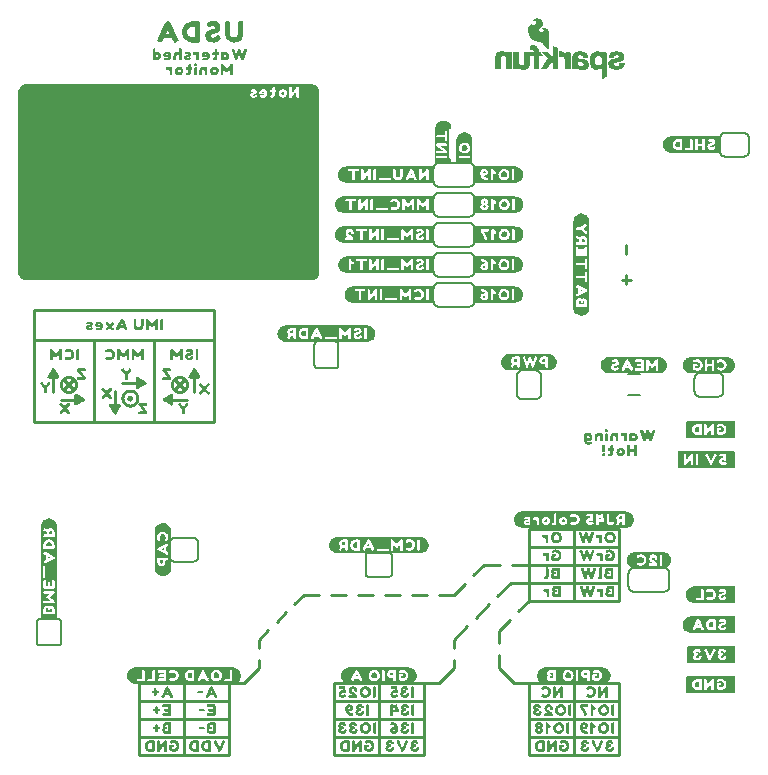
<source format=gbo>
G04 EAGLE Gerber RS-274X export*
G75*
%MOMM*%
%FSLAX34Y34*%
%LPD*%
%INSilkscreen Bottom*%
%IPPOS*%
%AMOC8*
5,1,8,0,0,1.08239X$1,22.5*%
G01*
%ADD10C,0.254000*%
%ADD11C,0.203200*%
%ADD12C,0.152400*%

G36*
X260373Y405897D02*
X260373Y405897D01*
X260400Y405895D01*
X261639Y406017D01*
X261681Y406030D01*
X261736Y406037D01*
X262927Y406398D01*
X262966Y406419D01*
X263019Y406436D01*
X264117Y407023D01*
X264151Y407051D01*
X264200Y407078D01*
X265162Y407868D01*
X265190Y407902D01*
X265232Y407938D01*
X266022Y408900D01*
X266043Y408939D01*
X266077Y408983D01*
X266664Y410081D01*
X266677Y410123D01*
X266702Y410173D01*
X267063Y411364D01*
X267068Y411408D01*
X267083Y411461D01*
X267205Y412700D01*
X267202Y412724D01*
X267207Y412750D01*
X267207Y565150D01*
X267203Y565169D01*
X267205Y565180D01*
X267204Y565186D01*
X267205Y565200D01*
X267083Y566439D01*
X267070Y566481D01*
X267063Y566536D01*
X266702Y567727D01*
X266681Y567766D01*
X266664Y567819D01*
X266077Y568917D01*
X266049Y568951D01*
X266022Y569000D01*
X265232Y569962D01*
X265198Y569990D01*
X265162Y570032D01*
X264200Y570822D01*
X264161Y570843D01*
X264117Y570877D01*
X263019Y571464D01*
X262977Y571477D01*
X262927Y571502D01*
X261736Y571863D01*
X261692Y571868D01*
X261639Y571883D01*
X260400Y572005D01*
X260377Y572002D01*
X260350Y572007D01*
X252730Y572007D01*
X252725Y572006D01*
X252720Y572007D01*
X252684Y571999D01*
X250400Y571999D01*
X250362Y571971D01*
X250354Y571969D01*
X250344Y571942D01*
X250329Y571990D01*
X250311Y571985D01*
X250300Y571999D01*
X204514Y571999D01*
X204470Y572007D01*
X19050Y572007D01*
X19027Y572003D01*
X19000Y572005D01*
X17761Y571883D01*
X17719Y571870D01*
X17664Y571863D01*
X16473Y571502D01*
X16434Y571481D01*
X16381Y571464D01*
X15283Y570877D01*
X15249Y570849D01*
X15200Y570822D01*
X14238Y570032D01*
X14210Y569998D01*
X14168Y569962D01*
X13378Y569000D01*
X13357Y568961D01*
X13323Y568917D01*
X12736Y567819D01*
X12723Y567777D01*
X12698Y567727D01*
X12337Y566536D01*
X12332Y566492D01*
X12317Y566439D01*
X12195Y565200D01*
X12198Y565177D01*
X12193Y565150D01*
X12193Y412750D01*
X12197Y412727D01*
X12195Y412700D01*
X12317Y411461D01*
X12330Y411419D01*
X12337Y411364D01*
X12698Y410173D01*
X12719Y410134D01*
X12736Y410081D01*
X13323Y408983D01*
X13351Y408949D01*
X13378Y408900D01*
X14168Y407938D01*
X14202Y407910D01*
X14238Y407868D01*
X15200Y407078D01*
X15239Y407057D01*
X15283Y407023D01*
X16381Y406436D01*
X16423Y406423D01*
X16473Y406398D01*
X17664Y406037D01*
X17708Y406032D01*
X17761Y406017D01*
X19000Y405895D01*
X19024Y405898D01*
X19050Y405893D01*
X260350Y405893D01*
X260373Y405897D01*
G37*
G36*
X526704Y196354D02*
X526704Y196354D01*
X526707Y196351D01*
X527407Y196451D01*
X527408Y196452D01*
X527408Y196451D01*
X528008Y196551D01*
X528011Y196555D01*
X528014Y196553D01*
X528714Y196753D01*
X528715Y196754D01*
X528716Y196753D01*
X529316Y196953D01*
X529319Y196958D01*
X529322Y196956D01*
X529922Y197256D01*
X529924Y197260D01*
X529927Y197259D01*
X530527Y197659D01*
X530528Y197662D01*
X530531Y197662D01*
X531031Y198062D01*
X531032Y198066D01*
X531035Y198065D01*
X531535Y198565D01*
X531535Y198569D01*
X531538Y198569D01*
X531938Y199069D01*
X531939Y199073D01*
X531941Y199073D01*
X532341Y199673D01*
X532341Y199677D01*
X532344Y199678D01*
X532944Y200878D01*
X532943Y200885D01*
X532947Y200886D01*
X532956Y200918D01*
X532998Y201065D01*
X532999Y201065D01*
X532998Y201065D01*
X533041Y201213D01*
X533055Y201262D01*
X533097Y201410D01*
X533139Y201558D01*
X533147Y201586D01*
X533146Y201590D01*
X533149Y201592D01*
X533249Y202192D01*
X533248Y202193D01*
X533249Y202193D01*
X533349Y202893D01*
X533346Y202898D01*
X533349Y202900D01*
X533349Y203600D01*
X533346Y203604D01*
X533349Y203607D01*
X533249Y204307D01*
X533244Y204312D01*
X533247Y204316D01*
X533047Y204915D01*
X532847Y205614D01*
X532846Y205615D01*
X532847Y205616D01*
X532647Y206216D01*
X532639Y206221D01*
X532641Y206227D01*
X532242Y206826D01*
X531942Y207325D01*
X531934Y207329D01*
X531935Y207335D01*
X530935Y208335D01*
X530931Y208335D01*
X530931Y208338D01*
X530431Y208738D01*
X530427Y208739D01*
X530427Y208741D01*
X529827Y209141D01*
X529823Y209141D01*
X529822Y209144D01*
X529222Y209444D01*
X529217Y209443D01*
X529216Y209447D01*
X528616Y209647D01*
X528614Y209646D01*
X528614Y209647D01*
X527914Y209847D01*
X527910Y209846D01*
X527908Y209849D01*
X527308Y209949D01*
X527307Y209948D01*
X527307Y209949D01*
X526607Y210049D01*
X526602Y210046D01*
X526600Y210049D01*
X438500Y210049D01*
X438496Y210046D01*
X438493Y210049D01*
X437093Y209849D01*
X437090Y209845D01*
X437088Y209845D01*
X437087Y209845D01*
X437084Y209847D01*
X436484Y209647D01*
X436481Y209642D01*
X436478Y209644D01*
X434678Y208744D01*
X434673Y208734D01*
X434665Y208735D01*
X433665Y207735D01*
X433665Y207731D01*
X433662Y207731D01*
X432862Y206731D01*
X432861Y206723D01*
X432856Y206722D01*
X432556Y206122D01*
X432556Y206120D01*
X432555Y206119D01*
X432255Y205419D01*
X432256Y205416D01*
X432253Y205416D01*
X432053Y204816D01*
X432055Y204809D01*
X432051Y204807D01*
X431851Y203407D01*
X431854Y203402D01*
X431851Y203400D01*
X431851Y202800D01*
X431854Y202796D01*
X431851Y202793D01*
X431951Y202093D01*
X431955Y202089D01*
X431953Y202086D01*
X432153Y201386D01*
X432154Y201385D01*
X432153Y201384D01*
X432353Y200784D01*
X432358Y200781D01*
X432356Y200778D01*
X432956Y199578D01*
X432960Y199576D01*
X432959Y199573D01*
X433359Y198973D01*
X433362Y198972D01*
X433362Y198969D01*
X433762Y198469D01*
X433769Y198467D01*
X433769Y198462D01*
X434267Y198063D01*
X434765Y197565D01*
X434777Y197564D01*
X434778Y197556D01*
X435978Y196956D01*
X435980Y196956D01*
X435981Y196955D01*
X436681Y196655D01*
X436689Y196657D01*
X436692Y196651D01*
X437292Y196551D01*
X437293Y196552D01*
X437293Y196551D01*
X438693Y196351D01*
X438698Y196354D01*
X438700Y196351D01*
X526700Y196351D01*
X526704Y196354D01*
G37*
G36*
X193804Y64274D02*
X193804Y64274D01*
X193807Y64271D01*
X195207Y64471D01*
X195208Y64472D01*
X195208Y64471D01*
X195808Y64571D01*
X195815Y64579D01*
X195822Y64576D01*
X196418Y64874D01*
X197114Y65073D01*
X197122Y65084D01*
X197131Y65082D01*
X197629Y65480D01*
X198227Y65879D01*
X198230Y65886D01*
X198235Y65885D01*
X198735Y66385D01*
X198735Y66389D01*
X198738Y66389D01*
X199538Y67389D01*
X199539Y67397D01*
X199544Y67398D01*
X200144Y68598D01*
X200143Y68605D01*
X200147Y68606D01*
X200171Y68690D01*
X200185Y68739D01*
X200227Y68887D01*
X200228Y68887D01*
X200227Y68887D01*
X200270Y69035D01*
X200284Y69084D01*
X200326Y69232D01*
X200347Y69305D01*
X200547Y69904D01*
X200545Y69911D01*
X200549Y69913D01*
X200649Y70613D01*
X200646Y70618D01*
X200649Y70620D01*
X200649Y71320D01*
X200646Y71324D01*
X200649Y71327D01*
X200549Y72027D01*
X200548Y72028D01*
X200549Y72028D01*
X200449Y72628D01*
X200445Y72631D01*
X200447Y72634D01*
X200247Y73334D01*
X200246Y73335D01*
X200247Y73336D01*
X200047Y73936D01*
X200042Y73939D01*
X200044Y73942D01*
X199744Y74542D01*
X199740Y74544D01*
X199741Y74547D01*
X199341Y75147D01*
X199338Y75148D01*
X199338Y75151D01*
X198938Y75651D01*
X198934Y75652D01*
X198935Y75655D01*
X198435Y76155D01*
X198431Y76155D01*
X198431Y76158D01*
X197931Y76558D01*
X197927Y76559D01*
X197927Y76561D01*
X197327Y76961D01*
X197323Y76961D01*
X197322Y76964D01*
X196122Y77564D01*
X196117Y77563D01*
X196116Y77567D01*
X195516Y77767D01*
X195511Y77765D01*
X195509Y77765D01*
X195507Y77769D01*
X194107Y77969D01*
X194102Y77966D01*
X194100Y77969D01*
X110500Y77969D01*
X110496Y77966D01*
X110493Y77969D01*
X109793Y77869D01*
X109788Y77864D01*
X109784Y77867D01*
X109185Y77667D01*
X108486Y77467D01*
X108482Y77462D01*
X108478Y77464D01*
X107278Y76864D01*
X107275Y76857D01*
X107269Y76858D01*
X106269Y76058D01*
X106268Y76054D01*
X106265Y76055D01*
X105765Y75555D01*
X105764Y75548D01*
X105759Y75547D01*
X105360Y74949D01*
X104962Y74451D01*
X104961Y74441D01*
X104955Y74439D01*
X104655Y73739D01*
X104656Y73736D01*
X104653Y73736D01*
X104253Y72536D01*
X104255Y72529D01*
X104251Y72527D01*
X104151Y71827D01*
X104154Y71822D01*
X104151Y71820D01*
X104151Y70420D01*
X104154Y70415D01*
X104151Y70412D01*
X104251Y69812D01*
X104255Y69809D01*
X104253Y69806D01*
X104453Y69106D01*
X104454Y69105D01*
X104453Y69104D01*
X104653Y68504D01*
X104658Y68501D01*
X104656Y68498D01*
X104956Y67898D01*
X104960Y67896D01*
X104959Y67893D01*
X105759Y66693D01*
X105766Y66690D01*
X105765Y66685D01*
X106265Y66185D01*
X106269Y66185D01*
X106269Y66182D01*
X107269Y65382D01*
X107277Y65381D01*
X107278Y65376D01*
X108478Y64776D01*
X108485Y64777D01*
X108486Y64773D01*
X109185Y64573D01*
X109784Y64373D01*
X109791Y64375D01*
X109793Y64371D01*
X110493Y64271D01*
X110498Y64274D01*
X110500Y64271D01*
X193800Y64271D01*
X193804Y64274D01*
G37*
G36*
X44847Y118957D02*
X44847Y118957D01*
X44845Y118960D01*
X44849Y118962D01*
X44949Y119562D01*
X44946Y119567D01*
X44949Y119570D01*
X44949Y197470D01*
X44946Y197474D01*
X44949Y197477D01*
X44749Y198877D01*
X44744Y198882D01*
X44747Y198886D01*
X44547Y199485D01*
X44347Y200184D01*
X44342Y200188D01*
X44344Y200192D01*
X44044Y200792D01*
X44037Y200795D01*
X44038Y200801D01*
X43640Y201299D01*
X43241Y201897D01*
X43234Y201900D01*
X43235Y201905D01*
X42735Y202405D01*
X42731Y202405D01*
X42731Y202408D01*
X41731Y203208D01*
X41723Y203209D01*
X41722Y203214D01*
X40522Y203814D01*
X40515Y203813D01*
X40514Y203817D01*
X39814Y204017D01*
X39810Y204016D01*
X39808Y204019D01*
X39208Y204119D01*
X39207Y204118D01*
X39207Y204119D01*
X38507Y204219D01*
X38502Y204216D01*
X38500Y204219D01*
X37800Y204219D01*
X37796Y204216D01*
X37793Y204219D01*
X37093Y204119D01*
X37092Y204118D01*
X37092Y204119D01*
X36492Y204019D01*
X36489Y204015D01*
X36486Y204017D01*
X35786Y203817D01*
X35782Y203812D01*
X35778Y203814D01*
X34578Y203214D01*
X34576Y203210D01*
X34573Y203211D01*
X33973Y202811D01*
X33972Y202808D01*
X33969Y202808D01*
X33469Y202408D01*
X33468Y202404D01*
X33465Y202405D01*
X32965Y201905D01*
X32965Y201901D01*
X32962Y201901D01*
X32562Y201401D01*
X32561Y201397D01*
X32559Y201397D01*
X32159Y200797D01*
X32159Y200793D01*
X32156Y200792D01*
X31856Y200192D01*
X31857Y200187D01*
X31853Y200186D01*
X31653Y199586D01*
X31654Y199584D01*
X31653Y199584D01*
X31631Y199507D01*
X31617Y199458D01*
X31575Y199310D01*
X31532Y199162D01*
X31518Y199113D01*
X31476Y198965D01*
X31453Y198884D01*
X31454Y198880D01*
X31451Y198878D01*
X31351Y198278D01*
X31352Y198277D01*
X31351Y198277D01*
X31251Y197577D01*
X31254Y197572D01*
X31251Y197570D01*
X31251Y119070D01*
X31287Y119023D01*
X31290Y119025D01*
X31292Y119021D01*
X31892Y118921D01*
X31897Y118924D01*
X31900Y118921D01*
X44800Y118921D01*
X44847Y118957D01*
G37*
G36*
X489555Y375854D02*
X489555Y375854D01*
X489558Y375851D01*
X490158Y375951D01*
X490161Y375955D01*
X490164Y375953D01*
X490864Y376153D01*
X490865Y376154D01*
X490866Y376153D01*
X491466Y376353D01*
X491467Y376356D01*
X491469Y376355D01*
X492169Y376655D01*
X492172Y376659D01*
X492175Y376658D01*
X492675Y376958D01*
X492676Y376959D01*
X492677Y376959D01*
X493277Y377359D01*
X493280Y377366D01*
X493285Y377365D01*
X493785Y377865D01*
X493785Y377869D01*
X493788Y377869D01*
X494588Y378869D01*
X494589Y378873D01*
X494591Y378873D01*
X494991Y379473D01*
X494991Y379477D01*
X494994Y379478D01*
X495294Y380078D01*
X495293Y380083D01*
X495297Y380084D01*
X495497Y380684D01*
X495496Y380686D01*
X495497Y380686D01*
X495505Y380713D01*
X495547Y380861D01*
X495561Y380910D01*
X495603Y381058D01*
X495604Y381058D01*
X495603Y381058D01*
X495646Y381206D01*
X495660Y381255D01*
X495697Y381386D01*
X495694Y381396D01*
X495699Y381400D01*
X495699Y382095D01*
X495798Y382590D01*
X495772Y382644D01*
X495768Y382642D01*
X495766Y382647D01*
X495741Y382655D01*
X495791Y382673D01*
X495785Y382689D01*
X495799Y382700D01*
X495799Y455900D01*
X495796Y455905D01*
X495799Y455908D01*
X495699Y456508D01*
X495599Y457207D01*
X495594Y457212D01*
X495597Y457216D01*
X495397Y457816D01*
X495394Y457817D01*
X495395Y457819D01*
X495095Y458519D01*
X495093Y458521D01*
X495094Y458522D01*
X494794Y459122D01*
X494787Y459125D01*
X494788Y459131D01*
X493988Y460131D01*
X493984Y460132D01*
X493985Y460135D01*
X493485Y460635D01*
X493481Y460635D01*
X493481Y460638D01*
X492981Y461038D01*
X492977Y461039D01*
X492977Y461041D01*
X492377Y461441D01*
X492373Y461441D01*
X492372Y461444D01*
X491172Y462044D01*
X491161Y462042D01*
X491157Y462049D01*
X490460Y462148D01*
X489764Y462347D01*
X489754Y462344D01*
X489750Y462349D01*
X488450Y462349D01*
X488446Y462346D01*
X488443Y462349D01*
X487043Y462149D01*
X487035Y462141D01*
X487028Y462144D01*
X486431Y461846D01*
X485834Y461647D01*
X485829Y461639D01*
X485823Y461641D01*
X485223Y461241D01*
X485222Y461238D01*
X485219Y461238D01*
X484219Y460438D01*
X484218Y460434D01*
X484215Y460435D01*
X483715Y459935D01*
X483714Y459928D01*
X483709Y459927D01*
X482909Y458727D01*
X482909Y458723D01*
X482906Y458722D01*
X482606Y458122D01*
X482607Y458117D01*
X482603Y458116D01*
X482403Y457516D01*
X482405Y457509D01*
X482401Y457507D01*
X482301Y456808D01*
X482201Y456208D01*
X482202Y456207D01*
X482201Y456207D01*
X482101Y455507D01*
X482104Y455502D01*
X482101Y455500D01*
X482101Y382300D01*
X482104Y382296D01*
X482101Y382293D01*
X482201Y381593D01*
X482202Y381592D01*
X482201Y381592D01*
X482301Y380992D01*
X482305Y380989D01*
X482303Y380986D01*
X482503Y380286D01*
X482508Y380282D01*
X482506Y380278D01*
X483106Y379078D01*
X483110Y379076D01*
X483109Y379073D01*
X483509Y378473D01*
X483516Y378470D01*
X483515Y378465D01*
X484415Y377565D01*
X484419Y377565D01*
X484418Y377562D01*
X485018Y377062D01*
X485027Y377062D01*
X485028Y377056D01*
X486828Y376156D01*
X486833Y376157D01*
X486834Y376153D01*
X487434Y375953D01*
X487441Y375955D01*
X487443Y375951D01*
X488143Y375851D01*
X488148Y375854D01*
X488150Y375851D01*
X489550Y375851D01*
X489555Y375854D01*
G37*
G36*
X363356Y437670D02*
X363356Y437670D01*
X363369Y437670D01*
X363669Y438070D01*
X363669Y438078D01*
X363673Y438081D01*
X363669Y438085D01*
X363669Y438092D01*
X363679Y438100D01*
X363679Y451000D01*
X363660Y451026D01*
X363660Y451039D01*
X363260Y451339D01*
X363242Y451339D01*
X363239Y451342D01*
X363235Y451342D01*
X363230Y451349D01*
X287130Y451349D01*
X287126Y451346D01*
X287123Y451349D01*
X285723Y451149D01*
X285722Y451148D01*
X285722Y451149D01*
X285122Y451049D01*
X285116Y451042D01*
X285111Y451045D01*
X284412Y450746D01*
X283814Y450547D01*
X283807Y450536D01*
X283799Y450538D01*
X283301Y450140D01*
X282703Y449741D01*
X282700Y449734D01*
X282695Y449735D01*
X282195Y449235D01*
X282195Y449231D01*
X282192Y449231D01*
X281392Y448231D01*
X281391Y448227D01*
X281389Y448227D01*
X280989Y447627D01*
X280990Y447618D01*
X280989Y447617D01*
X280983Y447616D01*
X280783Y447016D01*
X280784Y447014D01*
X280783Y447014D01*
X280757Y446923D01*
X280743Y446874D01*
X280701Y446726D01*
X280658Y446578D01*
X280644Y446529D01*
X280602Y446381D01*
X280583Y446315D01*
X280383Y445716D01*
X280385Y445709D01*
X280381Y445707D01*
X280281Y445007D01*
X280283Y445003D01*
X280283Y445002D01*
X280281Y445000D01*
X280281Y444300D01*
X280284Y444296D01*
X280281Y444293D01*
X280381Y443593D01*
X280382Y443592D01*
X280381Y443592D01*
X280481Y442992D01*
X280485Y442989D01*
X280483Y442986D01*
X280683Y442286D01*
X280684Y442285D01*
X280683Y442284D01*
X280883Y441684D01*
X280888Y441681D01*
X280886Y441678D01*
X281186Y441078D01*
X281190Y441076D01*
X281189Y441073D01*
X281589Y440473D01*
X281592Y440472D01*
X281592Y440469D01*
X281992Y439969D01*
X281996Y439968D01*
X281995Y439965D01*
X282495Y439465D01*
X282499Y439465D01*
X282499Y439462D01*
X282999Y439062D01*
X283003Y439061D01*
X283003Y439059D01*
X283603Y438659D01*
X283607Y438659D01*
X283608Y438656D01*
X284808Y438056D01*
X284813Y438057D01*
X284814Y438053D01*
X285414Y437853D01*
X285421Y437855D01*
X285423Y437851D01*
X286823Y437651D01*
X286828Y437654D01*
X286830Y437651D01*
X363330Y437651D01*
X363356Y437670D01*
G37*
G36*
X363035Y463054D02*
X363035Y463054D01*
X363038Y463051D01*
X363638Y463151D01*
X363679Y463195D01*
X363676Y463198D01*
X363679Y463200D01*
X363679Y476100D01*
X363676Y476105D01*
X363679Y476108D01*
X363579Y476708D01*
X363535Y476749D01*
X363533Y476746D01*
X363530Y476749D01*
X287130Y476749D01*
X287126Y476746D01*
X287123Y476749D01*
X285723Y476549D01*
X285720Y476545D01*
X285718Y476545D01*
X285717Y476545D01*
X285714Y476547D01*
X284514Y476147D01*
X284509Y476139D01*
X284503Y476141D01*
X283905Y475743D01*
X283308Y475444D01*
X283305Y475437D01*
X283299Y475438D01*
X282799Y475038D01*
X282798Y475034D01*
X282795Y475035D01*
X282295Y474535D01*
X282295Y474531D01*
X282292Y474531D01*
X281892Y474031D01*
X281891Y474027D01*
X281889Y474027D01*
X281489Y473427D01*
X281489Y473423D01*
X281486Y473422D01*
X280886Y472222D01*
X280887Y472215D01*
X280883Y472214D01*
X280872Y472175D01*
X280830Y472028D01*
X280787Y471880D01*
X280773Y471831D01*
X280731Y471683D01*
X280689Y471535D01*
X280683Y471514D01*
X280684Y471510D01*
X280681Y471508D01*
X280581Y470908D01*
X280582Y470907D01*
X280581Y470907D01*
X280481Y470207D01*
X280484Y470202D01*
X280481Y470200D01*
X280481Y469500D01*
X280484Y469496D01*
X280481Y469493D01*
X280581Y468793D01*
X280582Y468792D01*
X280581Y468792D01*
X280681Y468192D01*
X280685Y468189D01*
X280683Y468186D01*
X280883Y467486D01*
X280888Y467482D01*
X280886Y467478D01*
X281486Y466278D01*
X281493Y466275D01*
X281492Y466269D01*
X281892Y465769D01*
X281892Y465768D01*
X282392Y465168D01*
X282396Y465168D01*
X282395Y465165D01*
X282795Y464765D01*
X282802Y464764D01*
X282803Y464759D01*
X284003Y463959D01*
X284007Y463959D01*
X284008Y463956D01*
X284608Y463656D01*
X284613Y463657D01*
X284614Y463653D01*
X285814Y463253D01*
X285821Y463255D01*
X285823Y463251D01*
X287223Y463051D01*
X287228Y463054D01*
X287230Y463051D01*
X363030Y463051D01*
X363035Y463054D01*
G37*
G36*
X352904Y174764D02*
X352904Y174764D01*
X352907Y174761D01*
X354307Y174961D01*
X354312Y174966D01*
X354316Y174963D01*
X355516Y175363D01*
X355519Y175368D01*
X355522Y175366D01*
X356122Y175666D01*
X356124Y175670D01*
X356127Y175669D01*
X356727Y176069D01*
X356728Y176072D01*
X356731Y176072D01*
X357231Y176472D01*
X357232Y176476D01*
X357235Y176475D01*
X358235Y177475D01*
X358235Y177479D01*
X358238Y177479D01*
X358638Y177979D01*
X358639Y177987D01*
X358644Y177988D01*
X358944Y178588D01*
X358943Y178595D01*
X358947Y178596D01*
X358959Y178638D01*
X359001Y178786D01*
X359002Y178786D01*
X359001Y178786D01*
X359044Y178934D01*
X359058Y178983D01*
X359100Y179131D01*
X359142Y179278D01*
X359147Y179295D01*
X359347Y179894D01*
X359346Y179896D01*
X359347Y179896D01*
X359354Y179919D01*
X359368Y179968D01*
X359410Y180116D01*
X359452Y180263D01*
X359466Y180313D01*
X359508Y180460D01*
X359509Y180460D01*
X359508Y180460D01*
X359547Y180596D01*
X359546Y180600D01*
X359549Y180602D01*
X359649Y181202D01*
X359646Y181207D01*
X359649Y181210D01*
X359649Y181910D01*
X359646Y181914D01*
X359649Y181917D01*
X359449Y183317D01*
X359444Y183322D01*
X359447Y183326D01*
X359247Y183926D01*
X359242Y183929D01*
X359244Y183932D01*
X358644Y185132D01*
X358640Y185134D01*
X358641Y185137D01*
X358241Y185737D01*
X358238Y185738D01*
X358238Y185741D01*
X357838Y186241D01*
X357834Y186242D01*
X357835Y186245D01*
X357335Y186745D01*
X357328Y186746D01*
X357327Y186751D01*
X356729Y187150D01*
X356231Y187548D01*
X356223Y187549D01*
X356222Y187554D01*
X355622Y187854D01*
X355615Y187853D01*
X355614Y187857D01*
X354915Y188057D01*
X354316Y188257D01*
X354311Y188255D01*
X354309Y188255D01*
X354307Y188259D01*
X352907Y188459D01*
X352902Y188456D01*
X352900Y188459D01*
X281700Y188459D01*
X281696Y188456D01*
X281693Y188459D01*
X280993Y188359D01*
X280989Y188355D01*
X280986Y188357D01*
X280286Y188157D01*
X280285Y188156D01*
X280284Y188157D01*
X279684Y187957D01*
X279681Y187952D01*
X279678Y187954D01*
X278478Y187354D01*
X278475Y187347D01*
X278469Y187348D01*
X277969Y186948D01*
X277968Y186948D01*
X277368Y186448D01*
X277367Y186441D01*
X277362Y186441D01*
X276562Y185441D01*
X276561Y185437D01*
X276559Y185437D01*
X276159Y184837D01*
X276159Y184833D01*
X276156Y184832D01*
X275856Y184232D01*
X275856Y184230D01*
X275856Y184229D01*
X275857Y184225D01*
X275853Y184224D01*
X275812Y184082D01*
X275798Y184033D01*
X275756Y183885D01*
X275714Y183738D01*
X275700Y183688D01*
X275658Y183541D01*
X275653Y183524D01*
X275654Y183520D01*
X275651Y183518D01*
X275551Y182918D01*
X275552Y182917D01*
X275551Y182917D01*
X275351Y181517D01*
X275357Y181507D01*
X275351Y181502D01*
X275451Y180902D01*
X275551Y180203D01*
X275555Y180199D01*
X275553Y180196D01*
X275753Y179496D01*
X275754Y179495D01*
X275753Y179494D01*
X275953Y178894D01*
X275958Y178891D01*
X275956Y178888D01*
X276256Y178288D01*
X276260Y178286D01*
X276259Y178283D01*
X276659Y177683D01*
X276662Y177682D01*
X276662Y177679D01*
X277462Y176679D01*
X277469Y176677D01*
X277469Y176672D01*
X277969Y176272D01*
X277973Y176271D01*
X277973Y176269D01*
X279173Y175469D01*
X279182Y175470D01*
X279184Y175463D01*
X279784Y175263D01*
X279786Y175264D01*
X279786Y175263D01*
X280485Y175063D01*
X281084Y174863D01*
X281091Y174865D01*
X281093Y174861D01*
X281793Y174761D01*
X281798Y174764D01*
X281800Y174761D01*
X352900Y174761D01*
X352904Y174764D01*
G37*
G36*
X307754Y353834D02*
X307754Y353834D01*
X307757Y353831D01*
X308457Y353931D01*
X308458Y353932D01*
X308458Y353931D01*
X309058Y354031D01*
X309757Y354131D01*
X309765Y354139D01*
X309772Y354136D01*
X311572Y355036D01*
X311575Y355043D01*
X311581Y355042D01*
X312081Y355442D01*
X312082Y355446D01*
X312085Y355445D01*
X313085Y356445D01*
X313086Y356452D01*
X313091Y356453D01*
X313491Y357053D01*
X313491Y357057D01*
X313494Y357058D01*
X314094Y358258D01*
X314093Y358263D01*
X314097Y358264D01*
X314297Y358864D01*
X314295Y358871D01*
X314299Y358873D01*
X314499Y360273D01*
X314496Y360278D01*
X314499Y360280D01*
X314499Y361580D01*
X314493Y361588D01*
X314497Y361594D01*
X314297Y362294D01*
X314296Y362295D01*
X314297Y362296D01*
X314097Y362895D01*
X313897Y363594D01*
X313892Y363598D01*
X313894Y363602D01*
X313594Y364202D01*
X313587Y364205D01*
X313588Y364211D01*
X312788Y365211D01*
X312784Y365212D01*
X312785Y365215D01*
X311785Y366215D01*
X311773Y366216D01*
X311772Y366224D01*
X309972Y367124D01*
X309965Y367123D01*
X309964Y367127D01*
X309264Y367327D01*
X309260Y367326D01*
X309258Y367329D01*
X308658Y367429D01*
X308657Y367428D01*
X308657Y367429D01*
X307957Y367529D01*
X307952Y367526D01*
X307950Y367529D01*
X307750Y367529D01*
X307720Y367507D01*
X307708Y367505D01*
X307690Y367476D01*
X307685Y367515D01*
X307663Y367512D01*
X307650Y367529D01*
X237950Y367529D01*
X237946Y367526D01*
X237943Y367529D01*
X237243Y367429D01*
X237239Y367425D01*
X237236Y367427D01*
X236536Y367227D01*
X236535Y367226D01*
X236534Y367227D01*
X235934Y367027D01*
X235931Y367022D01*
X235928Y367024D01*
X234728Y366424D01*
X234726Y366420D01*
X234723Y366421D01*
X234123Y366021D01*
X234120Y366014D01*
X234115Y366015D01*
X233615Y365515D01*
X233615Y365511D01*
X233612Y365511D01*
X232812Y364511D01*
X232811Y364507D01*
X232809Y364507D01*
X232409Y363907D01*
X232409Y363903D01*
X232406Y363902D01*
X232106Y363302D01*
X232106Y363300D01*
X232106Y363299D01*
X232107Y363297D01*
X232103Y363296D01*
X231903Y362696D01*
X231904Y362694D01*
X231903Y362694D01*
X231893Y362660D01*
X231851Y362512D01*
X231837Y362463D01*
X231795Y362315D01*
X231752Y362167D01*
X231738Y362118D01*
X231703Y361994D01*
X231704Y361990D01*
X231701Y361988D01*
X231601Y361388D01*
X231604Y361383D01*
X231601Y361380D01*
X231601Y359980D01*
X231604Y359976D01*
X231601Y359973D01*
X231701Y359273D01*
X231706Y359268D01*
X231703Y359264D01*
X231903Y358665D01*
X232103Y357966D01*
X232108Y357962D01*
X232106Y357958D01*
X232406Y357358D01*
X232413Y357355D01*
X232412Y357349D01*
X232810Y356851D01*
X233209Y356253D01*
X233216Y356250D01*
X233215Y356245D01*
X233715Y355745D01*
X233719Y355745D01*
X233719Y355742D01*
X234719Y354942D01*
X234727Y354941D01*
X234728Y354936D01*
X235928Y354336D01*
X235935Y354337D01*
X235936Y354333D01*
X236635Y354133D01*
X237234Y353933D01*
X237241Y353935D01*
X237243Y353931D01*
X237943Y353831D01*
X237948Y353834D01*
X237950Y353831D01*
X307750Y353831D01*
X307754Y353834D01*
G37*
G36*
X363243Y488460D02*
X363243Y488460D01*
X363252Y488456D01*
X363652Y488656D01*
X363662Y488677D01*
X363671Y488684D01*
X363668Y488688D01*
X363671Y488693D01*
X363679Y488700D01*
X363679Y501600D01*
X363671Y501611D01*
X363676Y501618D01*
X363476Y502118D01*
X363435Y502143D01*
X363430Y502149D01*
X289730Y502149D01*
X289725Y502146D01*
X289722Y502149D01*
X289126Y502049D01*
X288430Y502049D01*
X288423Y502044D01*
X288421Y502044D01*
X288416Y502047D01*
X287716Y501847D01*
X287715Y501846D01*
X287714Y501847D01*
X287114Y501647D01*
X287111Y501642D01*
X287108Y501644D01*
X286508Y501344D01*
X286506Y501340D01*
X286503Y501341D01*
X285903Y500941D01*
X285902Y500938D01*
X285899Y500938D01*
X284899Y500138D01*
X284898Y500134D01*
X284895Y500135D01*
X284395Y499635D01*
X284394Y499628D01*
X284389Y499627D01*
X283989Y499027D01*
X283989Y499026D01*
X283988Y499025D01*
X283688Y498525D01*
X283688Y498520D01*
X283685Y498519D01*
X283385Y497821D01*
X283086Y497222D01*
X283088Y497211D01*
X283081Y497207D01*
X282981Y496508D01*
X282881Y495908D01*
X282884Y495903D01*
X282881Y495900D01*
X282881Y494500D01*
X282884Y494496D01*
X282881Y494493D01*
X282981Y493793D01*
X282986Y493788D01*
X282983Y493784D01*
X283183Y493184D01*
X283188Y493181D01*
X283186Y493178D01*
X284086Y491378D01*
X284093Y491375D01*
X284092Y491369D01*
X284492Y490869D01*
X284496Y490868D01*
X284495Y490865D01*
X285495Y489865D01*
X285502Y489864D01*
X285503Y489859D01*
X286103Y489459D01*
X286107Y489459D01*
X286108Y489456D01*
X287308Y488856D01*
X287313Y488857D01*
X287314Y488853D01*
X287914Y488653D01*
X287921Y488655D01*
X287923Y488651D01*
X289323Y488451D01*
X289328Y488454D01*
X289330Y488451D01*
X363230Y488451D01*
X363243Y488460D01*
G37*
G36*
X363577Y412287D02*
X363577Y412287D01*
X363575Y412290D01*
X363579Y412292D01*
X363679Y412892D01*
X363676Y412897D01*
X363679Y412900D01*
X363679Y425800D01*
X363643Y425847D01*
X363640Y425845D01*
X363638Y425849D01*
X363038Y425949D01*
X363033Y425946D01*
X363030Y425949D01*
X289830Y425949D01*
X289826Y425946D01*
X289823Y425949D01*
X289123Y425849D01*
X289122Y425848D01*
X289122Y425849D01*
X288522Y425749D01*
X288519Y425745D01*
X288516Y425747D01*
X287816Y425547D01*
X287815Y425546D01*
X287814Y425547D01*
X287214Y425347D01*
X287211Y425342D01*
X287208Y425344D01*
X286608Y425044D01*
X286606Y425040D01*
X286603Y425041D01*
X286003Y424641D01*
X286002Y424638D01*
X285999Y424638D01*
X284999Y423838D01*
X284997Y423828D01*
X284989Y423827D01*
X284590Y423229D01*
X284192Y422731D01*
X284191Y422727D01*
X284189Y422727D01*
X283789Y422127D01*
X283790Y422119D01*
X283787Y422117D01*
X283783Y422116D01*
X283583Y421516D01*
X283584Y421514D01*
X283583Y421514D01*
X283571Y421474D01*
X283557Y421425D01*
X283515Y421277D01*
X283473Y421129D01*
X283459Y421080D01*
X283417Y420932D01*
X283383Y420815D01*
X283183Y420216D01*
X283187Y420205D01*
X283181Y420200D01*
X283181Y418100D01*
X283184Y418095D01*
X283181Y418092D01*
X283281Y417492D01*
X283285Y417489D01*
X283283Y417486D01*
X283483Y416786D01*
X283488Y416782D01*
X283486Y416778D01*
X284086Y415578D01*
X284090Y415576D01*
X284089Y415573D01*
X284489Y414973D01*
X284492Y414972D01*
X284492Y414969D01*
X284892Y414469D01*
X284896Y414468D01*
X284895Y414465D01*
X285395Y413965D01*
X285399Y413965D01*
X285399Y413962D01*
X285899Y413562D01*
X285907Y413561D01*
X285908Y413556D01*
X286505Y413257D01*
X287103Y412859D01*
X287112Y412860D01*
X287114Y412853D01*
X287714Y412653D01*
X287716Y412654D01*
X287716Y412653D01*
X288416Y412453D01*
X288420Y412454D01*
X288422Y412451D01*
X289022Y412351D01*
X289023Y412352D01*
X289023Y412351D01*
X289723Y412251D01*
X289728Y412254D01*
X289730Y412251D01*
X363530Y412251D01*
X363577Y412287D01*
G37*
G36*
X363468Y386880D02*
X363468Y386880D01*
X363476Y386882D01*
X363676Y387382D01*
X363672Y387395D01*
X363679Y387400D01*
X363679Y400300D01*
X363650Y400338D01*
X363648Y400346D01*
X363148Y400546D01*
X363136Y400542D01*
X363135Y400542D01*
X363130Y400549D01*
X295230Y400549D01*
X295226Y400546D01*
X295223Y400549D01*
X293823Y400349D01*
X293822Y400348D01*
X293822Y400349D01*
X293222Y400249D01*
X293216Y400242D01*
X293211Y400245D01*
X292511Y399945D01*
X292509Y399943D01*
X292508Y399944D01*
X291308Y399344D01*
X291305Y399337D01*
X291299Y399338D01*
X290799Y398938D01*
X290798Y398934D01*
X290795Y398935D01*
X290295Y398435D01*
X290295Y398431D01*
X290292Y398431D01*
X289892Y397931D01*
X289891Y397927D01*
X289889Y397927D01*
X289089Y396727D01*
X289090Y396719D01*
X289087Y396717D01*
X289083Y396716D01*
X288683Y395516D01*
X288684Y395514D01*
X288683Y395514D01*
X288660Y395434D01*
X288646Y395384D01*
X288604Y395237D01*
X288561Y395089D01*
X288547Y395040D01*
X288505Y394892D01*
X288483Y394814D01*
X288485Y394809D01*
X288481Y394807D01*
X288381Y394107D01*
X288383Y394104D01*
X288384Y394102D01*
X288381Y394100D01*
X288381Y393500D01*
X288384Y393496D01*
X288381Y393493D01*
X288581Y392093D01*
X288586Y392088D01*
X288583Y392084D01*
X288783Y391484D01*
X288786Y391483D01*
X288785Y391481D01*
X289085Y390781D01*
X289087Y390779D01*
X289086Y390778D01*
X289386Y390178D01*
X289393Y390175D01*
X289392Y390169D01*
X290192Y389169D01*
X290196Y389168D01*
X290195Y389165D01*
X291195Y388165D01*
X291204Y388164D01*
X291205Y388158D01*
X291705Y387858D01*
X291708Y387858D01*
X291708Y387856D01*
X292308Y387556D01*
X292310Y387556D01*
X292311Y387555D01*
X293011Y387255D01*
X293014Y387256D01*
X293014Y387253D01*
X293614Y387053D01*
X293621Y387055D01*
X293623Y387051D01*
X295023Y386851D01*
X295028Y386854D01*
X295030Y386851D01*
X363430Y386851D01*
X363468Y386880D01*
G37*
G36*
X343004Y64274D02*
X343004Y64274D01*
X343007Y64271D01*
X343707Y64371D01*
X343708Y64372D01*
X343708Y64371D01*
X344308Y64471D01*
X344311Y64475D01*
X344314Y64473D01*
X345014Y64673D01*
X345015Y64674D01*
X345016Y64673D01*
X345616Y64873D01*
X345621Y64881D01*
X345627Y64879D01*
X346225Y65277D01*
X346822Y65576D01*
X346827Y65586D01*
X346835Y65585D01*
X347333Y66083D01*
X347831Y66482D01*
X347833Y66492D01*
X347841Y66493D01*
X348240Y67091D01*
X348638Y67589D01*
X348639Y67597D01*
X348644Y67598D01*
X349244Y68798D01*
X349243Y68805D01*
X349247Y68806D01*
X349256Y68838D01*
X349298Y68985D01*
X349299Y68985D01*
X349298Y68985D01*
X349341Y69133D01*
X349355Y69182D01*
X349397Y69330D01*
X349439Y69478D01*
X349447Y69506D01*
X349446Y69511D01*
X349449Y69513D01*
X349549Y70212D01*
X349649Y70812D01*
X349646Y70817D01*
X349649Y70820D01*
X349649Y71520D01*
X349646Y71524D01*
X349649Y71527D01*
X349549Y72227D01*
X349544Y72232D01*
X349547Y72236D01*
X349347Y72835D01*
X349147Y73534D01*
X349146Y73535D01*
X349147Y73536D01*
X348947Y74136D01*
X348939Y74141D01*
X348941Y74147D01*
X348141Y75347D01*
X348138Y75348D01*
X348138Y75351D01*
X347738Y75851D01*
X347731Y75853D01*
X347731Y75858D01*
X347233Y76257D01*
X346735Y76755D01*
X346723Y76756D01*
X346722Y76764D01*
X344922Y77664D01*
X344911Y77662D01*
X344907Y77669D01*
X344207Y77769D01*
X343508Y77869D01*
X342908Y77969D01*
X342903Y77966D01*
X342900Y77969D01*
X292000Y77969D01*
X291996Y77966D01*
X291993Y77969D01*
X290593Y77769D01*
X290590Y77765D01*
X290588Y77765D01*
X290587Y77765D01*
X290584Y77767D01*
X289984Y77567D01*
X289983Y77564D01*
X289981Y77565D01*
X289281Y77265D01*
X289279Y77263D01*
X289278Y77264D01*
X288678Y76964D01*
X288677Y76961D01*
X288675Y76962D01*
X288175Y76662D01*
X288171Y76654D01*
X288165Y76655D01*
X286665Y75155D01*
X286664Y75146D01*
X286658Y75145D01*
X286358Y74645D01*
X286358Y74642D01*
X286356Y74642D01*
X286056Y74042D01*
X286056Y74040D01*
X286055Y74039D01*
X285755Y73339D01*
X285756Y73336D01*
X285753Y73336D01*
X285553Y72736D01*
X285555Y72729D01*
X285551Y72727D01*
X285351Y71327D01*
X285354Y71322D01*
X285351Y71320D01*
X285351Y70720D01*
X285354Y70716D01*
X285351Y70713D01*
X285451Y70013D01*
X285455Y70009D01*
X285453Y70006D01*
X285653Y69306D01*
X285654Y69305D01*
X285653Y69304D01*
X286053Y68104D01*
X286061Y68099D01*
X286059Y68093D01*
X286859Y66893D01*
X286862Y66892D01*
X286862Y66889D01*
X287262Y66389D01*
X287266Y66388D01*
X287265Y66385D01*
X287765Y65885D01*
X287769Y65885D01*
X287769Y65882D01*
X288269Y65482D01*
X288277Y65481D01*
X288278Y65476D01*
X289478Y64876D01*
X289480Y64876D01*
X289481Y64875D01*
X290181Y64575D01*
X290189Y64577D01*
X290192Y64571D01*
X290792Y64471D01*
X290793Y64472D01*
X290793Y64471D01*
X292193Y64271D01*
X292198Y64274D01*
X292200Y64271D01*
X343000Y64271D01*
X343004Y64274D01*
G37*
G36*
X507104Y64274D02*
X507104Y64274D01*
X507107Y64271D01*
X507807Y64371D01*
X507808Y64372D01*
X507808Y64371D01*
X508408Y64471D01*
X508411Y64475D01*
X508414Y64473D01*
X509114Y64673D01*
X509115Y64674D01*
X509116Y64673D01*
X509716Y64873D01*
X509721Y64881D01*
X509727Y64879D01*
X510325Y65277D01*
X510922Y65576D01*
X510927Y65586D01*
X510935Y65585D01*
X511433Y66083D01*
X511931Y66482D01*
X511933Y66492D01*
X511941Y66493D01*
X512340Y67091D01*
X512738Y67589D01*
X512739Y67597D01*
X512744Y67598D01*
X513344Y68798D01*
X513343Y68805D01*
X513347Y68806D01*
X513356Y68838D01*
X513398Y68985D01*
X513399Y68985D01*
X513398Y68985D01*
X513441Y69133D01*
X513455Y69182D01*
X513497Y69330D01*
X513539Y69478D01*
X513547Y69506D01*
X513546Y69511D01*
X513549Y69513D01*
X513649Y70212D01*
X513749Y70812D01*
X513743Y70822D01*
X513749Y70827D01*
X513649Y71523D01*
X513649Y72220D01*
X513642Y72229D01*
X513647Y72236D01*
X513447Y72835D01*
X513247Y73534D01*
X513246Y73535D01*
X513247Y73536D01*
X513047Y74136D01*
X513039Y74141D01*
X513041Y74147D01*
X512241Y75347D01*
X512238Y75348D01*
X512238Y75351D01*
X511838Y75851D01*
X511831Y75853D01*
X511831Y75858D01*
X511333Y76257D01*
X510835Y76755D01*
X510823Y76756D01*
X510822Y76764D01*
X509622Y77364D01*
X509620Y77364D01*
X509619Y77365D01*
X508919Y77665D01*
X508911Y77663D01*
X508908Y77669D01*
X508308Y77769D01*
X508307Y77768D01*
X508307Y77769D01*
X506907Y77969D01*
X506902Y77966D01*
X506900Y77969D01*
X458800Y77969D01*
X458793Y77964D01*
X458784Y77967D01*
X458780Y77954D01*
X458753Y77933D01*
X458758Y77927D01*
X458757Y77926D01*
X458767Y77914D01*
X458766Y77913D01*
X458740Y77949D01*
X458708Y77959D01*
X458700Y77969D01*
X458100Y77969D01*
X458096Y77966D01*
X458093Y77969D01*
X456693Y77769D01*
X456690Y77765D01*
X456688Y77765D01*
X456687Y77765D01*
X456684Y77767D01*
X456084Y77567D01*
X456081Y77562D01*
X456078Y77564D01*
X454278Y76664D01*
X454273Y76654D01*
X454265Y76655D01*
X453265Y75655D01*
X453265Y75651D01*
X453262Y75651D01*
X452462Y74651D01*
X452461Y74643D01*
X452456Y74642D01*
X452156Y74042D01*
X452156Y74040D01*
X452155Y74039D01*
X451855Y73339D01*
X451856Y73336D01*
X451853Y73336D01*
X451653Y72736D01*
X451655Y72729D01*
X451651Y72727D01*
X451451Y71327D01*
X451457Y71317D01*
X451451Y71312D01*
X451551Y70716D01*
X451551Y70020D01*
X451557Y70012D01*
X451553Y70006D01*
X451753Y69306D01*
X451754Y69305D01*
X451753Y69304D01*
X451953Y68704D01*
X451958Y68701D01*
X451956Y68698D01*
X452556Y67498D01*
X452560Y67496D01*
X452559Y67493D01*
X452959Y66893D01*
X452962Y66892D01*
X452962Y66889D01*
X453362Y66389D01*
X453366Y66388D01*
X453365Y66385D01*
X453865Y65885D01*
X453872Y65884D01*
X453873Y65879D01*
X454473Y65479D01*
X454475Y65479D01*
X454475Y65478D01*
X454975Y65178D01*
X454978Y65178D01*
X454978Y65176D01*
X455578Y64876D01*
X455580Y64876D01*
X455581Y64875D01*
X456281Y64575D01*
X456289Y64577D01*
X456292Y64571D01*
X456892Y64471D01*
X456893Y64472D01*
X456893Y64471D01*
X458293Y64271D01*
X458298Y64274D01*
X458300Y64271D01*
X507100Y64271D01*
X507104Y64274D01*
G37*
G36*
X555105Y327164D02*
X555105Y327164D01*
X555108Y327161D01*
X555708Y327261D01*
X555711Y327265D01*
X555714Y327263D01*
X556414Y327463D01*
X556415Y327464D01*
X556416Y327463D01*
X557016Y327663D01*
X557017Y327666D01*
X557019Y327665D01*
X557719Y327965D01*
X557722Y327969D01*
X557725Y327968D01*
X558225Y328268D01*
X558226Y328269D01*
X558227Y328269D01*
X558827Y328669D01*
X558830Y328676D01*
X558835Y328675D01*
X559335Y329175D01*
X559335Y329179D01*
X559338Y329179D01*
X559737Y329677D01*
X560235Y330175D01*
X560236Y330187D01*
X560244Y330188D01*
X560844Y331388D01*
X560843Y331393D01*
X560847Y331394D01*
X561047Y331994D01*
X561046Y331996D01*
X561047Y331996D01*
X561055Y332023D01*
X561097Y332171D01*
X561111Y332220D01*
X561153Y332368D01*
X561154Y332368D01*
X561153Y332368D01*
X561196Y332516D01*
X561210Y332565D01*
X561247Y332696D01*
X561246Y332701D01*
X561249Y332703D01*
X561349Y333403D01*
X561346Y333408D01*
X561349Y333410D01*
X561349Y334710D01*
X561346Y334714D01*
X561349Y334717D01*
X561249Y335417D01*
X561245Y335421D01*
X561247Y335424D01*
X561047Y336124D01*
X561046Y336125D01*
X561047Y336126D01*
X560847Y336726D01*
X560842Y336729D01*
X560844Y336732D01*
X560544Y337332D01*
X560540Y337334D01*
X560541Y337337D01*
X560141Y337937D01*
X560138Y337938D01*
X560138Y337941D01*
X559738Y338441D01*
X559734Y338442D01*
X559735Y338445D01*
X559235Y338945D01*
X559231Y338945D01*
X559231Y338948D01*
X558731Y339348D01*
X558727Y339349D01*
X558727Y339351D01*
X558129Y339750D01*
X557631Y340148D01*
X557617Y340149D01*
X557614Y340157D01*
X556915Y340357D01*
X556316Y340557D01*
X556314Y340556D01*
X556314Y340557D01*
X555614Y340757D01*
X555610Y340756D01*
X555608Y340759D01*
X555008Y340859D01*
X555003Y340856D01*
X555000Y340859D01*
X511900Y340859D01*
X511896Y340856D01*
X511893Y340859D01*
X511193Y340759D01*
X511189Y340755D01*
X511186Y340757D01*
X510486Y340557D01*
X510485Y340556D01*
X510484Y340557D01*
X509284Y340157D01*
X509279Y340149D01*
X509273Y340151D01*
X508675Y339753D01*
X508078Y339454D01*
X508073Y339444D01*
X508065Y339445D01*
X507065Y338445D01*
X507065Y338441D01*
X507062Y338441D01*
X506662Y337941D01*
X506661Y337933D01*
X506656Y337932D01*
X505756Y336132D01*
X505757Y336125D01*
X505753Y336124D01*
X505729Y336039D01*
X505686Y335891D01*
X505672Y335842D01*
X505630Y335694D01*
X505588Y335547D01*
X505574Y335497D01*
X505553Y335424D01*
X505555Y335419D01*
X505551Y335417D01*
X505451Y334717D01*
X505454Y334712D01*
X505451Y334710D01*
X505451Y333410D01*
X505454Y333406D01*
X505451Y333403D01*
X505551Y332703D01*
X505556Y332698D01*
X505553Y332694D01*
X505753Y332095D01*
X505953Y331396D01*
X505958Y331392D01*
X505956Y331388D01*
X506556Y330188D01*
X506563Y330185D01*
X506562Y330179D01*
X506962Y329679D01*
X506966Y329678D01*
X506965Y329675D01*
X507965Y328675D01*
X507969Y328675D01*
X507969Y328672D01*
X508469Y328272D01*
X508477Y328271D01*
X508478Y328266D01*
X509678Y327666D01*
X509685Y327667D01*
X509686Y327663D01*
X510385Y327463D01*
X510984Y327263D01*
X510991Y327265D01*
X510993Y327261D01*
X511693Y327161D01*
X511698Y327164D01*
X511700Y327161D01*
X555100Y327161D01*
X555105Y327164D01*
G37*
G36*
X618847Y247187D02*
X618847Y247187D01*
X618845Y247190D01*
X618849Y247192D01*
X618949Y247792D01*
X618946Y247797D01*
X618949Y247800D01*
X618949Y260700D01*
X618913Y260747D01*
X618910Y260745D01*
X618908Y260749D01*
X618308Y260849D01*
X618303Y260846D01*
X618300Y260849D01*
X570900Y260849D01*
X570891Y260842D01*
X570882Y260836D01*
X570870Y260839D01*
X570470Y260539D01*
X570465Y260520D01*
X570453Y260511D01*
X570457Y260505D01*
X570451Y260500D01*
X570451Y247600D01*
X570464Y247582D01*
X570461Y247570D01*
X570761Y247170D01*
X570792Y247162D01*
X570800Y247151D01*
X618800Y247151D01*
X618847Y247187D01*
G37*
G36*
X606247Y513887D02*
X606247Y513887D01*
X606242Y513894D01*
X606249Y513900D01*
X606249Y527400D01*
X606213Y527447D01*
X606210Y527445D01*
X606208Y527449D01*
X605608Y527549D01*
X605603Y527546D01*
X605600Y527549D01*
X564200Y527549D01*
X564195Y527546D01*
X564192Y527549D01*
X563592Y527449D01*
X563589Y527445D01*
X563586Y527447D01*
X562186Y527047D01*
X562182Y527042D01*
X562178Y527044D01*
X560978Y526444D01*
X560975Y526437D01*
X560969Y526438D01*
X559969Y525638D01*
X559968Y525634D01*
X559965Y525635D01*
X559465Y525135D01*
X559464Y525128D01*
X559459Y525127D01*
X559059Y524527D01*
X559059Y524526D01*
X559058Y524525D01*
X558758Y524025D01*
X558758Y524020D01*
X558755Y524019D01*
X558455Y523321D01*
X558156Y522722D01*
X558158Y522712D01*
X558151Y522708D01*
X558051Y522108D01*
X558052Y522107D01*
X558051Y522107D01*
X557851Y520707D01*
X557856Y520698D01*
X557851Y520693D01*
X557951Y519993D01*
X557952Y519992D01*
X557951Y519992D01*
X558051Y519392D01*
X558151Y518693D01*
X558156Y518688D01*
X558153Y518684D01*
X558353Y518084D01*
X558358Y518081D01*
X558356Y518078D01*
X558656Y517478D01*
X558660Y517476D01*
X558659Y517473D01*
X559459Y516273D01*
X559469Y516269D01*
X559469Y516262D01*
X559967Y515863D01*
X560465Y515365D01*
X560469Y515365D01*
X560469Y515362D01*
X560969Y514962D01*
X560977Y514961D01*
X560978Y514956D01*
X562178Y514356D01*
X562185Y514357D01*
X562186Y514353D01*
X562885Y514153D01*
X563484Y513953D01*
X563491Y513955D01*
X563493Y513951D01*
X564193Y513851D01*
X564198Y513854D01*
X564200Y513851D01*
X606200Y513851D01*
X606247Y513887D01*
G37*
G36*
X461704Y329704D02*
X461704Y329704D01*
X461707Y329701D01*
X462407Y329801D01*
X462412Y329806D01*
X462416Y329803D01*
X463015Y330003D01*
X463714Y330203D01*
X463715Y330204D01*
X463716Y330203D01*
X464316Y330403D01*
X464321Y330411D01*
X464327Y330409D01*
X464927Y330809D01*
X464928Y330812D01*
X464931Y330812D01*
X465429Y331210D01*
X466027Y331609D01*
X466031Y331619D01*
X466038Y331619D01*
X466838Y332619D01*
X466839Y332623D01*
X466841Y332623D01*
X467241Y333223D01*
X467241Y333227D01*
X467244Y333228D01*
X467544Y333828D01*
X467543Y333835D01*
X467547Y333836D01*
X467558Y333874D01*
X467600Y334021D01*
X467614Y334071D01*
X467656Y334218D01*
X467657Y334218D01*
X467656Y334218D01*
X467699Y334366D01*
X467713Y334415D01*
X467747Y334535D01*
X467947Y335134D01*
X467945Y335141D01*
X467949Y335143D01*
X468049Y335843D01*
X468046Y335848D01*
X468049Y335850D01*
X468049Y337150D01*
X468046Y337154D01*
X468049Y337157D01*
X467949Y337857D01*
X467945Y337861D01*
X467947Y337864D01*
X467747Y338564D01*
X467746Y338565D01*
X467747Y338566D01*
X467547Y339166D01*
X467542Y339169D01*
X467544Y339172D01*
X466944Y340372D01*
X466937Y340375D01*
X466938Y340381D01*
X466538Y340881D01*
X466534Y340882D01*
X466535Y340885D01*
X465535Y341885D01*
X465528Y341886D01*
X465527Y341891D01*
X464927Y342291D01*
X464926Y342291D01*
X464925Y342292D01*
X464425Y342592D01*
X464420Y342592D01*
X464419Y342595D01*
X463719Y342895D01*
X463716Y342895D01*
X463716Y342897D01*
X463116Y343097D01*
X463114Y343096D01*
X463114Y343097D01*
X462414Y343297D01*
X462410Y343296D01*
X462408Y343299D01*
X461808Y343399D01*
X461803Y343396D01*
X461800Y343399D01*
X427400Y343399D01*
X427396Y343396D01*
X427393Y343399D01*
X425993Y343199D01*
X425990Y343195D01*
X425988Y343195D01*
X425987Y343195D01*
X425984Y343197D01*
X425384Y342997D01*
X425381Y342992D01*
X425378Y342994D01*
X424178Y342394D01*
X424176Y342390D01*
X424173Y342391D01*
X423573Y341991D01*
X423570Y341984D01*
X423565Y341985D01*
X423067Y341487D01*
X422569Y341088D01*
X422567Y341078D01*
X422559Y341077D01*
X422160Y340479D01*
X421762Y339981D01*
X421761Y339971D01*
X421755Y339969D01*
X421455Y339269D01*
X421455Y339268D01*
X421456Y339266D01*
X421453Y339266D01*
X421053Y338066D01*
X421055Y338059D01*
X421051Y338057D01*
X420951Y337357D01*
X420954Y337352D01*
X420951Y337350D01*
X420951Y335950D01*
X420954Y335945D01*
X420951Y335942D01*
X421051Y335342D01*
X421151Y334643D01*
X421159Y334635D01*
X421156Y334628D01*
X421454Y334031D01*
X421653Y333434D01*
X421661Y333429D01*
X421659Y333423D01*
X422459Y332223D01*
X422462Y332222D01*
X422462Y332219D01*
X422862Y331719D01*
X422869Y331717D01*
X422869Y331712D01*
X423369Y331312D01*
X423373Y331311D01*
X423373Y331309D01*
X424573Y330509D01*
X424577Y330509D01*
X424578Y330506D01*
X425178Y330206D01*
X425183Y330207D01*
X425184Y330203D01*
X425784Y330003D01*
X425786Y330004D01*
X425786Y330003D01*
X426486Y329803D01*
X426496Y329806D01*
X426500Y329801D01*
X427097Y329801D01*
X427793Y329701D01*
X427798Y329704D01*
X427800Y329701D01*
X461700Y329701D01*
X461704Y329704D01*
G37*
G36*
X618518Y107464D02*
X618518Y107464D01*
X618530Y107461D01*
X618930Y107761D01*
X618934Y107777D01*
X618941Y107782D01*
X618937Y107788D01*
X618939Y107792D01*
X618949Y107800D01*
X618949Y120700D01*
X618936Y120718D01*
X618939Y120730D01*
X618639Y121130D01*
X618608Y121139D01*
X618600Y121149D01*
X581000Y121149D01*
X580996Y121146D01*
X580993Y121149D01*
X580293Y121049D01*
X580292Y121048D01*
X580292Y121049D01*
X579692Y120949D01*
X579689Y120945D01*
X579686Y120947D01*
X578986Y120747D01*
X578982Y120742D01*
X578978Y120744D01*
X577778Y120144D01*
X577775Y120137D01*
X577769Y120138D01*
X577271Y119740D01*
X576673Y119341D01*
X576669Y119331D01*
X576662Y119331D01*
X576263Y118833D01*
X575765Y118335D01*
X575764Y118323D01*
X575756Y118322D01*
X574856Y116522D01*
X574857Y116515D01*
X574853Y116514D01*
X574814Y116378D01*
X574772Y116231D01*
X574758Y116181D01*
X574716Y116034D01*
X574673Y115886D01*
X574659Y115837D01*
X574653Y115814D01*
X574654Y115810D01*
X574651Y115808D01*
X574551Y115208D01*
X574554Y115203D01*
X574551Y115200D01*
X574551Y113100D01*
X574558Y113091D01*
X574553Y113084D01*
X574753Y112485D01*
X574953Y111786D01*
X574958Y111782D01*
X574956Y111778D01*
X575556Y110578D01*
X575563Y110575D01*
X575562Y110569D01*
X575962Y110069D01*
X575966Y110068D01*
X575965Y110065D01*
X576965Y109065D01*
X576969Y109065D01*
X576969Y109062D01*
X577469Y108662D01*
X577477Y108661D01*
X577478Y108656D01*
X579278Y107756D01*
X579289Y107758D01*
X579293Y107751D01*
X579992Y107651D01*
X580592Y107551D01*
X580593Y107552D01*
X580593Y107551D01*
X581293Y107451D01*
X581298Y107454D01*
X581300Y107451D01*
X618500Y107451D01*
X618518Y107464D01*
G37*
G36*
X134724Y155354D02*
X134724Y155354D01*
X134727Y155351D01*
X136127Y155551D01*
X136132Y155556D01*
X136136Y155553D01*
X137336Y155953D01*
X137337Y155956D01*
X137339Y155955D01*
X138039Y156255D01*
X138044Y156263D01*
X138051Y156262D01*
X138549Y156660D01*
X139147Y157059D01*
X139151Y157069D01*
X139158Y157069D01*
X139557Y157567D01*
X140055Y158065D01*
X140055Y158069D01*
X140058Y158069D01*
X140458Y158569D01*
X140459Y158577D01*
X140464Y158578D01*
X141064Y159778D01*
X141063Y159785D01*
X141067Y159786D01*
X141077Y159819D01*
X141091Y159868D01*
X141133Y160016D01*
X141175Y160164D01*
X141189Y160213D01*
X141231Y160361D01*
X141232Y160361D01*
X141231Y160361D01*
X141267Y160486D01*
X141266Y160491D01*
X141269Y160493D01*
X141369Y161192D01*
X141469Y161792D01*
X141466Y161797D01*
X141469Y161800D01*
X141469Y193700D01*
X141466Y193705D01*
X141469Y193708D01*
X141369Y194308D01*
X141269Y195007D01*
X141264Y195012D01*
X141267Y195016D01*
X141067Y195616D01*
X141064Y195617D01*
X141065Y195619D01*
X140765Y196319D01*
X140763Y196321D01*
X140764Y196322D01*
X140464Y196922D01*
X140461Y196923D01*
X140462Y196925D01*
X140162Y197425D01*
X140157Y197427D01*
X140158Y197432D01*
X139658Y198032D01*
X139651Y198033D01*
X139651Y198038D01*
X139153Y198437D01*
X138655Y198935D01*
X138646Y198936D01*
X138645Y198942D01*
X138146Y199242D01*
X137547Y199641D01*
X137536Y199640D01*
X137534Y199647D01*
X136835Y199847D01*
X136236Y200047D01*
X136229Y200045D01*
X136227Y200049D01*
X134827Y200249D01*
X134822Y200246D01*
X134820Y200249D01*
X134220Y200249D01*
X134216Y200246D01*
X134213Y200249D01*
X132813Y200049D01*
X132805Y200041D01*
X132798Y200044D01*
X132201Y199746D01*
X131604Y199547D01*
X131599Y199539D01*
X131593Y199541D01*
X130393Y198741D01*
X130392Y198738D01*
X130389Y198738D01*
X129889Y198338D01*
X129888Y198334D01*
X129885Y198335D01*
X129385Y197835D01*
X129385Y197831D01*
X129382Y197831D01*
X128982Y197331D01*
X128981Y197323D01*
X128976Y197322D01*
X128076Y195522D01*
X128078Y195511D01*
X128071Y195507D01*
X127971Y194807D01*
X127871Y194108D01*
X127771Y193508D01*
X127774Y193503D01*
X127771Y193500D01*
X127771Y162300D01*
X127774Y162296D01*
X127771Y162293D01*
X127871Y161597D01*
X127871Y160900D01*
X127878Y160891D01*
X127873Y160884D01*
X128073Y160285D01*
X128273Y159586D01*
X128278Y159582D01*
X128276Y159578D01*
X128576Y158978D01*
X128580Y158976D01*
X128579Y158973D01*
X128979Y158373D01*
X128982Y158372D01*
X128982Y158369D01*
X129782Y157369D01*
X129786Y157368D01*
X129785Y157365D01*
X130285Y156865D01*
X130292Y156864D01*
X130293Y156859D01*
X130893Y156459D01*
X130897Y156459D01*
X130898Y156456D01*
X132098Y155856D01*
X132103Y155857D01*
X132104Y155853D01*
X132704Y155653D01*
X132706Y155654D01*
X132706Y155653D01*
X133406Y155453D01*
X133410Y155454D01*
X133412Y155451D01*
X134012Y155351D01*
X134017Y155354D01*
X134020Y155351D01*
X134720Y155351D01*
X134724Y155354D01*
G37*
G36*
X612805Y327164D02*
X612805Y327164D01*
X612808Y327161D01*
X613408Y327261D01*
X613411Y327265D01*
X613414Y327263D01*
X614114Y327463D01*
X614115Y327464D01*
X614116Y327463D01*
X614716Y327663D01*
X614717Y327666D01*
X614719Y327665D01*
X615419Y327965D01*
X615422Y327969D01*
X615425Y327968D01*
X615925Y328268D01*
X615926Y328269D01*
X615927Y328269D01*
X616527Y328669D01*
X616528Y328672D01*
X616531Y328672D01*
X617031Y329072D01*
X617032Y329076D01*
X617035Y329075D01*
X617535Y329575D01*
X617536Y329582D01*
X617541Y329583D01*
X617941Y330183D01*
X617941Y330187D01*
X617944Y330188D01*
X618544Y331388D01*
X618543Y331393D01*
X618547Y331394D01*
X618747Y331994D01*
X618746Y331996D01*
X618747Y331996D01*
X618755Y332023D01*
X618797Y332171D01*
X618811Y332220D01*
X618853Y332368D01*
X618854Y332368D01*
X618853Y332368D01*
X618896Y332516D01*
X618910Y332565D01*
X618947Y332696D01*
X618946Y332700D01*
X618949Y332702D01*
X619049Y333302D01*
X619046Y333307D01*
X619049Y333310D01*
X619049Y334710D01*
X619046Y334715D01*
X619049Y334718D01*
X618949Y335318D01*
X618945Y335321D01*
X618947Y335324D01*
X618747Y336024D01*
X618746Y336025D01*
X618747Y336026D01*
X618547Y336626D01*
X618542Y336629D01*
X618544Y336632D01*
X617944Y337832D01*
X617940Y337834D01*
X617941Y337837D01*
X617541Y338437D01*
X617534Y338440D01*
X617535Y338445D01*
X617035Y338945D01*
X617031Y338945D01*
X617031Y338948D01*
X616531Y339348D01*
X616527Y339349D01*
X616527Y339351D01*
X615927Y339751D01*
X615923Y339751D01*
X615922Y339754D01*
X614722Y340354D01*
X614717Y340353D01*
X614716Y340357D01*
X614116Y340557D01*
X614114Y340556D01*
X614114Y340557D01*
X613414Y340757D01*
X613410Y340756D01*
X613408Y340759D01*
X612808Y340859D01*
X612803Y340856D01*
X612800Y340859D01*
X581100Y340859D01*
X581095Y340856D01*
X581092Y340859D01*
X580492Y340759D01*
X580489Y340755D01*
X580486Y340757D01*
X579786Y340557D01*
X579785Y340556D01*
X579784Y340557D01*
X579185Y340357D01*
X578486Y340157D01*
X578480Y340149D01*
X578473Y340151D01*
X577874Y339752D01*
X577375Y339452D01*
X577371Y339444D01*
X577365Y339445D01*
X576365Y338445D01*
X576365Y338441D01*
X576362Y338441D01*
X575962Y337941D01*
X575961Y337937D01*
X575959Y337937D01*
X575559Y337337D01*
X575559Y337333D01*
X575556Y337332D01*
X575256Y336732D01*
X575256Y336729D01*
X575255Y336729D01*
X575257Y336727D01*
X575253Y336726D01*
X575053Y336126D01*
X575054Y336124D01*
X575053Y336124D01*
X575029Y336039D01*
X574986Y335891D01*
X574972Y335842D01*
X574930Y335694D01*
X574888Y335547D01*
X574874Y335497D01*
X574853Y335424D01*
X574854Y335420D01*
X574851Y335418D01*
X574751Y334818D01*
X574754Y334813D01*
X574751Y334810D01*
X574751Y333410D01*
X574754Y333406D01*
X574751Y333403D01*
X574851Y332703D01*
X574852Y332702D01*
X574851Y332702D01*
X574951Y332102D01*
X574956Y332098D01*
X574953Y332094D01*
X575153Y331494D01*
X575156Y331493D01*
X575155Y331491D01*
X575455Y330791D01*
X575463Y330786D01*
X575462Y330779D01*
X575860Y330281D01*
X576259Y329683D01*
X576262Y329682D01*
X576262Y329679D01*
X576662Y329179D01*
X576669Y329177D01*
X576669Y329172D01*
X577169Y328772D01*
X577173Y328771D01*
X577173Y328769D01*
X578373Y327969D01*
X578377Y327969D01*
X578378Y327966D01*
X578978Y327666D01*
X578983Y327667D01*
X578984Y327663D01*
X579584Y327463D01*
X579586Y327464D01*
X579586Y327463D01*
X580286Y327263D01*
X580296Y327266D01*
X580300Y327261D01*
X580897Y327261D01*
X581593Y327161D01*
X581598Y327164D01*
X581600Y327161D01*
X612800Y327161D01*
X612805Y327164D01*
G37*
G36*
X618305Y272554D02*
X618305Y272554D01*
X618308Y272551D01*
X618908Y272651D01*
X618949Y272695D01*
X618946Y272698D01*
X618949Y272700D01*
X618949Y286200D01*
X618913Y286247D01*
X618906Y286242D01*
X618900Y286249D01*
X578300Y286249D01*
X578295Y286246D01*
X578292Y286249D01*
X577692Y286149D01*
X577655Y286110D01*
X577653Y286108D01*
X577653Y286107D01*
X577651Y286105D01*
X577654Y286103D01*
X577651Y286100D01*
X577651Y272600D01*
X577687Y272553D01*
X577694Y272558D01*
X577700Y272551D01*
X618300Y272551D01*
X618305Y272554D01*
G37*
G36*
X618305Y56654D02*
X618305Y56654D01*
X618308Y56651D01*
X618908Y56751D01*
X618949Y56795D01*
X618946Y56798D01*
X618949Y56800D01*
X618949Y70300D01*
X618913Y70347D01*
X618906Y70342D01*
X618900Y70349D01*
X578300Y70349D01*
X578295Y70346D01*
X578292Y70349D01*
X577692Y70249D01*
X577655Y70210D01*
X577653Y70208D01*
X577653Y70207D01*
X577651Y70205D01*
X577654Y70203D01*
X577651Y70200D01*
X577651Y56700D01*
X577687Y56653D01*
X577694Y56658D01*
X577700Y56651D01*
X618300Y56651D01*
X618305Y56654D01*
G37*
G36*
X618411Y82059D02*
X618411Y82059D01*
X618418Y82054D01*
X618918Y82254D01*
X618933Y82278D01*
X618940Y82284D01*
X618938Y82287D01*
X618943Y82295D01*
X618949Y82300D01*
X618949Y95200D01*
X618941Y95211D01*
X618946Y95218D01*
X618746Y95718D01*
X618705Y95743D01*
X618700Y95749D01*
X579000Y95749D01*
X578995Y95746D01*
X578992Y95749D01*
X578392Y95649D01*
X578355Y95610D01*
X578353Y95608D01*
X578353Y95607D01*
X578351Y95605D01*
X578354Y95603D01*
X578351Y95600D01*
X578351Y82700D01*
X578354Y82695D01*
X578351Y82692D01*
X578451Y82092D01*
X578495Y82051D01*
X578498Y82054D01*
X578500Y82051D01*
X618400Y82051D01*
X618411Y82059D01*
G37*
G36*
X618305Y132854D02*
X618305Y132854D01*
X618308Y132851D01*
X618908Y132951D01*
X618949Y132995D01*
X618946Y132998D01*
X618949Y133000D01*
X618949Y145900D01*
X618946Y145905D01*
X618949Y145908D01*
X618849Y146508D01*
X618805Y146549D01*
X618803Y146546D01*
X618800Y146549D01*
X583700Y146549D01*
X583696Y146546D01*
X583693Y146549D01*
X582993Y146449D01*
X582989Y146445D01*
X582986Y146447D01*
X582286Y146247D01*
X582285Y146246D01*
X582284Y146247D01*
X581684Y146047D01*
X581681Y146042D01*
X581678Y146044D01*
X580478Y145444D01*
X580476Y145440D01*
X580473Y145441D01*
X579873Y145041D01*
X579870Y145034D01*
X579865Y145035D01*
X579365Y144535D01*
X579365Y144531D01*
X579362Y144531D01*
X578562Y143531D01*
X578561Y143527D01*
X578559Y143527D01*
X578159Y142927D01*
X578159Y142923D01*
X578156Y142922D01*
X577856Y142322D01*
X577856Y142320D01*
X577856Y142319D01*
X577857Y142317D01*
X577853Y142316D01*
X577653Y141716D01*
X577654Y141714D01*
X577653Y141714D01*
X577643Y141680D01*
X577601Y141532D01*
X577587Y141483D01*
X577545Y141335D01*
X577502Y141187D01*
X577488Y141138D01*
X577453Y141014D01*
X577454Y141010D01*
X577451Y141008D01*
X577351Y140408D01*
X577354Y140403D01*
X577351Y140400D01*
X577351Y139000D01*
X577354Y138996D01*
X577351Y138993D01*
X577451Y138293D01*
X577456Y138288D01*
X577453Y138284D01*
X577653Y137685D01*
X577853Y136986D01*
X577858Y136982D01*
X577856Y136978D01*
X578156Y136378D01*
X578163Y136375D01*
X578162Y136369D01*
X578560Y135871D01*
X578959Y135273D01*
X578966Y135270D01*
X578965Y135265D01*
X579465Y134765D01*
X579469Y134765D01*
X579469Y134762D01*
X580469Y133962D01*
X580473Y133961D01*
X580473Y133959D01*
X581073Y133559D01*
X581082Y133560D01*
X581084Y133553D01*
X581684Y133353D01*
X581686Y133354D01*
X581686Y133353D01*
X582385Y133153D01*
X582984Y132953D01*
X582991Y132955D01*
X582993Y132951D01*
X583693Y132851D01*
X583698Y132854D01*
X583700Y132851D01*
X618300Y132851D01*
X618305Y132854D01*
G37*
G36*
X432673Y437653D02*
X432673Y437653D01*
X432676Y437651D01*
X432681Y437659D01*
X432717Y437687D01*
X432706Y437702D01*
X432710Y437711D01*
X432726Y437679D01*
X432764Y437659D01*
X432770Y437651D01*
X433370Y437651D01*
X433374Y437654D01*
X433377Y437651D01*
X434777Y437851D01*
X434782Y437856D01*
X434786Y437853D01*
X435386Y438053D01*
X435389Y438058D01*
X435392Y438056D01*
X436592Y438656D01*
X436594Y438660D01*
X436597Y438659D01*
X437197Y439059D01*
X437200Y439066D01*
X437205Y439065D01*
X438205Y440065D01*
X438205Y440069D01*
X438208Y440069D01*
X438608Y440569D01*
X438609Y440573D01*
X438611Y440573D01*
X439011Y441173D01*
X439011Y441177D01*
X439014Y441178D01*
X439314Y441778D01*
X439313Y441783D01*
X439317Y441784D01*
X439717Y442984D01*
X439715Y442991D01*
X439719Y442993D01*
X439819Y443693D01*
X439816Y443698D01*
X439819Y443700D01*
X439819Y445100D01*
X439816Y445105D01*
X439819Y445108D01*
X439719Y445708D01*
X439619Y446407D01*
X439611Y446415D01*
X439614Y446422D01*
X439316Y447019D01*
X439117Y447616D01*
X439109Y447621D01*
X439111Y447627D01*
X438311Y448827D01*
X438308Y448828D01*
X438308Y448831D01*
X437908Y449331D01*
X437901Y449333D01*
X437901Y449338D01*
X437401Y449738D01*
X437397Y449739D01*
X437397Y449741D01*
X436197Y450541D01*
X436193Y450541D01*
X436192Y450544D01*
X435592Y450844D01*
X435587Y450843D01*
X435586Y450847D01*
X434986Y451047D01*
X434984Y451046D01*
X434984Y451047D01*
X434284Y451247D01*
X434274Y451244D01*
X434270Y451249D01*
X433674Y451249D01*
X433078Y451349D01*
X433073Y451346D01*
X433070Y451349D01*
X398470Y451349D01*
X398423Y451313D01*
X398425Y451310D01*
X398421Y451308D01*
X398321Y450708D01*
X398324Y450703D01*
X398321Y450700D01*
X398321Y437900D01*
X398350Y437862D01*
X398352Y437854D01*
X398852Y437654D01*
X398865Y437658D01*
X398870Y437651D01*
X432670Y437651D01*
X432673Y437653D01*
G37*
G36*
X433375Y463054D02*
X433375Y463054D01*
X433378Y463051D01*
X433978Y463151D01*
X434677Y463251D01*
X434682Y463256D01*
X434686Y463253D01*
X435286Y463453D01*
X435287Y463456D01*
X435289Y463455D01*
X435989Y463755D01*
X435991Y463757D01*
X435992Y463756D01*
X436592Y464056D01*
X436595Y464063D01*
X436601Y464062D01*
X437601Y464862D01*
X437602Y464866D01*
X437605Y464865D01*
X438105Y465365D01*
X438105Y465369D01*
X438108Y465369D01*
X438508Y465869D01*
X438509Y465873D01*
X438511Y465873D01*
X438911Y466473D01*
X438911Y466477D01*
X438914Y466478D01*
X439514Y467678D01*
X439513Y467685D01*
X439517Y467686D01*
X439554Y467815D01*
X439596Y467962D01*
X439610Y468012D01*
X439652Y468159D01*
X439653Y468159D01*
X439652Y468159D01*
X439695Y468307D01*
X439709Y468356D01*
X439717Y468386D01*
X439716Y468390D01*
X439719Y468392D01*
X439819Y468992D01*
X439816Y468996D01*
X439817Y468997D01*
X439816Y468998D01*
X439819Y469000D01*
X439819Y470400D01*
X439816Y470404D01*
X439819Y470407D01*
X439719Y471107D01*
X439718Y471108D01*
X439719Y471108D01*
X439619Y471708D01*
X439615Y471711D01*
X439617Y471714D01*
X439417Y472414D01*
X439412Y472418D01*
X439414Y472422D01*
X438814Y473622D01*
X438807Y473625D01*
X438808Y473631D01*
X438408Y474131D01*
X438404Y474132D01*
X438405Y474135D01*
X437405Y475135D01*
X437401Y475135D01*
X437401Y475138D01*
X436901Y475538D01*
X436893Y475539D01*
X436892Y475544D01*
X435092Y476444D01*
X435081Y476442D01*
X435077Y476449D01*
X434378Y476549D01*
X433778Y476649D01*
X433777Y476648D01*
X433777Y476649D01*
X433077Y476749D01*
X433072Y476746D01*
X433070Y476749D01*
X398570Y476749D01*
X398532Y476720D01*
X398524Y476718D01*
X398324Y476218D01*
X398325Y476216D01*
X398323Y476214D01*
X398327Y476208D01*
X398328Y476205D01*
X398321Y476200D01*
X398321Y463300D01*
X398350Y463262D01*
X398352Y463254D01*
X398852Y463054D01*
X398865Y463058D01*
X398870Y463051D01*
X433370Y463051D01*
X433375Y463054D01*
G37*
G36*
X433175Y488454D02*
X433175Y488454D01*
X433178Y488451D01*
X433778Y488551D01*
X434477Y488651D01*
X434481Y488655D01*
X434484Y488653D01*
X435184Y488853D01*
X435188Y488858D01*
X435192Y488856D01*
X436392Y489456D01*
X436395Y489463D01*
X436401Y489462D01*
X436901Y489862D01*
X436902Y489866D01*
X436905Y489865D01*
X437905Y490865D01*
X437905Y490869D01*
X437908Y490869D01*
X438308Y491369D01*
X438309Y491373D01*
X438311Y491373D01*
X438711Y491973D01*
X438711Y491977D01*
X438714Y491978D01*
X439014Y492578D01*
X439013Y492583D01*
X439017Y492584D01*
X439217Y493184D01*
X439216Y493186D01*
X439217Y493186D01*
X439254Y493313D01*
X439296Y493461D01*
X439310Y493510D01*
X439352Y493658D01*
X439394Y493806D01*
X439408Y493855D01*
X439417Y493886D01*
X439416Y493890D01*
X439419Y493892D01*
X439519Y494492D01*
X439518Y494493D01*
X439519Y494493D01*
X439619Y495193D01*
X439614Y495202D01*
X439619Y495207D01*
X439519Y495903D01*
X439519Y496600D01*
X439512Y496609D01*
X439517Y496616D01*
X439317Y497215D01*
X439117Y497914D01*
X439112Y497918D01*
X439114Y497922D01*
X438814Y498522D01*
X438807Y498525D01*
X438808Y498531D01*
X438410Y499029D01*
X438011Y499627D01*
X438008Y499628D01*
X438008Y499631D01*
X437608Y500131D01*
X437604Y500132D01*
X437605Y500135D01*
X437105Y500635D01*
X437098Y500636D01*
X437097Y500641D01*
X436497Y501041D01*
X436493Y501041D01*
X436492Y501044D01*
X435292Y501644D01*
X435287Y501643D01*
X435286Y501647D01*
X434686Y501847D01*
X434684Y501846D01*
X434684Y501847D01*
X433984Y502047D01*
X433980Y502046D01*
X433978Y502049D01*
X433378Y502149D01*
X433373Y502146D01*
X433370Y502149D01*
X398870Y502149D01*
X398861Y502142D01*
X398858Y502142D01*
X398852Y502146D01*
X398352Y501946D01*
X398336Y501919D01*
X398323Y501909D01*
X398326Y501904D01*
X398321Y501900D01*
X398321Y489000D01*
X398329Y488989D01*
X398324Y488982D01*
X398524Y488482D01*
X398565Y488457D01*
X398570Y488451D01*
X433170Y488451D01*
X433175Y488454D01*
G37*
G36*
X433074Y386854D02*
X433074Y386854D01*
X433077Y386851D01*
X434477Y387051D01*
X434482Y387056D01*
X434486Y387053D01*
X435086Y387253D01*
X435087Y387256D01*
X435089Y387255D01*
X435789Y387555D01*
X435792Y387559D01*
X435795Y387558D01*
X436295Y387858D01*
X436296Y387859D01*
X436297Y387859D01*
X436897Y388259D01*
X436900Y388266D01*
X436905Y388265D01*
X437403Y388763D01*
X437901Y389162D01*
X437903Y389172D01*
X437911Y389173D01*
X438310Y389771D01*
X438708Y390269D01*
X438709Y390279D01*
X438715Y390281D01*
X439015Y390981D01*
X439015Y390984D01*
X439017Y390984D01*
X439417Y392184D01*
X439415Y392191D01*
X439419Y392193D01*
X439619Y393593D01*
X439614Y393602D01*
X439619Y393607D01*
X439519Y394303D01*
X439519Y394900D01*
X439513Y394908D01*
X439517Y394914D01*
X439317Y395614D01*
X439316Y395615D01*
X439317Y395616D01*
X439117Y396216D01*
X439112Y396219D01*
X439114Y396222D01*
X438814Y396822D01*
X438810Y396824D01*
X438811Y396827D01*
X438011Y398027D01*
X438008Y398028D01*
X438008Y398031D01*
X437608Y398531D01*
X437601Y398533D01*
X437601Y398538D01*
X437101Y398938D01*
X437097Y398939D01*
X437097Y398941D01*
X436499Y399340D01*
X436001Y399738D01*
X435993Y399739D01*
X435992Y399744D01*
X435392Y400044D01*
X435385Y400043D01*
X435384Y400047D01*
X434685Y400247D01*
X434086Y400447D01*
X434077Y400444D01*
X434074Y400444D01*
X434070Y400449D01*
X433374Y400449D01*
X432778Y400549D01*
X432773Y400546D01*
X432770Y400549D01*
X398870Y400549D01*
X398861Y400542D01*
X398857Y400542D01*
X398852Y400546D01*
X398352Y400346D01*
X398336Y400319D01*
X398323Y400309D01*
X398326Y400304D01*
X398321Y400300D01*
X398321Y387400D01*
X398329Y387389D01*
X398324Y387382D01*
X398524Y386882D01*
X398565Y386857D01*
X398570Y386851D01*
X433070Y386851D01*
X433074Y386854D01*
G37*
G36*
X433074Y412254D02*
X433074Y412254D01*
X433077Y412251D01*
X434477Y412451D01*
X434482Y412456D01*
X434486Y412453D01*
X435086Y412653D01*
X435087Y412656D01*
X435089Y412655D01*
X435789Y412955D01*
X435792Y412959D01*
X435795Y412958D01*
X436295Y413258D01*
X436296Y413259D01*
X436297Y413259D01*
X436897Y413659D01*
X436900Y413666D01*
X436905Y413665D01*
X437403Y414163D01*
X437901Y414562D01*
X437903Y414572D01*
X437911Y414573D01*
X438310Y415171D01*
X438708Y415669D01*
X438709Y415679D01*
X438715Y415681D01*
X439015Y416381D01*
X439015Y416384D01*
X439017Y416384D01*
X439417Y417584D01*
X439415Y417591D01*
X439419Y417593D01*
X439619Y418993D01*
X439614Y419002D01*
X439619Y419007D01*
X439519Y419703D01*
X439519Y420300D01*
X439513Y420308D01*
X439517Y420314D01*
X439317Y421014D01*
X439316Y421015D01*
X439317Y421016D01*
X439117Y421616D01*
X439112Y421619D01*
X439114Y421622D01*
X438814Y422222D01*
X438810Y422224D01*
X438811Y422227D01*
X438011Y423427D01*
X438008Y423428D01*
X438008Y423431D01*
X437608Y423931D01*
X437601Y423933D01*
X437601Y423938D01*
X437101Y424338D01*
X437097Y424339D01*
X437097Y424341D01*
X436499Y424740D01*
X436001Y425138D01*
X435993Y425139D01*
X435992Y425144D01*
X435392Y425444D01*
X435385Y425443D01*
X435384Y425447D01*
X434685Y425647D01*
X434086Y425847D01*
X434077Y425844D01*
X434074Y425844D01*
X434070Y425849D01*
X433374Y425849D01*
X432778Y425949D01*
X432773Y425946D01*
X432770Y425949D01*
X398870Y425949D01*
X398861Y425942D01*
X398857Y425942D01*
X398852Y425946D01*
X398352Y425746D01*
X398336Y425719D01*
X398323Y425709D01*
X398326Y425704D01*
X398321Y425700D01*
X398321Y412800D01*
X398329Y412789D01*
X398324Y412782D01*
X398524Y412282D01*
X398565Y412257D01*
X398570Y412251D01*
X433070Y412251D01*
X433074Y412254D01*
G37*
G36*
X558605Y162064D02*
X558605Y162064D01*
X558608Y162061D01*
X559208Y162161D01*
X559211Y162165D01*
X559214Y162163D01*
X559914Y162363D01*
X559915Y162364D01*
X559916Y162363D01*
X560516Y162563D01*
X560517Y162566D01*
X560519Y162565D01*
X561219Y162865D01*
X561221Y162867D01*
X561222Y162866D01*
X561822Y163166D01*
X561825Y163173D01*
X561831Y163172D01*
X562831Y163972D01*
X562832Y163976D01*
X562835Y163975D01*
X563335Y164475D01*
X563336Y164482D01*
X563341Y164483D01*
X563741Y165083D01*
X563741Y165087D01*
X563744Y165088D01*
X564644Y166888D01*
X564642Y166899D01*
X564649Y166903D01*
X564749Y167602D01*
X564849Y168202D01*
X564848Y168203D01*
X564849Y168203D01*
X564949Y168903D01*
X564944Y168912D01*
X564949Y168917D01*
X564849Y169617D01*
X564848Y169618D01*
X564849Y169618D01*
X564749Y170218D01*
X564649Y170917D01*
X564641Y170925D01*
X564644Y170932D01*
X563744Y172732D01*
X563740Y172734D01*
X563741Y172737D01*
X563341Y173337D01*
X563334Y173340D01*
X563335Y173345D01*
X562835Y173845D01*
X562831Y173845D01*
X562831Y173848D01*
X561831Y174648D01*
X561823Y174649D01*
X561822Y174654D01*
X560622Y175254D01*
X560615Y175253D01*
X560614Y175257D01*
X559214Y175657D01*
X559210Y175656D01*
X559208Y175659D01*
X558608Y175759D01*
X558603Y175756D01*
X558600Y175759D01*
X533700Y175759D01*
X533696Y175756D01*
X533693Y175759D01*
X532993Y175659D01*
X532992Y175658D01*
X532992Y175659D01*
X532392Y175559D01*
X532386Y175552D01*
X532381Y175555D01*
X531682Y175256D01*
X531084Y175057D01*
X531079Y175049D01*
X531073Y175051D01*
X530474Y174652D01*
X529975Y174352D01*
X529971Y174344D01*
X529965Y174345D01*
X528965Y173345D01*
X528965Y173341D01*
X528962Y173341D01*
X528562Y172841D01*
X528561Y172837D01*
X528559Y172837D01*
X528159Y172237D01*
X528159Y172233D01*
X528156Y172232D01*
X527856Y171632D01*
X527856Y171629D01*
X527855Y171629D01*
X527857Y171627D01*
X527853Y171626D01*
X527653Y171026D01*
X527654Y171024D01*
X527653Y171024D01*
X527629Y170939D01*
X527586Y170791D01*
X527572Y170742D01*
X527530Y170594D01*
X527488Y170447D01*
X527474Y170397D01*
X527453Y170324D01*
X527454Y170320D01*
X527451Y170318D01*
X527351Y169718D01*
X527352Y169717D01*
X527351Y169717D01*
X527251Y169017D01*
X527256Y169008D01*
X527251Y169003D01*
X527451Y167603D01*
X527452Y167602D01*
X527451Y167602D01*
X527551Y167002D01*
X527556Y166998D01*
X527553Y166994D01*
X527753Y166394D01*
X527756Y166393D01*
X527755Y166391D01*
X528055Y165691D01*
X528063Y165686D01*
X528062Y165679D01*
X528460Y165181D01*
X528859Y164583D01*
X528862Y164582D01*
X528862Y164579D01*
X529262Y164079D01*
X529269Y164077D01*
X529269Y164072D01*
X529769Y163672D01*
X529773Y163671D01*
X529773Y163669D01*
X530371Y163270D01*
X530869Y162872D01*
X530879Y162871D01*
X530881Y162865D01*
X531581Y162565D01*
X531584Y162566D01*
X531584Y162563D01*
X532184Y162363D01*
X532186Y162364D01*
X532186Y162363D01*
X532886Y162163D01*
X532896Y162166D01*
X532900Y162161D01*
X533497Y162161D01*
X534193Y162061D01*
X534198Y162064D01*
X534200Y162061D01*
X558600Y162061D01*
X558605Y162064D01*
G37*
G36*
X378421Y505009D02*
X378421Y505009D01*
X378428Y505004D01*
X378928Y505204D01*
X378943Y505228D01*
X378950Y505234D01*
X378948Y505237D01*
X378953Y505245D01*
X378959Y505250D01*
X378959Y534150D01*
X378956Y534154D01*
X378959Y534157D01*
X378859Y534853D01*
X378859Y535450D01*
X378853Y535458D01*
X378857Y535464D01*
X378657Y536164D01*
X378656Y536165D01*
X378657Y536166D01*
X378457Y536766D01*
X378452Y536769D01*
X378454Y536772D01*
X378154Y537372D01*
X378150Y537374D01*
X378151Y537377D01*
X377351Y538577D01*
X377348Y538578D01*
X377348Y538581D01*
X376948Y539081D01*
X376941Y539083D01*
X376941Y539088D01*
X376441Y539488D01*
X376437Y539489D01*
X376437Y539491D01*
X375839Y539890D01*
X375341Y540288D01*
X375331Y540289D01*
X375329Y540295D01*
X374629Y540595D01*
X374626Y540595D01*
X374626Y540597D01*
X374026Y540797D01*
X374019Y540795D01*
X374017Y540799D01*
X373318Y540899D01*
X372718Y540999D01*
X372717Y540998D01*
X372717Y540999D01*
X372017Y541099D01*
X372008Y541094D01*
X372003Y541099D01*
X371303Y540999D01*
X371302Y540998D01*
X371302Y540999D01*
X370702Y540899D01*
X370699Y540895D01*
X370696Y540897D01*
X369996Y540697D01*
X369995Y540696D01*
X369994Y540697D01*
X369394Y540497D01*
X369391Y540492D01*
X369388Y540494D01*
X368788Y540194D01*
X368786Y540190D01*
X368783Y540191D01*
X368183Y539791D01*
X368182Y539788D01*
X368179Y539788D01*
X367679Y539388D01*
X367678Y539384D01*
X367675Y539385D01*
X366675Y538385D01*
X366675Y538381D01*
X366672Y538381D01*
X366272Y537881D01*
X366271Y537873D01*
X366266Y537872D01*
X365966Y537272D01*
X365967Y537265D01*
X365963Y537264D01*
X365951Y537224D01*
X365909Y537076D01*
X365867Y536928D01*
X365853Y536879D01*
X365811Y536731D01*
X365768Y536583D01*
X365764Y536568D01*
X365466Y535972D01*
X365468Y535961D01*
X365461Y535957D01*
X365361Y535258D01*
X365261Y534658D01*
X365264Y534653D01*
X365261Y534650D01*
X365261Y505550D01*
X365269Y505539D01*
X365264Y505532D01*
X365464Y505032D01*
X365505Y505007D01*
X365510Y505001D01*
X378410Y505001D01*
X378421Y505009D01*
G37*
G36*
X396637Y505037D02*
X396637Y505037D01*
X396635Y505040D01*
X396639Y505042D01*
X396739Y505642D01*
X396736Y505647D01*
X396739Y505650D01*
X396739Y524650D01*
X396736Y524654D01*
X396739Y524657D01*
X396639Y525357D01*
X396634Y525362D01*
X396637Y525366D01*
X396437Y525965D01*
X396237Y526664D01*
X396232Y526668D01*
X396234Y526672D01*
X395634Y527872D01*
X395627Y527875D01*
X395628Y527881D01*
X395230Y528379D01*
X394831Y528977D01*
X394821Y528981D01*
X394821Y528988D01*
X394321Y529388D01*
X394317Y529389D01*
X394317Y529391D01*
X393719Y529790D01*
X393221Y530188D01*
X393213Y530189D01*
X393212Y530194D01*
X392612Y530494D01*
X392605Y530493D01*
X392604Y530497D01*
X391905Y530697D01*
X391306Y530897D01*
X391299Y530895D01*
X391297Y530899D01*
X390597Y530999D01*
X390592Y530996D01*
X390590Y530999D01*
X389290Y530999D01*
X389286Y530996D01*
X389283Y530999D01*
X388583Y530899D01*
X388579Y530895D01*
X388576Y530897D01*
X387876Y530697D01*
X387875Y530696D01*
X387874Y530697D01*
X387274Y530497D01*
X387271Y530492D01*
X387268Y530494D01*
X386068Y529894D01*
X386065Y529887D01*
X386059Y529888D01*
X385559Y529488D01*
X385558Y529484D01*
X385555Y529485D01*
X384555Y528485D01*
X384554Y528478D01*
X384549Y528477D01*
X384149Y527877D01*
X384149Y527876D01*
X384148Y527875D01*
X383848Y527375D01*
X383848Y527370D01*
X383845Y527369D01*
X383545Y526669D01*
X383546Y526666D01*
X383543Y526666D01*
X383343Y526066D01*
X383344Y526064D01*
X383343Y526064D01*
X383337Y526044D01*
X383295Y525896D01*
X383281Y525847D01*
X383239Y525699D01*
X383196Y525551D01*
X383182Y525502D01*
X383143Y525364D01*
X383144Y525360D01*
X383141Y525358D01*
X383041Y524758D01*
X383044Y524753D01*
X383041Y524750D01*
X383041Y505050D01*
X383077Y505003D01*
X383084Y505008D01*
X383090Y505001D01*
X396590Y505001D01*
X396637Y505037D01*
G37*
G36*
X461040Y601441D02*
X461040Y601441D01*
X461091Y601443D01*
X461123Y601461D01*
X461159Y601469D01*
X461198Y601502D01*
X461243Y601526D01*
X461264Y601556D01*
X461292Y601579D01*
X461313Y601626D01*
X461343Y601668D01*
X461351Y601710D01*
X461363Y601738D01*
X461362Y601768D01*
X461370Y601810D01*
X461370Y614610D01*
X461366Y614628D01*
X461368Y614652D01*
X461168Y616452D01*
X461157Y616483D01*
X461151Y616530D01*
X460951Y617130D01*
X460938Y617150D01*
X460930Y617180D01*
X460630Y617780D01*
X460622Y617790D01*
X460616Y617806D01*
X460316Y618306D01*
X460302Y618320D01*
X460293Y618339D01*
X460216Y618409D01*
X460195Y618430D01*
X460190Y618432D01*
X460186Y618436D01*
X459702Y618726D01*
X459318Y619014D01*
X459283Y619029D01*
X459231Y619063D01*
X458231Y619463D01*
X458198Y619468D01*
X458153Y619485D01*
X457553Y619585D01*
X457526Y619583D01*
X457490Y619590D01*
X456690Y619590D01*
X456654Y619582D01*
X456598Y619579D01*
X456243Y619490D01*
X456090Y619490D01*
X456075Y619487D01*
X456060Y619489D01*
X455928Y619452D01*
X455921Y619451D01*
X455921Y619450D01*
X455920Y619450D01*
X455720Y619350D01*
X455701Y619334D01*
X455677Y619325D01*
X455635Y619279D01*
X455587Y619239D01*
X455577Y619217D01*
X455560Y619198D01*
X455542Y619138D01*
X455516Y619081D01*
X455518Y619056D01*
X455510Y619032D01*
X455521Y618970D01*
X455524Y618908D01*
X455536Y618886D01*
X455540Y618861D01*
X455589Y618788D01*
X455607Y618756D01*
X455615Y618751D01*
X455621Y618741D01*
X455721Y618641D01*
X455753Y618621D01*
X455820Y618570D01*
X456220Y618370D01*
X456243Y618364D01*
X456270Y618349D01*
X456485Y618278D01*
X456795Y617968D01*
X456945Y617742D01*
X457010Y617548D01*
X457010Y617372D01*
X456938Y617156D01*
X456778Y616835D01*
X456548Y616606D01*
X456312Y616448D01*
X455881Y616276D01*
X455452Y616190D01*
X454737Y616190D01*
X454046Y616363D01*
X453550Y616694D01*
X453229Y617095D01*
X453070Y617572D01*
X453070Y618132D01*
X453316Y618705D01*
X453976Y619459D01*
X454774Y620357D01*
X454775Y620359D01*
X454776Y620360D01*
X455476Y621160D01*
X455492Y621189D01*
X455522Y621225D01*
X456022Y622125D01*
X456033Y622163D01*
X456061Y622228D01*
X456261Y623128D01*
X456261Y623161D01*
X456270Y623210D01*
X456270Y624010D01*
X456262Y624047D01*
X456251Y624130D01*
X455951Y625030D01*
X455930Y625064D01*
X455899Y625131D01*
X455399Y625831D01*
X455373Y625854D01*
X455343Y625894D01*
X454443Y626694D01*
X454412Y626711D01*
X454372Y626744D01*
X453272Y627344D01*
X453236Y627354D01*
X453158Y627384D01*
X452058Y627584D01*
X452029Y627583D01*
X451990Y627590D01*
X450990Y627590D01*
X450953Y627582D01*
X450870Y627571D01*
X449970Y627271D01*
X449964Y627267D01*
X449957Y627266D01*
X449157Y626966D01*
X449142Y626956D01*
X449120Y626950D01*
X448954Y626867D01*
X448520Y626650D01*
X448498Y626632D01*
X448462Y626614D01*
X448062Y626314D01*
X448047Y626296D01*
X448021Y626279D01*
X447921Y626179D01*
X447908Y626157D01*
X447888Y626141D01*
X447862Y626084D01*
X447830Y626032D01*
X447827Y626006D01*
X447817Y625982D01*
X447819Y625921D01*
X447813Y625859D01*
X447822Y625835D01*
X447823Y625809D01*
X447853Y625755D01*
X447875Y625697D01*
X447894Y625680D01*
X447906Y625657D01*
X447957Y625622D01*
X448002Y625580D01*
X448027Y625572D01*
X448048Y625557D01*
X448132Y625541D01*
X448168Y625530D01*
X448178Y625532D01*
X448190Y625530D01*
X448490Y625530D01*
X448527Y625538D01*
X448610Y625549D01*
X448852Y625630D01*
X449043Y625630D01*
X449398Y625541D01*
X449406Y625541D01*
X449415Y625537D01*
X449866Y625447D01*
X450189Y625285D01*
X450510Y625045D01*
X450645Y624842D01*
X450729Y624590D01*
X450742Y624570D01*
X450750Y624540D01*
X450838Y624364D01*
X450889Y624210D01*
X450829Y624030D01*
X450828Y624017D01*
X450821Y624002D01*
X450737Y623666D01*
X450574Y623421D01*
X450566Y623401D01*
X450550Y623380D01*
X450378Y623035D01*
X450148Y622806D01*
X449879Y622626D01*
X449872Y622619D01*
X449862Y622614D01*
X449470Y622321D01*
X449199Y622140D01*
X448767Y621924D01*
X448500Y621790D01*
X447952Y621790D01*
X447759Y621855D01*
X447610Y621954D01*
X447470Y622372D01*
X447470Y623110D01*
X447458Y623160D01*
X447458Y623181D01*
X447457Y623205D01*
X447456Y623212D01*
X447439Y623244D01*
X447431Y623279D01*
X447398Y623319D01*
X447373Y623364D01*
X447343Y623385D01*
X447321Y623412D01*
X447273Y623434D01*
X447231Y623463D01*
X447195Y623469D01*
X447162Y623483D01*
X447111Y623481D01*
X447060Y623489D01*
X447019Y623478D01*
X446989Y623477D01*
X446962Y623462D01*
X446920Y623450D01*
X446909Y623445D01*
X446149Y623065D01*
X446120Y623050D01*
X446116Y623047D01*
X446006Y622963D01*
X445206Y622063D01*
X445191Y622035D01*
X445162Y622002D01*
X444462Y620802D01*
X444453Y620773D01*
X444432Y620738D01*
X443932Y619338D01*
X443929Y619312D01*
X443916Y619280D01*
X443616Y617680D01*
X443618Y617644D01*
X443610Y617589D01*
X443710Y615789D01*
X443720Y615757D01*
X443724Y615708D01*
X444224Y613908D01*
X444241Y613877D01*
X444258Y613825D01*
X445258Y612025D01*
X445275Y612007D01*
X445290Y611977D01*
X445990Y611077D01*
X445997Y611071D01*
X446001Y611063D01*
X446011Y611057D01*
X446021Y611041D01*
X446821Y610241D01*
X446831Y610235D01*
X446840Y610224D01*
X447640Y609524D01*
X447665Y609510D01*
X447694Y609484D01*
X448694Y608884D01*
X448719Y608876D01*
X448749Y608857D01*
X449749Y608457D01*
X449768Y608454D01*
X449790Y608443D01*
X450890Y608143D01*
X450907Y608143D01*
X450928Y608135D01*
X452128Y607935D01*
X452154Y607937D01*
X452190Y607930D01*
X454059Y607930D01*
X454556Y607847D01*
X454972Y607597D01*
X455922Y606837D01*
X456398Y606267D01*
X456410Y606257D01*
X456421Y606241D01*
X457699Y604964D01*
X458181Y604289D01*
X458201Y604271D01*
X458221Y604241D01*
X458809Y603653D01*
X459298Y603067D01*
X459310Y603057D01*
X459321Y603041D01*
X459802Y602560D01*
X460086Y602182D01*
X460104Y602167D01*
X460121Y602141D01*
X460395Y601868D01*
X460574Y601599D01*
X460593Y601581D01*
X460606Y601557D01*
X460656Y601522D01*
X460700Y601481D01*
X460726Y601473D01*
X460748Y601457D01*
X460829Y601442D01*
X460866Y601431D01*
X460877Y601432D01*
X460890Y601430D01*
X460990Y601430D01*
X461040Y601441D01*
G37*
G36*
X164204Y607004D02*
X164204Y607004D01*
X164207Y607001D01*
X165607Y607201D01*
X165622Y607217D01*
X165635Y607215D01*
X166335Y607915D01*
X166338Y607939D01*
X166349Y607946D01*
X166449Y609246D01*
X166448Y609249D01*
X166449Y609250D01*
X166449Y623350D01*
X166443Y623358D01*
X166448Y623363D01*
X166148Y624463D01*
X166123Y624482D01*
X166120Y624495D01*
X165220Y624895D01*
X165209Y624893D01*
X165205Y624899D01*
X164305Y624999D01*
X164302Y624997D01*
X164300Y624999D01*
X159200Y624999D01*
X159195Y624996D01*
X159193Y624999D01*
X157893Y624799D01*
X157890Y624796D01*
X157888Y624798D01*
X156688Y624498D01*
X156684Y624493D01*
X156680Y624495D01*
X155580Y623995D01*
X155577Y623990D01*
X155574Y623992D01*
X154474Y623292D01*
X154471Y623286D01*
X154467Y623287D01*
X153467Y622387D01*
X153466Y622381D01*
X153462Y622381D01*
X152662Y621381D01*
X152661Y621378D01*
X152660Y621378D01*
X151960Y620378D01*
X151960Y620371D01*
X151955Y620370D01*
X151455Y619270D01*
X151456Y619267D01*
X151453Y619266D01*
X151053Y618066D01*
X151056Y618057D01*
X151051Y618054D01*
X150951Y616754D01*
X150953Y616751D01*
X150951Y616750D01*
X150951Y615450D01*
X150953Y615448D01*
X150951Y615446D01*
X151051Y614146D01*
X151057Y614140D01*
X151053Y614134D01*
X151453Y612934D01*
X151457Y612932D01*
X151455Y612930D01*
X151955Y611830D01*
X151960Y611827D01*
X151958Y611824D01*
X152658Y610724D01*
X152662Y610722D01*
X152662Y610719D01*
X153462Y609719D01*
X153467Y609718D01*
X153467Y609713D01*
X154467Y608813D01*
X154472Y608813D01*
X154472Y608810D01*
X155472Y608110D01*
X155479Y608110D01*
X155480Y608105D01*
X156580Y607605D01*
X156584Y607606D01*
X156584Y607603D01*
X157784Y607203D01*
X157790Y607205D01*
X157793Y607201D01*
X159093Y607001D01*
X159098Y607004D01*
X159100Y607001D01*
X164200Y607001D01*
X164204Y607004D01*
G37*
G36*
X506729Y575941D02*
X506729Y575941D01*
X506791Y575943D01*
X506813Y575956D01*
X506839Y575960D01*
X506910Y576008D01*
X506943Y576026D01*
X506949Y576034D01*
X506959Y576041D01*
X507844Y576926D01*
X509328Y578113D01*
X509339Y578128D01*
X509359Y578141D01*
X510244Y579026D01*
X510728Y579413D01*
X510734Y579421D01*
X510743Y579426D01*
X510787Y579489D01*
X510835Y579549D01*
X510837Y579559D01*
X510843Y579568D01*
X510858Y579649D01*
X510863Y579660D01*
X510863Y579672D01*
X510870Y579710D01*
X510870Y598210D01*
X510869Y598214D01*
X510870Y598219D01*
X510850Y598299D01*
X510831Y598379D01*
X510828Y598382D01*
X510827Y598387D01*
X510773Y598449D01*
X510721Y598512D01*
X510716Y598514D01*
X510714Y598518D01*
X510582Y598579D01*
X510182Y598679D01*
X510174Y598679D01*
X510165Y598683D01*
X509665Y598783D01*
X509633Y598782D01*
X509590Y598790D01*
X509137Y598790D01*
X508782Y598879D01*
X508774Y598879D01*
X508765Y598883D01*
X508273Y598981D01*
X507882Y599079D01*
X507874Y599079D01*
X507865Y599083D01*
X506865Y599283D01*
X506863Y599283D01*
X506862Y599283D01*
X506778Y599280D01*
X506691Y599277D01*
X506690Y599277D01*
X506689Y599277D01*
X506615Y599236D01*
X506539Y599195D01*
X506538Y599194D01*
X506537Y599194D01*
X506489Y599125D01*
X506438Y599054D01*
X506438Y599053D01*
X506437Y599052D01*
X506410Y598910D01*
X506410Y598128D01*
X506259Y598279D01*
X506243Y598289D01*
X506228Y598307D01*
X505728Y598707D01*
X505707Y598717D01*
X505686Y598736D01*
X504686Y599336D01*
X504673Y599340D01*
X504553Y599385D01*
X503353Y599585D01*
X503326Y599583D01*
X503290Y599590D01*
X502590Y599590D01*
X502579Y599588D01*
X502565Y599589D01*
X501065Y599489D01*
X501028Y599478D01*
X500962Y599468D01*
X499562Y598968D01*
X499533Y598949D01*
X499486Y598931D01*
X498386Y598231D01*
X498359Y598203D01*
X498307Y598164D01*
X497407Y597164D01*
X497394Y597141D01*
X497369Y597114D01*
X496669Y596014D01*
X496657Y595978D01*
X496627Y595922D01*
X496227Y594622D01*
X496226Y594607D01*
X496218Y594590D01*
X495918Y593190D01*
X495919Y593166D01*
X495911Y593135D01*
X495811Y591635D01*
X495814Y591613D01*
X495811Y591583D01*
X495911Y590183D01*
X495918Y590159D01*
X495920Y590125D01*
X496220Y588825D01*
X496232Y588800D01*
X496239Y588764D01*
X496739Y587564D01*
X496749Y587549D01*
X496756Y587528D01*
X497356Y586428D01*
X497382Y586399D01*
X497421Y586341D01*
X498321Y585441D01*
X498343Y585428D01*
X498366Y585402D01*
X499466Y584602D01*
X499502Y584587D01*
X499570Y584549D01*
X500770Y584149D01*
X500800Y584146D01*
X500840Y584133D01*
X502340Y583933D01*
X502379Y583937D01*
X502453Y583935D01*
X504253Y584235D01*
X504289Y584250D01*
X504360Y584270D01*
X504490Y584335D01*
X504960Y584570D01*
X504970Y584578D01*
X504986Y584584D01*
X505986Y585184D01*
X506006Y585204D01*
X506087Y585272D01*
X506310Y585551D01*
X506310Y576310D01*
X506316Y576285D01*
X506313Y576259D01*
X506335Y576202D01*
X506349Y576141D01*
X506366Y576121D01*
X506375Y576097D01*
X506420Y576055D01*
X506459Y576008D01*
X506483Y575997D01*
X506502Y575980D01*
X506561Y575962D01*
X506618Y575937D01*
X506643Y575938D01*
X506668Y575930D01*
X506729Y575941D01*
G37*
G36*
X490720Y583937D02*
X490720Y583937D01*
X490765Y583937D01*
X491228Y584030D01*
X491690Y584030D01*
X491726Y584038D01*
X491782Y584041D01*
X492182Y584141D01*
X492202Y584151D01*
X492231Y584157D01*
X492731Y584357D01*
X492743Y584365D01*
X492760Y584370D01*
X493160Y584570D01*
X493176Y584583D01*
X493201Y584594D01*
X493481Y584781D01*
X493860Y584970D01*
X493889Y584994D01*
X493959Y585041D01*
X494259Y585341D01*
X494275Y585368D01*
X494306Y585399D01*
X494501Y585690D01*
X494794Y586082D01*
X494798Y586091D01*
X494806Y586099D01*
X495006Y586399D01*
X495007Y586400D01*
X495008Y586401D01*
X495063Y586535D01*
X495153Y586986D01*
X495330Y587340D01*
X495334Y587355D01*
X495343Y587368D01*
X495369Y587502D01*
X495370Y587509D01*
X495370Y587510D01*
X495370Y587972D01*
X495463Y588435D01*
X495463Y588445D01*
X495464Y588578D01*
X495264Y589678D01*
X495255Y589700D01*
X495251Y589730D01*
X494951Y590630D01*
X494934Y590657D01*
X494920Y590699D01*
X494520Y591399D01*
X494497Y591423D01*
X494437Y591499D01*
X493737Y592099D01*
X493711Y592113D01*
X493679Y592140D01*
X492979Y592540D01*
X492953Y592548D01*
X492924Y592566D01*
X492124Y592866D01*
X492105Y592869D01*
X492082Y592879D01*
X491282Y593079D01*
X491260Y593079D01*
X491232Y593088D01*
X490332Y593188D01*
X488538Y593387D01*
X487869Y593483D01*
X487203Y593673D01*
X486650Y593858D01*
X486250Y594098D01*
X486070Y594337D01*
X486070Y595220D01*
X486303Y595685D01*
X486359Y595741D01*
X486379Y595773D01*
X486430Y595840D01*
X486473Y595927D01*
X486880Y596130D01*
X486990Y596130D01*
X487005Y596133D01*
X487020Y596131D01*
X487152Y596168D01*
X487159Y596169D01*
X487159Y596170D01*
X487160Y596170D01*
X487280Y596230D01*
X488900Y596230D01*
X489765Y595798D01*
X490078Y595485D01*
X490138Y595364D01*
X490229Y595090D01*
X490242Y595070D01*
X490250Y595040D01*
X490310Y594920D01*
X490310Y594510D01*
X490321Y594460D01*
X490323Y594409D01*
X490341Y594377D01*
X490349Y594341D01*
X490382Y594302D01*
X490406Y594257D01*
X490436Y594236D01*
X490459Y594208D01*
X490506Y594187D01*
X490548Y594157D01*
X490590Y594149D01*
X490618Y594137D01*
X490648Y594138D01*
X490690Y594130D01*
X494590Y594130D01*
X494670Y594148D01*
X494750Y594165D01*
X494754Y594168D01*
X494759Y594169D01*
X494822Y594222D01*
X494886Y594272D01*
X494888Y594276D01*
X494892Y594279D01*
X494926Y594354D01*
X494961Y594428D01*
X494961Y594433D01*
X494963Y594438D01*
X494962Y594465D01*
X494965Y594573D01*
X494765Y595773D01*
X494755Y595796D01*
X494755Y595798D01*
X494754Y595818D01*
X494752Y595823D01*
X494751Y595830D01*
X494551Y596430D01*
X494531Y596462D01*
X494494Y596538D01*
X494206Y596922D01*
X493916Y597406D01*
X493904Y597418D01*
X493894Y597438D01*
X493594Y597838D01*
X493569Y597859D01*
X493562Y597872D01*
X493547Y597883D01*
X493518Y597914D01*
X493118Y598214D01*
X493102Y598221D01*
X493086Y598236D01*
X492086Y598836D01*
X492061Y598844D01*
X492031Y598863D01*
X491531Y599063D01*
X491502Y599067D01*
X491465Y599083D01*
X490988Y599178D01*
X490410Y599371D01*
X490385Y599373D01*
X490353Y599385D01*
X489759Y599484D01*
X489265Y599583D01*
X489233Y599582D01*
X489190Y599590D01*
X486890Y599590D01*
X486860Y599583D01*
X486815Y599583D01*
X486352Y599490D01*
X485790Y599490D01*
X485760Y599483D01*
X485715Y599483D01*
X485215Y599383D01*
X485189Y599371D01*
X485149Y599363D01*
X484681Y599176D01*
X484215Y599083D01*
X484189Y599071D01*
X484149Y599063D01*
X483649Y598863D01*
X483618Y598841D01*
X483562Y598814D01*
X482362Y597914D01*
X482337Y597884D01*
X482286Y597838D01*
X481986Y597438D01*
X481974Y597412D01*
X481950Y597380D01*
X481750Y596980D01*
X481747Y596966D01*
X481737Y596951D01*
X481537Y596451D01*
X481533Y596422D01*
X481517Y596385D01*
X481417Y595885D01*
X481418Y595853D01*
X481410Y595810D01*
X481410Y587200D01*
X481350Y587080D01*
X481346Y587065D01*
X481337Y587052D01*
X481311Y586918D01*
X481310Y586912D01*
X481310Y586911D01*
X481310Y586910D01*
X481310Y586100D01*
X481250Y585980D01*
X481246Y585965D01*
X481237Y585952D01*
X481228Y585906D01*
X481227Y585903D01*
X481227Y585901D01*
X481211Y585818D01*
X481210Y585812D01*
X481210Y585811D01*
X481210Y585810D01*
X481210Y585700D01*
X481150Y585580D01*
X481146Y585565D01*
X481137Y585552D01*
X481111Y585418D01*
X481110Y585412D01*
X481110Y585411D01*
X481110Y585410D01*
X481110Y585200D01*
X481078Y585135D01*
X481021Y585079D01*
X480981Y585014D01*
X480937Y584952D01*
X480935Y584940D01*
X480930Y584932D01*
X480926Y584895D01*
X480910Y584810D01*
X480910Y584710D01*
X480921Y584660D01*
X480923Y584609D01*
X480941Y584577D01*
X480949Y584541D01*
X480982Y584502D01*
X481006Y584457D01*
X481036Y584436D01*
X481059Y584408D01*
X481106Y584387D01*
X481148Y584357D01*
X481190Y584349D01*
X481218Y584337D01*
X481248Y584338D01*
X481290Y584330D01*
X485190Y584330D01*
X485240Y584341D01*
X485291Y584343D01*
X485323Y584361D01*
X485359Y584369D01*
X485398Y584402D01*
X485443Y584426D01*
X485464Y584456D01*
X485492Y584479D01*
X485513Y584526D01*
X485543Y584568D01*
X485551Y584610D01*
X485563Y584638D01*
X485563Y584648D01*
X485599Y584706D01*
X485643Y584768D01*
X485645Y584780D01*
X485650Y584788D01*
X485654Y584825D01*
X485656Y584839D01*
X485659Y584841D01*
X485699Y584906D01*
X485743Y584968D01*
X485745Y584980D01*
X485750Y584988D01*
X485754Y585025D01*
X485770Y585110D01*
X485770Y585259D01*
X485783Y585280D01*
X485921Y585141D01*
X485948Y585125D01*
X485979Y585094D01*
X486279Y584894D01*
X486315Y584880D01*
X486370Y584849D01*
X486622Y584765D01*
X486879Y584594D01*
X486915Y584580D01*
X486970Y584549D01*
X488170Y584149D01*
X488207Y584146D01*
X488290Y584130D01*
X488528Y584130D01*
X488770Y584049D01*
X488807Y584046D01*
X488890Y584030D01*
X489228Y584030D01*
X489470Y583949D01*
X489507Y583946D01*
X489590Y583930D01*
X490690Y583930D01*
X490720Y583937D01*
G37*
G36*
X459722Y584337D02*
X459722Y584337D01*
X459756Y584335D01*
X459806Y584357D01*
X459859Y584369D01*
X459884Y584390D01*
X459915Y584403D01*
X459962Y584455D01*
X459992Y584479D01*
X459999Y584495D01*
X460013Y584510D01*
X463669Y590416D01*
X464710Y589445D01*
X464710Y584710D01*
X464721Y584660D01*
X464723Y584609D01*
X464741Y584577D01*
X464749Y584541D01*
X464782Y584502D01*
X464806Y584457D01*
X464836Y584436D01*
X464859Y584408D01*
X464906Y584387D01*
X464948Y584357D01*
X464990Y584349D01*
X465018Y584337D01*
X465048Y584338D01*
X465090Y584330D01*
X468990Y584330D01*
X469040Y584341D01*
X469091Y584343D01*
X469123Y584361D01*
X469159Y584369D01*
X469198Y584402D01*
X469243Y584426D01*
X469264Y584456D01*
X469292Y584479D01*
X469313Y584526D01*
X469343Y584568D01*
X469351Y584610D01*
X469363Y584638D01*
X469362Y584668D01*
X469370Y584710D01*
X469370Y602110D01*
X469360Y602153D01*
X469360Y602198D01*
X469341Y602237D01*
X469331Y602279D01*
X469302Y602313D01*
X469282Y602353D01*
X469243Y602386D01*
X469221Y602412D01*
X469197Y602423D01*
X469170Y602445D01*
X465270Y604545D01*
X465215Y604560D01*
X465162Y604583D01*
X465132Y604582D01*
X465103Y604590D01*
X465047Y604579D01*
X464989Y604577D01*
X464963Y604562D01*
X464933Y604556D01*
X464888Y604521D01*
X464837Y604494D01*
X464820Y604469D01*
X464796Y604451D01*
X464770Y604399D01*
X464737Y604352D01*
X464731Y604318D01*
X464719Y604295D01*
X464720Y604260D01*
X464710Y604210D01*
X464710Y594755D01*
X460464Y599173D01*
X460397Y599217D01*
X460332Y599263D01*
X460324Y599264D01*
X460319Y599268D01*
X460286Y599272D01*
X460190Y599290D01*
X455590Y599290D01*
X455563Y599284D01*
X455536Y599286D01*
X455480Y599264D01*
X455421Y599251D01*
X455400Y599233D01*
X455374Y599223D01*
X455334Y599179D01*
X455288Y599141D01*
X455276Y599115D01*
X455258Y599095D01*
X455241Y599037D01*
X455217Y598982D01*
X455218Y598955D01*
X455210Y598928D01*
X455221Y598869D01*
X455223Y598809D01*
X455237Y598785D01*
X455242Y598758D01*
X455288Y598691D01*
X455306Y598657D01*
X455316Y598650D01*
X455324Y598639D01*
X460401Y593657D01*
X454672Y584918D01*
X454647Y584849D01*
X454617Y584782D01*
X454617Y584769D01*
X454613Y584756D01*
X454621Y584683D01*
X454623Y584609D01*
X454630Y584597D01*
X454631Y584584D01*
X454671Y584522D01*
X454706Y584457D01*
X454717Y584449D01*
X454725Y584438D01*
X454788Y584400D01*
X454848Y584357D01*
X454863Y584354D01*
X454873Y584348D01*
X454912Y584345D01*
X454990Y584330D01*
X459690Y584330D01*
X459722Y584337D01*
G37*
G36*
X146112Y607302D02*
X146112Y607302D01*
X146120Y607312D01*
X146128Y607310D01*
X147428Y608210D01*
X147434Y608227D01*
X147445Y608230D01*
X147845Y609130D01*
X147840Y609153D01*
X147842Y609154D01*
X147841Y609156D01*
X147847Y609164D01*
X147447Y610464D01*
X147442Y610468D01*
X147444Y610472D01*
X141244Y623072D01*
X141243Y623072D01*
X141243Y623074D01*
X140643Y624174D01*
X140632Y624179D01*
X140633Y624187D01*
X139633Y625087D01*
X139611Y625088D01*
X139604Y625099D01*
X138404Y625199D01*
X138389Y625190D01*
X138380Y625195D01*
X137280Y624695D01*
X137271Y624679D01*
X137260Y624679D01*
X136760Y623979D01*
X136760Y623972D01*
X136756Y623971D01*
X130656Y611272D01*
X130056Y610072D01*
X130057Y610069D01*
X130055Y610068D01*
X130057Y610064D01*
X130058Y610062D01*
X130052Y610059D01*
X129852Y608959D01*
X129863Y608937D01*
X129858Y608925D01*
X130458Y607925D01*
X130475Y607918D01*
X130477Y607907D01*
X131777Y607207D01*
X131791Y607209D01*
X131796Y607201D01*
X132996Y607101D01*
X133017Y607115D01*
X133030Y607111D01*
X133930Y607811D01*
X133934Y607826D01*
X133944Y607828D01*
X134544Y609028D01*
X134544Y609031D01*
X134545Y609031D01*
X135043Y610225D01*
X135739Y611120D01*
X135739Y611128D01*
X135745Y611130D01*
X135757Y611157D01*
X135758Y611156D01*
X135769Y611112D01*
X135788Y611116D01*
X135800Y611101D01*
X142070Y611101D01*
X142656Y609928D01*
X142657Y609927D01*
X142657Y609926D01*
X143857Y607726D01*
X143871Y607720D01*
X143872Y607710D01*
X144872Y607010D01*
X144901Y607011D01*
X144912Y607002D01*
X146112Y607302D01*
G37*
G36*
X196004Y607101D02*
X196004Y607101D01*
X196006Y607103D01*
X196008Y607101D01*
X197308Y607301D01*
X197314Y607308D01*
X197320Y607305D01*
X198420Y607805D01*
X198423Y607810D01*
X198426Y607808D01*
X199526Y608508D01*
X199529Y608514D01*
X199533Y608513D01*
X200433Y609313D01*
X200434Y609319D01*
X200438Y609319D01*
X201238Y610319D01*
X201239Y610326D01*
X201243Y610326D01*
X201843Y611426D01*
X201843Y611430D01*
X201845Y611431D01*
X202345Y612631D01*
X202344Y612636D01*
X202348Y612638D01*
X202648Y613838D01*
X202645Y613844D01*
X202649Y613846D01*
X202749Y615146D01*
X202748Y615148D01*
X202749Y615149D01*
X202849Y622849D01*
X202847Y622852D01*
X202849Y622854D01*
X202749Y624054D01*
X202737Y624068D01*
X202740Y624078D01*
X202040Y625078D01*
X202014Y625087D01*
X202008Y625099D01*
X200708Y625299D01*
X200700Y625295D01*
X200696Y625299D01*
X199396Y625199D01*
X199378Y625183D01*
X199365Y625185D01*
X198565Y624385D01*
X198562Y624363D01*
X198551Y624358D01*
X198351Y623058D01*
X198354Y623052D01*
X198351Y623050D01*
X198351Y615354D01*
X198152Y614164D01*
X197657Y612974D01*
X196968Y611990D01*
X195788Y611499D01*
X194506Y611400D01*
X193324Y611794D01*
X192339Y612582D01*
X191746Y613668D01*
X191449Y614858D01*
X191349Y616152D01*
X191349Y623850D01*
X191340Y623862D01*
X191345Y623870D01*
X190845Y624970D01*
X190817Y624985D01*
X190812Y624998D01*
X189612Y625298D01*
X189601Y625293D01*
X189596Y625299D01*
X188296Y625199D01*
X188284Y625188D01*
X188274Y625192D01*
X187174Y624492D01*
X187164Y624464D01*
X187151Y624458D01*
X186951Y623258D01*
X186954Y623253D01*
X186951Y623250D01*
X186951Y615650D01*
X186953Y615648D01*
X186951Y615646D01*
X187051Y614346D01*
X187055Y614342D01*
X187052Y614339D01*
X187352Y613039D01*
X187355Y613037D01*
X187353Y613034D01*
X187753Y611834D01*
X187759Y611831D01*
X187757Y611826D01*
X188357Y610726D01*
X188361Y610725D01*
X188360Y610722D01*
X189060Y609722D01*
X189066Y609720D01*
X189065Y609715D01*
X189965Y608815D01*
X189973Y608814D01*
X189974Y608808D01*
X191074Y608108D01*
X191076Y608109D01*
X191076Y608107D01*
X192176Y607507D01*
X192186Y607508D01*
X192188Y607502D01*
X193388Y607202D01*
X193391Y607204D01*
X193393Y607201D01*
X194693Y607001D01*
X194700Y607005D01*
X194704Y607001D01*
X196004Y607101D01*
G37*
G36*
X177503Y607005D02*
X177503Y607005D01*
X177508Y607001D01*
X178808Y607201D01*
X178810Y607204D01*
X178812Y607202D01*
X180012Y607502D01*
X180018Y607509D01*
X180024Y607507D01*
X181124Y608107D01*
X181126Y608113D01*
X181131Y608112D01*
X182231Y609012D01*
X182233Y609018D01*
X182237Y609018D01*
X182937Y609818D01*
X182938Y609825D01*
X182943Y609825D01*
X183643Y611025D01*
X183639Y611054D01*
X183647Y611066D01*
X183347Y611966D01*
X183335Y611974D01*
X183336Y611983D01*
X182336Y613083D01*
X182320Y613086D01*
X182317Y613096D01*
X181217Y613496D01*
X181193Y613489D01*
X181182Y613496D01*
X180182Y613096D01*
X180175Y613085D01*
X180167Y613086D01*
X179070Y612089D01*
X177982Y611397D01*
X176704Y611201D01*
X175535Y611590D01*
X175052Y612555D01*
X175065Y612602D01*
X175079Y612651D01*
X175092Y612700D01*
X175146Y612897D01*
X175159Y612947D01*
X175213Y613144D01*
X175226Y613193D01*
X175240Y613242D01*
X175294Y613439D01*
X175307Y613488D01*
X175342Y613617D01*
X176418Y614204D01*
X177612Y614502D01*
X178812Y614802D01*
X178815Y614806D01*
X178818Y614804D01*
X180118Y615304D01*
X180119Y615306D01*
X180120Y615305D01*
X181220Y615805D01*
X181226Y615815D01*
X181233Y615813D01*
X182133Y616613D01*
X182135Y616623D01*
X182142Y616624D01*
X182842Y617724D01*
X182841Y617732D01*
X182846Y617733D01*
X183246Y618833D01*
X183243Y618843D01*
X183249Y618846D01*
X183349Y620146D01*
X183346Y620151D01*
X183349Y620154D01*
X183249Y621454D01*
X183241Y621463D01*
X183245Y621470D01*
X182745Y622570D01*
X182740Y622573D01*
X182742Y622576D01*
X182042Y623676D01*
X182032Y623680D01*
X182033Y623687D01*
X181133Y624487D01*
X181124Y624487D01*
X181124Y624493D01*
X180024Y625093D01*
X180014Y625092D01*
X180012Y625098D01*
X178812Y625398D01*
X178806Y625395D01*
X178804Y625399D01*
X177404Y625499D01*
X177401Y625498D01*
X177400Y625499D01*
X176100Y625499D01*
X176093Y625494D01*
X176088Y625498D01*
X174888Y625198D01*
X174885Y625194D01*
X174882Y625196D01*
X173582Y624696D01*
X173578Y624689D01*
X173573Y624691D01*
X172673Y624091D01*
X172670Y624084D01*
X172665Y624085D01*
X171665Y623085D01*
X171664Y623073D01*
X171659Y623070D01*
X171662Y623065D01*
X171661Y623054D01*
X171651Y623045D01*
X171751Y622145D01*
X171762Y622133D01*
X171758Y622124D01*
X172558Y620824D01*
X172571Y620819D01*
X172572Y620810D01*
X173572Y620110D01*
X173592Y620110D01*
X173599Y620101D01*
X173603Y620101D01*
X173606Y620104D01*
X173609Y620102D01*
X174709Y620302D01*
X174719Y620313D01*
X174729Y620310D01*
X175823Y621106D01*
X176905Y621499D01*
X178175Y621304D01*
X178946Y620437D01*
X178657Y619283D01*
X177582Y618696D01*
X175188Y618098D01*
X175187Y618096D01*
X175186Y618097D01*
X173886Y617697D01*
X173883Y617693D01*
X173880Y617695D01*
X172780Y617195D01*
X172776Y617189D01*
X172772Y617190D01*
X171772Y616490D01*
X171768Y616477D01*
X171758Y616476D01*
X171058Y615376D01*
X171059Y615368D01*
X171053Y615366D01*
X170653Y614166D01*
X170656Y614158D01*
X170652Y614155D01*
X170651Y614154D01*
X170551Y612854D01*
X170555Y612847D01*
X170551Y612843D01*
X170751Y611543D01*
X170756Y611538D01*
X170753Y611534D01*
X171153Y610334D01*
X171159Y610331D01*
X171157Y610326D01*
X171757Y609226D01*
X171768Y609221D01*
X171767Y609213D01*
X172667Y608413D01*
X172673Y608413D01*
X172674Y608408D01*
X173774Y607708D01*
X173782Y607709D01*
X173784Y607703D01*
X174984Y607303D01*
X174990Y607305D01*
X174992Y607301D01*
X176192Y607101D01*
X176195Y607103D01*
X176196Y607101D01*
X177496Y607001D01*
X177503Y607005D01*
G37*
G36*
X420240Y584341D02*
X420240Y584341D01*
X420291Y584343D01*
X420323Y584361D01*
X420359Y584369D01*
X420398Y584402D01*
X420443Y584426D01*
X420464Y584456D01*
X420492Y584479D01*
X420513Y584526D01*
X420543Y584568D01*
X420551Y584610D01*
X420563Y584638D01*
X420562Y584668D01*
X420570Y584710D01*
X420570Y592686D01*
X420667Y593459D01*
X420766Y594153D01*
X420853Y594676D01*
X421106Y595098D01*
X421350Y595422D01*
X421729Y595650D01*
X422159Y595736D01*
X422698Y595826D01*
X423435Y595734D01*
X423956Y595647D01*
X424336Y595419D01*
X424677Y594992D01*
X424951Y594537D01*
X425218Y593912D01*
X425310Y593089D01*
X425310Y584710D01*
X425321Y584660D01*
X425323Y584609D01*
X425341Y584577D01*
X425349Y584541D01*
X425382Y584502D01*
X425406Y584457D01*
X425436Y584436D01*
X425459Y584408D01*
X425506Y584387D01*
X425548Y584357D01*
X425590Y584349D01*
X425618Y584337D01*
X425648Y584338D01*
X425690Y584330D01*
X429590Y584330D01*
X429640Y584341D01*
X429691Y584343D01*
X429723Y584361D01*
X429759Y584369D01*
X429798Y584402D01*
X429843Y584426D01*
X429864Y584456D01*
X429892Y584479D01*
X429913Y584526D01*
X429943Y584568D01*
X429951Y584610D01*
X429963Y584638D01*
X429962Y584668D01*
X429970Y584710D01*
X429970Y598910D01*
X429959Y598960D01*
X429957Y599011D01*
X429939Y599043D01*
X429931Y599079D01*
X429898Y599118D01*
X429874Y599163D01*
X429844Y599184D01*
X429821Y599212D01*
X429774Y599233D01*
X429732Y599263D01*
X429690Y599271D01*
X429662Y599283D01*
X429632Y599282D01*
X429590Y599290D01*
X425890Y599290D01*
X425840Y599279D01*
X425789Y599277D01*
X425757Y599259D01*
X425721Y599251D01*
X425682Y599218D01*
X425637Y599194D01*
X425616Y599164D01*
X425588Y599141D01*
X425567Y599094D01*
X425537Y599052D01*
X425529Y599010D01*
X425517Y598982D01*
X425518Y598952D01*
X425510Y598910D01*
X425510Y597928D01*
X425259Y598179D01*
X425243Y598189D01*
X425228Y598207D01*
X424728Y598607D01*
X424714Y598613D01*
X424701Y598626D01*
X424101Y599026D01*
X424065Y599040D01*
X424010Y599071D01*
X422810Y599471D01*
X422785Y599473D01*
X422753Y599485D01*
X422153Y599585D01*
X422126Y599583D01*
X422090Y599590D01*
X421490Y599590D01*
X421478Y599587D01*
X421463Y599589D01*
X420063Y599489D01*
X420033Y599480D01*
X419990Y599477D01*
X418890Y599177D01*
X418858Y599160D01*
X418805Y599142D01*
X417905Y598642D01*
X417877Y598616D01*
X417821Y598579D01*
X417121Y597879D01*
X417103Y597849D01*
X417068Y597812D01*
X416568Y597012D01*
X416555Y596975D01*
X416526Y596919D01*
X416226Y595919D01*
X416225Y595900D01*
X416216Y595878D01*
X416016Y594778D01*
X416017Y594761D01*
X416011Y594739D01*
X415911Y593439D01*
X415913Y593426D01*
X415910Y593410D01*
X415910Y584710D01*
X415921Y584660D01*
X415923Y584609D01*
X415941Y584577D01*
X415949Y584541D01*
X415982Y584502D01*
X416006Y584457D01*
X416036Y584436D01*
X416059Y584408D01*
X416106Y584387D01*
X416148Y584357D01*
X416190Y584349D01*
X416218Y584337D01*
X416248Y584338D01*
X416290Y584330D01*
X420190Y584330D01*
X420240Y584341D01*
G37*
G36*
X441217Y584031D02*
X441217Y584031D01*
X441254Y584042D01*
X441320Y584053D01*
X442420Y584453D01*
X442442Y584467D01*
X442475Y584478D01*
X443375Y584978D01*
X443398Y584999D01*
X443437Y585021D01*
X444137Y585621D01*
X444154Y585644D01*
X444222Y585725D01*
X444722Y586625D01*
X444732Y586658D01*
X444754Y586701D01*
X445054Y587701D01*
X445055Y587720D01*
X445064Y587742D01*
X445264Y588842D01*
X445263Y588871D01*
X445270Y588910D01*
X445270Y598910D01*
X445259Y598960D01*
X445257Y599011D01*
X445239Y599043D01*
X445231Y599079D01*
X445198Y599118D01*
X445174Y599163D01*
X445144Y599184D01*
X445121Y599212D01*
X445074Y599233D01*
X445032Y599263D01*
X444990Y599271D01*
X444962Y599283D01*
X444932Y599282D01*
X444890Y599290D01*
X441090Y599290D01*
X441040Y599279D01*
X440989Y599277D01*
X440957Y599259D01*
X440921Y599251D01*
X440882Y599218D01*
X440837Y599194D01*
X440816Y599164D01*
X440788Y599141D01*
X440767Y599094D01*
X440737Y599052D01*
X440729Y599010D01*
X440717Y598982D01*
X440718Y598952D01*
X440710Y598910D01*
X440710Y590934D01*
X440514Y589365D01*
X440430Y588864D01*
X439931Y588198D01*
X439551Y587970D01*
X439121Y587884D01*
X438582Y587794D01*
X437845Y587886D01*
X437324Y587973D01*
X436926Y588212D01*
X436603Y588535D01*
X436335Y589070D01*
X436061Y589710D01*
X435970Y590434D01*
X435970Y598910D01*
X435959Y598960D01*
X435957Y599011D01*
X435939Y599043D01*
X435931Y599079D01*
X435898Y599118D01*
X435874Y599163D01*
X435844Y599184D01*
X435821Y599212D01*
X435774Y599233D01*
X435732Y599263D01*
X435690Y599271D01*
X435662Y599283D01*
X435632Y599282D01*
X435590Y599290D01*
X431690Y599290D01*
X431640Y599279D01*
X431589Y599277D01*
X431557Y599259D01*
X431521Y599251D01*
X431482Y599218D01*
X431437Y599194D01*
X431416Y599164D01*
X431388Y599141D01*
X431367Y599094D01*
X431337Y599052D01*
X431329Y599010D01*
X431317Y598982D01*
X431318Y598952D01*
X431310Y598910D01*
X431310Y584710D01*
X431321Y584660D01*
X431323Y584609D01*
X431341Y584577D01*
X431349Y584541D01*
X431382Y584502D01*
X431406Y584457D01*
X431436Y584436D01*
X431459Y584408D01*
X431506Y584387D01*
X431548Y584357D01*
X431590Y584349D01*
X431618Y584337D01*
X431648Y584338D01*
X431690Y584330D01*
X435390Y584330D01*
X435440Y584341D01*
X435491Y584343D01*
X435523Y584361D01*
X435559Y584369D01*
X435598Y584402D01*
X435643Y584426D01*
X435664Y584456D01*
X435692Y584479D01*
X435713Y584526D01*
X435743Y584568D01*
X435751Y584610D01*
X435763Y584638D01*
X435762Y584668D01*
X435770Y584710D01*
X435770Y585651D01*
X435993Y585372D01*
X436020Y585351D01*
X436052Y585313D01*
X436552Y584913D01*
X436582Y584899D01*
X436620Y584870D01*
X437220Y584570D01*
X437234Y584567D01*
X437249Y584557D01*
X437749Y584357D01*
X437759Y584355D01*
X437770Y584349D01*
X438370Y584149D01*
X438399Y584147D01*
X438436Y584134D01*
X439133Y584034D01*
X439728Y583935D01*
X439763Y583937D01*
X439817Y583931D01*
X441217Y584031D01*
G37*
G36*
X519822Y584031D02*
X519822Y584031D01*
X519835Y584035D01*
X519853Y584035D01*
X521053Y584235D01*
X521068Y584242D01*
X521090Y584243D01*
X522190Y584543D01*
X522218Y584558D01*
X522260Y584570D01*
X522580Y584730D01*
X523260Y585070D01*
X523289Y585094D01*
X523340Y585124D01*
X524140Y585824D01*
X524158Y585849D01*
X524190Y585877D01*
X524890Y586777D01*
X524906Y586812D01*
X524943Y586869D01*
X525343Y587869D01*
X525348Y587903D01*
X525366Y587952D01*
X525566Y589252D01*
X525560Y589332D01*
X525557Y589411D01*
X525553Y589417D01*
X525552Y589425D01*
X525512Y589493D01*
X525474Y589563D01*
X525468Y589567D01*
X525464Y589574D01*
X525397Y589617D01*
X525332Y589663D01*
X525324Y589664D01*
X525318Y589668D01*
X525285Y589672D01*
X525190Y589690D01*
X521490Y589690D01*
X521440Y589679D01*
X521389Y589677D01*
X521357Y589659D01*
X521321Y589651D01*
X521282Y589618D01*
X521237Y589594D01*
X521216Y589564D01*
X521188Y589541D01*
X521167Y589494D01*
X521137Y589452D01*
X521129Y589410D01*
X521117Y589382D01*
X521118Y589352D01*
X521110Y589310D01*
X521110Y588783D01*
X520956Y588398D01*
X520718Y588082D01*
X520036Y587570D01*
X519528Y587485D01*
X519522Y587483D01*
X519515Y587483D01*
X519021Y587384D01*
X518506Y587298D01*
X518182Y587379D01*
X518146Y587379D01*
X518090Y587390D01*
X517737Y587390D01*
X517423Y587469D01*
X517091Y587635D01*
X516740Y587898D01*
X516533Y588104D01*
X516382Y588710D01*
X516449Y588977D01*
X516590Y589260D01*
X516902Y589494D01*
X517350Y589762D01*
X517896Y589945D01*
X519473Y590339D01*
X520465Y590537D01*
X520468Y590539D01*
X520473Y590539D01*
X521373Y590739D01*
X521393Y590749D01*
X521424Y590754D01*
X522224Y591054D01*
X522230Y591058D01*
X522240Y591061D01*
X522940Y591361D01*
X522955Y591372D01*
X522979Y591380D01*
X523679Y591780D01*
X523687Y591788D01*
X523701Y591794D01*
X524301Y592194D01*
X524302Y592195D01*
X524305Y592196D01*
X524406Y592299D01*
X524806Y592899D01*
X524817Y592927D01*
X524840Y592960D01*
X525140Y593660D01*
X525146Y593699D01*
X525152Y593718D01*
X525164Y593744D01*
X525164Y593754D01*
X525168Y593768D01*
X525268Y594668D01*
X525264Y594699D01*
X525269Y594742D01*
X525169Y595942D01*
X525157Y595979D01*
X525143Y596051D01*
X524743Y597051D01*
X524723Y597080D01*
X524676Y597160D01*
X523976Y597960D01*
X523957Y597974D01*
X523937Y597999D01*
X523237Y598599D01*
X523205Y598616D01*
X523160Y598650D01*
X522160Y599150D01*
X522123Y599159D01*
X522065Y599183D01*
X521065Y599383D01*
X521062Y599383D01*
X521058Y599384D01*
X519958Y599584D01*
X519929Y599583D01*
X519890Y599590D01*
X517590Y599590D01*
X517562Y599584D01*
X517522Y599584D01*
X516422Y599384D01*
X516405Y599377D01*
X516381Y599374D01*
X515381Y599074D01*
X515362Y599064D01*
X515336Y599057D01*
X514436Y598657D01*
X514408Y598637D01*
X514362Y598614D01*
X513562Y598014D01*
X513537Y597984D01*
X513486Y597938D01*
X512886Y597138D01*
X512874Y597112D01*
X512850Y597080D01*
X512350Y596080D01*
X512341Y596042D01*
X512315Y595973D01*
X512115Y594773D01*
X512120Y594691D01*
X512123Y594609D01*
X512126Y594605D01*
X512126Y594600D01*
X512167Y594529D01*
X512206Y594457D01*
X512210Y594454D01*
X512213Y594450D01*
X512281Y594404D01*
X512348Y594357D01*
X512353Y594356D01*
X512357Y594354D01*
X512385Y594350D01*
X512490Y594330D01*
X516190Y594330D01*
X516203Y594333D01*
X516217Y594331D01*
X516287Y594352D01*
X516359Y594369D01*
X516369Y594378D01*
X516382Y594382D01*
X516436Y594433D01*
X516492Y594479D01*
X516498Y594492D01*
X516508Y594501D01*
X516563Y594635D01*
X516656Y595101D01*
X516828Y595532D01*
X516964Y595736D01*
X517181Y595881D01*
X517546Y596063D01*
X517963Y596230D01*
X519528Y596230D01*
X519770Y596149D01*
X519783Y596148D01*
X519798Y596141D01*
X520184Y596045D01*
X520346Y595991D01*
X520610Y595595D01*
X520610Y595357D01*
X520540Y595077D01*
X520318Y594782D01*
X519989Y594535D01*
X519444Y594262D01*
X518905Y594083D01*
X518143Y593987D01*
X518124Y593980D01*
X518098Y593979D01*
X515702Y593380D01*
X514808Y593181D01*
X514772Y593164D01*
X514701Y593140D01*
X513301Y592340D01*
X513281Y592321D01*
X513247Y592302D01*
X512647Y591802D01*
X512623Y591771D01*
X512618Y591766D01*
X512617Y591765D01*
X512574Y591721D01*
X512174Y591121D01*
X512163Y591093D01*
X512141Y591060D01*
X511841Y590360D01*
X511834Y590321D01*
X511812Y590252D01*
X511712Y589352D01*
X511717Y589314D01*
X511714Y589252D01*
X511914Y587952D01*
X511926Y587923D01*
X511933Y587880D01*
X512333Y586780D01*
X512354Y586747D01*
X512386Y586682D01*
X512986Y585882D01*
X513011Y585861D01*
X513040Y585824D01*
X513840Y585124D01*
X513873Y585106D01*
X513920Y585070D01*
X514920Y584570D01*
X514950Y584563D01*
X514990Y584543D01*
X516090Y584243D01*
X516107Y584243D01*
X516128Y584235D01*
X517328Y584035D01*
X517342Y584036D01*
X517358Y584031D01*
X518558Y583931D01*
X518585Y583935D01*
X518622Y583931D01*
X519822Y584031D01*
G37*
G36*
X452640Y584341D02*
X452640Y584341D01*
X452691Y584343D01*
X452723Y584361D01*
X452759Y584369D01*
X452798Y584402D01*
X452843Y584426D01*
X452864Y584456D01*
X452892Y584479D01*
X452913Y584526D01*
X452943Y584568D01*
X452951Y584610D01*
X452963Y584638D01*
X452962Y584668D01*
X452970Y584710D01*
X452970Y595930D01*
X456490Y595930D01*
X456541Y595942D01*
X456594Y595944D01*
X456624Y595961D01*
X456659Y595969D01*
X456699Y596003D01*
X456745Y596028D01*
X456765Y596057D01*
X456792Y596079D01*
X456814Y596127D01*
X456844Y596171D01*
X456849Y596205D01*
X456863Y596238D01*
X456861Y596290D01*
X456869Y596342D01*
X456858Y596375D01*
X456857Y596411D01*
X456832Y596457D01*
X456815Y596507D01*
X456788Y596537D01*
X456774Y596563D01*
X456748Y596581D01*
X456718Y596614D01*
X456340Y596898D01*
X454759Y598479D01*
X454739Y598491D01*
X454718Y598514D01*
X454362Y598782D01*
X454094Y599138D01*
X454082Y599149D01*
X454074Y599163D01*
X454016Y599204D01*
X453961Y599249D01*
X453946Y599253D01*
X453932Y599263D01*
X453805Y599287D01*
X453793Y599290D01*
X453792Y599290D01*
X453790Y599290D01*
X452970Y599290D01*
X452970Y600910D01*
X452964Y600936D01*
X452946Y601044D01*
X452646Y601844D01*
X452642Y601850D01*
X452640Y601860D01*
X452340Y602560D01*
X452316Y602591D01*
X452282Y602653D01*
X451782Y603253D01*
X451752Y603276D01*
X451711Y603319D01*
X451011Y603819D01*
X450987Y603829D01*
X450960Y603850D01*
X450160Y604250D01*
X450133Y604257D01*
X450099Y604274D01*
X449099Y604574D01*
X449060Y604577D01*
X448990Y604590D01*
X446090Y604590D01*
X446075Y604587D01*
X446060Y604589D01*
X445928Y604552D01*
X445921Y604551D01*
X445921Y604550D01*
X445920Y604550D01*
X445720Y604450D01*
X445681Y604418D01*
X445637Y604394D01*
X445616Y604363D01*
X445587Y604339D01*
X445566Y604293D01*
X445537Y604252D01*
X445529Y604209D01*
X445516Y604181D01*
X445517Y604165D01*
X445518Y604151D01*
X445510Y604110D01*
X445510Y601310D01*
X445521Y601260D01*
X445523Y601209D01*
X445541Y601177D01*
X445549Y601141D01*
X445582Y601102D01*
X445606Y601057D01*
X445636Y601036D01*
X445659Y601008D01*
X445706Y600987D01*
X445748Y600957D01*
X445790Y600949D01*
X445818Y600937D01*
X445848Y600938D01*
X445890Y600930D01*
X447543Y600930D01*
X447857Y600851D01*
X448130Y600715D01*
X448261Y600519D01*
X448310Y600420D01*
X448310Y600110D01*
X448318Y600074D01*
X448321Y600018D01*
X448410Y599663D01*
X448410Y599290D01*
X446090Y599290D01*
X446040Y599279D01*
X445989Y599277D01*
X445957Y599259D01*
X445921Y599251D01*
X445882Y599218D01*
X445837Y599194D01*
X445816Y599164D01*
X445788Y599141D01*
X445767Y599094D01*
X445737Y599052D01*
X445729Y599010D01*
X445717Y598982D01*
X445718Y598952D01*
X445710Y598910D01*
X445710Y596310D01*
X445721Y596260D01*
X445723Y596209D01*
X445741Y596177D01*
X445749Y596141D01*
X445782Y596102D01*
X445806Y596057D01*
X445836Y596036D01*
X445859Y596008D01*
X445906Y595987D01*
X445948Y595957D01*
X445990Y595949D01*
X446018Y595937D01*
X446048Y595938D01*
X446090Y595930D01*
X448410Y595930D01*
X448410Y584710D01*
X448421Y584660D01*
X448423Y584609D01*
X448441Y584577D01*
X448449Y584541D01*
X448482Y584502D01*
X448506Y584457D01*
X448536Y584436D01*
X448559Y584408D01*
X448606Y584387D01*
X448648Y584357D01*
X448690Y584349D01*
X448718Y584337D01*
X448748Y584338D01*
X448790Y584330D01*
X452590Y584330D01*
X452640Y584341D01*
G37*
%LPC*%
G36*
X413278Y439849D02*
X413278Y439849D01*
X412707Y440040D01*
X412519Y440509D01*
X412519Y448637D01*
X412581Y448652D01*
X412599Y448673D01*
X412612Y448675D01*
X412901Y449155D01*
X413471Y449250D01*
X414151Y449153D01*
X414538Y448862D01*
X416534Y446967D01*
X416921Y446483D01*
X416921Y446000D01*
X416957Y445953D01*
X416961Y445956D01*
X416963Y445951D01*
X419063Y445651D01*
X419115Y445680D01*
X419111Y445688D01*
X419119Y445692D01*
X419217Y446285D01*
X419811Y447471D01*
X420803Y448463D01*
X421297Y448858D01*
X421888Y449154D01*
X422581Y449352D01*
X423174Y449451D01*
X424263Y449451D01*
X424955Y449253D01*
X425551Y449054D01*
X426143Y448758D01*
X426637Y448363D01*
X427133Y447867D01*
X427528Y447373D01*
X427826Y446778D01*
X428122Y446185D01*
X428221Y445493D01*
X428321Y444797D01*
X428321Y444104D01*
X428222Y443511D01*
X428212Y443476D01*
X428198Y443426D01*
X428156Y443279D01*
X428113Y443131D01*
X428099Y443082D01*
X428057Y442934D01*
X428024Y442818D01*
X427728Y442227D01*
X427332Y441731D01*
X427331Y441727D01*
X427329Y441727D01*
X426935Y441136D01*
X426343Y440741D01*
X426342Y440738D01*
X426339Y440738D01*
X425843Y440342D01*
X425255Y440047D01*
X424662Y439949D01*
X423967Y439849D01*
X423273Y439849D01*
X422581Y439948D01*
X421989Y440146D01*
X420799Y440741D01*
X420308Y441231D01*
X419911Y441827D01*
X419908Y441828D01*
X419908Y441831D01*
X419514Y442324D01*
X419317Y442915D01*
X419118Y443611D01*
X419019Y444204D01*
X419019Y444996D01*
X419119Y445592D01*
X419091Y445645D01*
X419082Y445640D01*
X419077Y445649D01*
X416977Y445949D01*
X416939Y445928D01*
X416929Y445927D01*
X416536Y445338D01*
X415962Y445051D01*
X415388Y445147D01*
X414797Y445541D01*
X414789Y445540D01*
X414783Y445547D01*
X414773Y445540D01*
X414738Y445537D01*
X414739Y445514D01*
X414721Y445500D01*
X414721Y440704D01*
X414625Y440131D01*
X414156Y439849D01*
X413278Y439849D01*
G37*
%LPD*%
G36*
X479640Y584341D02*
X479640Y584341D01*
X479691Y584343D01*
X479723Y584361D01*
X479759Y584369D01*
X479798Y584402D01*
X479843Y584426D01*
X479864Y584456D01*
X479892Y584479D01*
X479913Y584526D01*
X479943Y584568D01*
X479951Y584610D01*
X479963Y584638D01*
X479962Y584668D01*
X479970Y584710D01*
X479970Y598210D01*
X479967Y598223D01*
X479969Y598237D01*
X479948Y598307D01*
X479931Y598379D01*
X479922Y598389D01*
X479918Y598402D01*
X479867Y598456D01*
X479821Y598512D01*
X479808Y598518D01*
X479799Y598528D01*
X479665Y598583D01*
X479173Y598681D01*
X478782Y598779D01*
X478746Y598779D01*
X478690Y598790D01*
X478228Y598790D01*
X477773Y598881D01*
X477382Y598979D01*
X477374Y598979D01*
X477365Y598983D01*
X476373Y599181D01*
X475982Y599279D01*
X475972Y599279D01*
X475962Y599283D01*
X475886Y599280D01*
X475809Y599282D01*
X475800Y599277D01*
X475789Y599277D01*
X475722Y599240D01*
X475653Y599207D01*
X475646Y599199D01*
X475637Y599194D01*
X475593Y599131D01*
X475545Y599071D01*
X475543Y599061D01*
X475537Y599052D01*
X475510Y598910D01*
X475510Y597494D01*
X475387Y597648D01*
X475384Y597650D01*
X475382Y597653D01*
X474882Y598253D01*
X474867Y598265D01*
X474863Y598272D01*
X474849Y598281D01*
X474828Y598307D01*
X474328Y598707D01*
X474304Y598718D01*
X474279Y598740D01*
X473579Y599140D01*
X473549Y599149D01*
X473510Y599171D01*
X472910Y599371D01*
X472903Y599371D01*
X472894Y599376D01*
X472194Y599576D01*
X472156Y599578D01*
X472090Y599590D01*
X470690Y599590D01*
X470616Y599573D01*
X470541Y599560D01*
X470531Y599553D01*
X470521Y599551D01*
X470492Y599527D01*
X470421Y599479D01*
X470420Y599478D01*
X470389Y599477D01*
X470357Y599459D01*
X470321Y599451D01*
X470282Y599418D01*
X470237Y599394D01*
X470216Y599364D01*
X470188Y599341D01*
X470167Y599294D01*
X470137Y599252D01*
X470129Y599210D01*
X470117Y599182D01*
X470118Y599152D01*
X470110Y599110D01*
X470110Y595510D01*
X470121Y595460D01*
X470123Y595409D01*
X470141Y595377D01*
X470149Y595341D01*
X470182Y595302D01*
X470206Y595257D01*
X470236Y595236D01*
X470259Y595208D01*
X470306Y595187D01*
X470348Y595157D01*
X470390Y595149D01*
X470418Y595137D01*
X470448Y595138D01*
X470490Y595130D01*
X470590Y595130D01*
X470605Y595133D01*
X470620Y595131D01*
X470752Y595168D01*
X470759Y595169D01*
X470759Y595170D01*
X470760Y595170D01*
X470880Y595230D01*
X471871Y595230D01*
X472825Y595134D01*
X473547Y594954D01*
X474142Y594614D01*
X474576Y594092D01*
X474937Y593461D01*
X475121Y592816D01*
X475310Y591968D01*
X475310Y584710D01*
X475321Y584660D01*
X475323Y584609D01*
X475341Y584577D01*
X475349Y584541D01*
X475382Y584502D01*
X475406Y584457D01*
X475436Y584436D01*
X475459Y584408D01*
X475506Y584387D01*
X475548Y584357D01*
X475590Y584349D01*
X475618Y584337D01*
X475648Y584338D01*
X475690Y584330D01*
X479590Y584330D01*
X479640Y584341D01*
G37*
G36*
X306654Y21924D02*
X306654Y21924D01*
X306657Y21921D01*
X307357Y22021D01*
X307362Y22026D01*
X307366Y22023D01*
X307966Y22223D01*
X307969Y22228D01*
X307972Y22226D01*
X308572Y22526D01*
X308574Y22530D01*
X308577Y22529D01*
X309177Y22929D01*
X309180Y22936D01*
X309185Y22935D01*
X309685Y23435D01*
X309685Y23439D01*
X309688Y23439D01*
X310088Y23939D01*
X310089Y23943D01*
X310091Y23943D01*
X310491Y24543D01*
X310490Y24552D01*
X310497Y24554D01*
X310897Y25754D01*
X310895Y25761D01*
X310899Y25763D01*
X310999Y26463D01*
X310996Y26468D01*
X310999Y26470D01*
X310999Y27170D01*
X310996Y27174D01*
X310999Y27177D01*
X310899Y27877D01*
X310894Y27882D01*
X310897Y27886D01*
X310497Y29086D01*
X310489Y29091D01*
X310491Y29097D01*
X310091Y29697D01*
X310088Y29698D01*
X310088Y29701D01*
X309688Y30201D01*
X309684Y30202D01*
X309685Y30205D01*
X309185Y30705D01*
X309181Y30705D01*
X309181Y30708D01*
X308681Y31108D01*
X308673Y31109D01*
X308672Y31114D01*
X308072Y31414D01*
X308065Y31413D01*
X308064Y31417D01*
X307364Y31617D01*
X307360Y31616D01*
X307358Y31619D01*
X306758Y31719D01*
X306753Y31716D01*
X306750Y31719D01*
X305550Y31719D01*
X305541Y31712D01*
X305534Y31717D01*
X304334Y31317D01*
X304331Y31312D01*
X304328Y31314D01*
X303728Y31014D01*
X303724Y31007D01*
X303718Y31008D01*
X303119Y30508D01*
X302619Y30108D01*
X302617Y30098D01*
X302609Y30097D01*
X302209Y29497D01*
X302209Y29493D01*
X302206Y29492D01*
X301906Y28892D01*
X301907Y28887D01*
X301903Y28886D01*
X301503Y27686D01*
X301507Y27675D01*
X301501Y27670D01*
X301501Y26270D01*
X301504Y26266D01*
X301501Y26263D01*
X301601Y25563D01*
X301606Y25558D01*
X301603Y25554D01*
X301803Y24954D01*
X301808Y24951D01*
X301806Y24948D01*
X302106Y24348D01*
X302110Y24346D01*
X302109Y24343D01*
X302509Y23743D01*
X302516Y23740D01*
X302515Y23735D01*
X303515Y22735D01*
X303524Y22734D01*
X303525Y22728D01*
X304025Y22428D01*
X304028Y22428D01*
X304028Y22426D01*
X304628Y22126D01*
X304635Y22127D01*
X304636Y22123D01*
X305336Y21923D01*
X305346Y21926D01*
X305350Y21921D01*
X306650Y21921D01*
X306654Y21924D01*
G37*
G36*
X468355Y183214D02*
X468355Y183214D01*
X468358Y183211D01*
X468958Y183311D01*
X468962Y183316D01*
X468966Y183313D01*
X469566Y183513D01*
X469569Y183518D01*
X469572Y183516D01*
X470172Y183816D01*
X470174Y183820D01*
X470177Y183819D01*
X470777Y184219D01*
X470780Y184226D01*
X470785Y184225D01*
X471285Y184725D01*
X471285Y184729D01*
X471288Y184729D01*
X471688Y185229D01*
X471689Y185233D01*
X471691Y185233D01*
X472091Y185833D01*
X472091Y185837D01*
X472094Y185838D01*
X472394Y186438D01*
X472393Y186444D01*
X472398Y186448D01*
X472396Y186450D01*
X472399Y186452D01*
X472499Y187052D01*
X472498Y187053D01*
X472499Y187053D01*
X472599Y187753D01*
X472596Y187758D01*
X472599Y187760D01*
X472599Y188460D01*
X472596Y188464D01*
X472599Y188467D01*
X472499Y189167D01*
X472494Y189172D01*
X472497Y189176D01*
X472097Y190376D01*
X472089Y190381D01*
X472091Y190387D01*
X471691Y190987D01*
X471688Y190988D01*
X471688Y190991D01*
X471288Y191491D01*
X471284Y191492D01*
X471285Y191495D01*
X470785Y191995D01*
X470781Y191995D01*
X470781Y191998D01*
X470281Y192398D01*
X470273Y192399D01*
X470272Y192404D01*
X469672Y192704D01*
X469665Y192703D01*
X469664Y192707D01*
X468964Y192907D01*
X468960Y192906D01*
X468958Y192909D01*
X468358Y193009D01*
X468353Y193006D01*
X468350Y193009D01*
X467250Y193009D01*
X467242Y193003D01*
X467236Y193007D01*
X466536Y192807D01*
X466535Y192806D01*
X466534Y192807D01*
X465934Y192607D01*
X465931Y192602D01*
X465928Y192604D01*
X465328Y192304D01*
X465323Y192294D01*
X465315Y192295D01*
X464817Y191797D01*
X464319Y191398D01*
X464317Y191391D01*
X464312Y191392D01*
X463812Y190792D01*
X463812Y190783D01*
X463806Y190782D01*
X463506Y190182D01*
X463507Y190177D01*
X463503Y190176D01*
X463103Y188976D01*
X463107Y188965D01*
X463101Y188960D01*
X463101Y187560D01*
X463104Y187556D01*
X463101Y187553D01*
X463201Y186853D01*
X463206Y186848D01*
X463203Y186844D01*
X463403Y186244D01*
X463408Y186241D01*
X463406Y186238D01*
X463706Y185638D01*
X463710Y185636D01*
X463709Y185633D01*
X464109Y185033D01*
X464116Y185030D01*
X464115Y185025D01*
X465115Y184025D01*
X465124Y184024D01*
X465125Y184018D01*
X465625Y183718D01*
X465628Y183718D01*
X465628Y183716D01*
X466228Y183416D01*
X466235Y183417D01*
X466236Y183413D01*
X466936Y183213D01*
X466946Y183216D01*
X466950Y183211D01*
X468350Y183211D01*
X468355Y183214D01*
G37*
G36*
X470254Y21924D02*
X470254Y21924D01*
X470257Y21921D01*
X470957Y22021D01*
X470962Y22026D01*
X470966Y22023D01*
X471566Y22223D01*
X471569Y22228D01*
X471572Y22226D01*
X472172Y22526D01*
X472174Y22530D01*
X472177Y22529D01*
X472777Y22929D01*
X472780Y22936D01*
X472785Y22935D01*
X473285Y23435D01*
X473285Y23439D01*
X473288Y23439D01*
X473688Y23939D01*
X473689Y23947D01*
X473694Y23948D01*
X473993Y24547D01*
X474024Y24528D01*
X474084Y24534D01*
X474082Y24549D01*
X474097Y24554D01*
X474497Y25754D01*
X474495Y25761D01*
X474499Y25763D01*
X474599Y26463D01*
X474596Y26468D01*
X474599Y26470D01*
X474599Y27170D01*
X474596Y27174D01*
X474599Y27177D01*
X474499Y27877D01*
X474494Y27882D01*
X474497Y27886D01*
X474297Y28486D01*
X474292Y28489D01*
X474294Y28492D01*
X473694Y29692D01*
X473687Y29695D01*
X473688Y29701D01*
X473288Y30201D01*
X473284Y30202D01*
X473285Y30205D01*
X472785Y30705D01*
X472778Y30706D01*
X472777Y30711D01*
X472177Y31111D01*
X472173Y31111D01*
X472172Y31114D01*
X471572Y31414D01*
X471567Y31413D01*
X471566Y31417D01*
X470966Y31617D01*
X470959Y31615D01*
X470957Y31619D01*
X470257Y31719D01*
X470252Y31716D01*
X470250Y31719D01*
X469150Y31719D01*
X469141Y31712D01*
X469134Y31717D01*
X467934Y31317D01*
X467931Y31312D01*
X467928Y31314D01*
X467328Y31014D01*
X467324Y31007D01*
X467318Y31008D01*
X466719Y30508D01*
X466219Y30108D01*
X466217Y30098D01*
X466209Y30097D01*
X465809Y29497D01*
X465809Y29493D01*
X465806Y29492D01*
X465506Y28892D01*
X465507Y28887D01*
X465503Y28886D01*
X465103Y27686D01*
X465107Y27675D01*
X465101Y27670D01*
X465101Y26270D01*
X465104Y26266D01*
X465101Y26263D01*
X465201Y25563D01*
X465206Y25558D01*
X465203Y25554D01*
X465403Y24954D01*
X465408Y24951D01*
X465406Y24948D01*
X465706Y24348D01*
X465710Y24346D01*
X465709Y24343D01*
X466109Y23743D01*
X466112Y23742D01*
X466112Y23739D01*
X466512Y23239D01*
X466516Y23238D01*
X466515Y23235D01*
X467015Y22735D01*
X467027Y22734D01*
X467028Y22726D01*
X468228Y22126D01*
X468233Y22127D01*
X468234Y22123D01*
X468834Y21923D01*
X468845Y21927D01*
X468850Y21921D01*
X470250Y21921D01*
X470254Y21924D01*
G37*
G36*
X508354Y37164D02*
X508354Y37164D01*
X508357Y37161D01*
X509057Y37261D01*
X509062Y37266D01*
X509066Y37263D01*
X509666Y37463D01*
X509669Y37468D01*
X509672Y37466D01*
X510272Y37766D01*
X510274Y37770D01*
X510277Y37769D01*
X510877Y38169D01*
X510880Y38176D01*
X510885Y38175D01*
X511385Y38675D01*
X511385Y38679D01*
X511388Y38679D01*
X511788Y39179D01*
X511789Y39187D01*
X511794Y39188D01*
X512093Y39787D01*
X512124Y39768D01*
X512184Y39774D01*
X512182Y39789D01*
X512197Y39794D01*
X512597Y40994D01*
X512595Y41001D01*
X512599Y41003D01*
X512699Y41703D01*
X512696Y41708D01*
X512699Y41710D01*
X512699Y42410D01*
X512696Y42414D01*
X512699Y42417D01*
X512599Y43117D01*
X512594Y43122D01*
X512597Y43126D01*
X512397Y43726D01*
X512392Y43729D01*
X512394Y43732D01*
X511794Y44932D01*
X511787Y44935D01*
X511788Y44941D01*
X511388Y45441D01*
X511384Y45442D01*
X511385Y45445D01*
X510885Y45945D01*
X510878Y45946D01*
X510877Y45951D01*
X510277Y46351D01*
X510273Y46351D01*
X510272Y46354D01*
X509672Y46654D01*
X509667Y46653D01*
X509666Y46657D01*
X509066Y46857D01*
X509059Y46855D01*
X509057Y46859D01*
X508357Y46959D01*
X508352Y46956D01*
X508350Y46959D01*
X507250Y46959D01*
X507241Y46952D01*
X507234Y46957D01*
X506034Y46557D01*
X506031Y46552D01*
X506028Y46554D01*
X505428Y46254D01*
X505424Y46247D01*
X505418Y46248D01*
X504819Y45748D01*
X504319Y45348D01*
X504317Y45338D01*
X504309Y45337D01*
X503909Y44737D01*
X503909Y44733D01*
X503906Y44732D01*
X503606Y44132D01*
X503607Y44127D01*
X503603Y44126D01*
X503203Y42926D01*
X503207Y42915D01*
X503201Y42910D01*
X503201Y41510D01*
X503204Y41506D01*
X503201Y41503D01*
X503301Y40803D01*
X503306Y40798D01*
X503303Y40794D01*
X503503Y40194D01*
X503508Y40191D01*
X503506Y40188D01*
X503806Y39588D01*
X503810Y39586D01*
X503809Y39583D01*
X504209Y38983D01*
X504212Y38982D01*
X504212Y38979D01*
X504612Y38479D01*
X504616Y38478D01*
X504615Y38475D01*
X505115Y37975D01*
X505127Y37974D01*
X505128Y37966D01*
X506328Y37366D01*
X506333Y37367D01*
X506334Y37363D01*
X506934Y37163D01*
X506945Y37167D01*
X506950Y37161D01*
X508350Y37161D01*
X508354Y37164D01*
G37*
G36*
X513755Y183214D02*
X513755Y183214D01*
X513758Y183211D01*
X514358Y183311D01*
X514361Y183315D01*
X514364Y183313D01*
X515064Y183513D01*
X515068Y183518D01*
X515072Y183516D01*
X515672Y183816D01*
X515675Y183823D01*
X515681Y183822D01*
X516181Y184222D01*
X516182Y184226D01*
X516185Y184225D01*
X517185Y185225D01*
X517186Y185237D01*
X517194Y185238D01*
X517794Y186438D01*
X517793Y186444D01*
X517798Y186448D01*
X517796Y186450D01*
X517799Y186452D01*
X517899Y187052D01*
X517898Y187053D01*
X517899Y187053D01*
X517999Y187753D01*
X517996Y187758D01*
X517999Y187760D01*
X517999Y188460D01*
X517996Y188464D01*
X517999Y188467D01*
X517899Y189167D01*
X517898Y189168D01*
X517899Y189168D01*
X517799Y189768D01*
X517791Y189775D01*
X517794Y189782D01*
X517194Y190982D01*
X517184Y190987D01*
X517185Y190995D01*
X516185Y191995D01*
X516181Y191995D01*
X516181Y191998D01*
X515681Y192398D01*
X515673Y192399D01*
X515672Y192404D01*
X515072Y192704D01*
X515067Y192703D01*
X515066Y192707D01*
X514466Y192907D01*
X514459Y192905D01*
X514457Y192909D01*
X513757Y193009D01*
X513752Y193006D01*
X513750Y193009D01*
X512650Y193009D01*
X512642Y193003D01*
X512636Y193007D01*
X511936Y192807D01*
X511935Y192806D01*
X511934Y192807D01*
X511334Y192607D01*
X511331Y192602D01*
X511328Y192604D01*
X510728Y192304D01*
X510723Y192294D01*
X510715Y192295D01*
X510217Y191797D01*
X509719Y191398D01*
X509717Y191388D01*
X509709Y191387D01*
X508909Y190187D01*
X508910Y190178D01*
X508903Y190176D01*
X508703Y189576D01*
X508705Y189570D01*
X508701Y189568D01*
X508601Y188968D01*
X508602Y188967D01*
X508601Y188967D01*
X508501Y188267D01*
X508504Y188262D01*
X508501Y188260D01*
X508501Y187560D01*
X508507Y187552D01*
X508503Y187546D01*
X508703Y186846D01*
X508704Y186845D01*
X508703Y186844D01*
X509103Y185644D01*
X509111Y185639D01*
X509109Y185633D01*
X509509Y185033D01*
X509516Y185030D01*
X509515Y185025D01*
X510515Y184025D01*
X510527Y184024D01*
X510528Y184016D01*
X511728Y183416D01*
X511733Y183417D01*
X511734Y183413D01*
X512334Y183213D01*
X512345Y183217D01*
X512350Y183211D01*
X513750Y183211D01*
X513755Y183214D01*
G37*
G36*
X471854Y37164D02*
X471854Y37164D01*
X471857Y37161D01*
X472557Y37261D01*
X472562Y37266D01*
X472566Y37263D01*
X473166Y37463D01*
X473169Y37468D01*
X473172Y37466D01*
X473772Y37766D01*
X473775Y37773D01*
X473781Y37772D01*
X474281Y38172D01*
X474282Y38172D01*
X474882Y38672D01*
X474883Y38679D01*
X474888Y38679D01*
X475288Y39179D01*
X475289Y39187D01*
X475294Y39188D01*
X475593Y39787D01*
X475624Y39768D01*
X475684Y39774D01*
X475682Y39789D01*
X475697Y39794D01*
X476097Y40994D01*
X476095Y41001D01*
X476099Y41003D01*
X476199Y41703D01*
X476194Y41712D01*
X476199Y41717D01*
X476099Y42413D01*
X476099Y43110D01*
X476092Y43119D01*
X476097Y43126D01*
X475897Y43726D01*
X475892Y43729D01*
X475894Y43732D01*
X475294Y44932D01*
X475287Y44935D01*
X475288Y44941D01*
X474888Y45441D01*
X474884Y45442D01*
X474885Y45445D01*
X474385Y45945D01*
X474378Y45946D01*
X474377Y45951D01*
X473777Y46351D01*
X473773Y46351D01*
X473772Y46354D01*
X473172Y46654D01*
X473167Y46653D01*
X473166Y46657D01*
X472566Y46857D01*
X472559Y46855D01*
X472557Y46859D01*
X471857Y46959D01*
X471852Y46956D01*
X471850Y46959D01*
X470750Y46959D01*
X470741Y46952D01*
X470734Y46957D01*
X469534Y46557D01*
X469531Y46552D01*
X469528Y46554D01*
X468928Y46254D01*
X468924Y46247D01*
X468918Y46248D01*
X468319Y45748D01*
X467819Y45348D01*
X467817Y45338D01*
X467809Y45337D01*
X467409Y44737D01*
X467409Y44733D01*
X467406Y44732D01*
X466806Y43532D01*
X466807Y43529D01*
X466805Y43527D01*
X466808Y43523D01*
X466808Y43522D01*
X466801Y43518D01*
X466701Y42918D01*
X466704Y42913D01*
X466701Y42910D01*
X466701Y41510D01*
X466704Y41506D01*
X466701Y41503D01*
X466801Y40803D01*
X466806Y40798D01*
X466803Y40794D01*
X467003Y40194D01*
X467008Y40191D01*
X467006Y40188D01*
X467306Y39588D01*
X467310Y39586D01*
X467309Y39583D01*
X467709Y38983D01*
X467712Y38982D01*
X467712Y38979D01*
X468112Y38479D01*
X468116Y38478D01*
X468115Y38475D01*
X468615Y37975D01*
X468627Y37974D01*
X468628Y37966D01*
X469828Y37366D01*
X469833Y37367D01*
X469834Y37363D01*
X470434Y37163D01*
X470445Y37167D01*
X470450Y37161D01*
X471850Y37161D01*
X471854Y37164D01*
G37*
G36*
X508254Y21924D02*
X508254Y21924D01*
X508257Y21921D01*
X508957Y22021D01*
X508962Y22026D01*
X508966Y22023D01*
X509566Y22223D01*
X509569Y22228D01*
X509572Y22226D01*
X510172Y22526D01*
X510175Y22533D01*
X510181Y22532D01*
X510681Y22932D01*
X510682Y22936D01*
X510685Y22935D01*
X511685Y23935D01*
X511686Y23947D01*
X511694Y23948D01*
X512294Y25148D01*
X512293Y25153D01*
X512297Y25154D01*
X512497Y25754D01*
X512493Y25765D01*
X512499Y25770D01*
X512499Y27170D01*
X512496Y27174D01*
X512499Y27177D01*
X512399Y27877D01*
X512398Y27878D01*
X512399Y27878D01*
X512299Y28478D01*
X512291Y28485D01*
X512294Y28492D01*
X511694Y29692D01*
X511687Y29695D01*
X511688Y29701D01*
X511288Y30201D01*
X511284Y30202D01*
X511285Y30205D01*
X510785Y30705D01*
X510778Y30706D01*
X510777Y30711D01*
X510177Y31111D01*
X510173Y31111D01*
X510172Y31114D01*
X509572Y31414D01*
X509567Y31413D01*
X509566Y31417D01*
X508966Y31617D01*
X508959Y31615D01*
X508957Y31619D01*
X508257Y31719D01*
X508252Y31716D01*
X508250Y31719D01*
X507150Y31719D01*
X507142Y31713D01*
X507136Y31717D01*
X506436Y31517D01*
X506435Y31516D01*
X506434Y31517D01*
X505834Y31317D01*
X505831Y31312D01*
X505828Y31314D01*
X505228Y31014D01*
X505223Y31004D01*
X505215Y31005D01*
X504717Y30507D01*
X504219Y30108D01*
X504217Y30098D01*
X504209Y30097D01*
X503809Y29497D01*
X503809Y29493D01*
X503806Y29492D01*
X503206Y28292D01*
X503207Y28289D01*
X503205Y28287D01*
X503208Y28283D01*
X503208Y28282D01*
X503201Y28278D01*
X503101Y27678D01*
X503102Y27677D01*
X503101Y27677D01*
X503001Y26977D01*
X503006Y26968D01*
X503001Y26963D01*
X503201Y25563D01*
X503206Y25558D01*
X503203Y25554D01*
X503403Y24954D01*
X503408Y24951D01*
X503406Y24948D01*
X504006Y23748D01*
X504016Y23743D01*
X504015Y23735D01*
X505015Y22735D01*
X505027Y22734D01*
X505028Y22726D01*
X506228Y22126D01*
X506233Y22127D01*
X506234Y22123D01*
X506834Y21923D01*
X506845Y21927D01*
X506850Y21921D01*
X508250Y21921D01*
X508254Y21924D01*
G37*
G36*
X306355Y52404D02*
X306355Y52404D01*
X306358Y52401D01*
X306958Y52501D01*
X306961Y52505D01*
X306964Y52503D01*
X307664Y52703D01*
X307668Y52708D01*
X307672Y52706D01*
X308272Y53006D01*
X308275Y53013D01*
X308281Y53012D01*
X308781Y53412D01*
X308782Y53416D01*
X308785Y53415D01*
X309785Y54415D01*
X309786Y54427D01*
X309794Y54428D01*
X310394Y55628D01*
X310393Y55634D01*
X310398Y55638D01*
X310396Y55640D01*
X310399Y55642D01*
X310499Y56242D01*
X310498Y56243D01*
X310499Y56243D01*
X310599Y56943D01*
X310596Y56948D01*
X310599Y56950D01*
X310599Y57650D01*
X310596Y57654D01*
X310599Y57657D01*
X310499Y58357D01*
X310498Y58358D01*
X310499Y58358D01*
X310399Y58958D01*
X310391Y58965D01*
X310394Y58972D01*
X309794Y60172D01*
X309784Y60177D01*
X309785Y60185D01*
X308785Y61185D01*
X308781Y61185D01*
X308781Y61188D01*
X308281Y61588D01*
X308273Y61589D01*
X308272Y61594D01*
X307672Y61894D01*
X307667Y61893D01*
X307666Y61897D01*
X307066Y62097D01*
X307059Y62095D01*
X307057Y62099D01*
X306357Y62199D01*
X306352Y62196D01*
X306350Y62199D01*
X305250Y62199D01*
X305242Y62193D01*
X305236Y62197D01*
X304536Y61997D01*
X304535Y61996D01*
X304534Y61997D01*
X303934Y61797D01*
X303931Y61792D01*
X303928Y61794D01*
X303328Y61494D01*
X303323Y61484D01*
X303315Y61485D01*
X302817Y60987D01*
X302319Y60588D01*
X302317Y60578D01*
X302309Y60577D01*
X301509Y59377D01*
X301510Y59368D01*
X301503Y59366D01*
X301303Y58766D01*
X301305Y58760D01*
X301301Y58758D01*
X301201Y58158D01*
X301202Y58157D01*
X301201Y58157D01*
X301101Y57457D01*
X301104Y57452D01*
X301101Y57450D01*
X301101Y56750D01*
X301107Y56742D01*
X301103Y56736D01*
X301303Y56036D01*
X301304Y56035D01*
X301303Y56034D01*
X301503Y55434D01*
X301508Y55431D01*
X301506Y55428D01*
X302106Y54228D01*
X302116Y54223D01*
X302115Y54215D01*
X303115Y53215D01*
X303127Y53214D01*
X303128Y53206D01*
X304328Y52606D01*
X304333Y52607D01*
X304334Y52603D01*
X304934Y52403D01*
X304945Y52407D01*
X304950Y52401D01*
X306350Y52401D01*
X306355Y52404D01*
G37*
%LPC*%
G36*
X422873Y490649D02*
X422873Y490649D01*
X422181Y490748D01*
X421589Y490946D01*
X420997Y491242D01*
X420503Y491637D01*
X420007Y492133D01*
X419510Y492729D01*
X419215Y493221D01*
X419017Y493815D01*
X418818Y494510D01*
X418719Y495203D01*
X418719Y495897D01*
X418818Y496589D01*
X419016Y497181D01*
X419611Y498371D01*
X420599Y499359D01*
X421789Y499954D01*
X422381Y500152D01*
X423073Y500251D01*
X424063Y500251D01*
X424755Y500053D01*
X425351Y499854D01*
X425941Y499559D01*
X426435Y499065D01*
X426439Y499065D01*
X426439Y499062D01*
X426933Y498666D01*
X427327Y498075D01*
X427624Y497481D01*
X427823Y496885D01*
X428021Y496193D01*
X428021Y494804D01*
X427922Y494211D01*
X427884Y494079D01*
X427842Y493931D01*
X427828Y493882D01*
X427786Y493734D01*
X427743Y493586D01*
X427729Y493537D01*
X427724Y493518D01*
X427428Y492927D01*
X427033Y492433D01*
X426041Y491441D01*
X424851Y490846D01*
X424262Y490649D01*
X422873Y490649D01*
G37*
%LPD*%
%LPC*%
G36*
X422874Y414449D02*
X422874Y414449D01*
X422281Y414548D01*
X421588Y414746D01*
X420997Y415042D01*
X420503Y415437D01*
X420007Y415933D01*
X419610Y416429D01*
X419215Y417022D01*
X419017Y417615D01*
X418818Y418311D01*
X418719Y418904D01*
X418719Y419696D01*
X418818Y420289D01*
X418853Y420413D01*
X418854Y420413D01*
X418853Y420413D01*
X418896Y420561D01*
X418910Y420610D01*
X418952Y420758D01*
X418994Y420905D01*
X419008Y420955D01*
X419016Y420982D01*
X419313Y421577D01*
X419610Y422071D01*
X420105Y422665D01*
X420599Y423060D01*
X421195Y423457D01*
X421789Y423754D01*
X422382Y423952D01*
X422974Y424051D01*
X424063Y424051D01*
X424755Y423853D01*
X425351Y423654D01*
X425943Y423358D01*
X426437Y422963D01*
X426933Y422467D01*
X427327Y421974D01*
X427624Y421282D01*
X427823Y420685D01*
X428021Y419993D01*
X428021Y418703D01*
X427922Y418011D01*
X427724Y417419D01*
X427427Y416825D01*
X427032Y416231D01*
X426041Y415241D01*
X424851Y414646D01*
X424262Y414449D01*
X422874Y414449D01*
G37*
%LPD*%
%LPC*%
G36*
X422874Y389049D02*
X422874Y389049D01*
X422281Y389148D01*
X421588Y389346D01*
X420997Y389642D01*
X420503Y390037D01*
X420007Y390533D01*
X419610Y391029D01*
X419215Y391622D01*
X419017Y392215D01*
X418818Y392911D01*
X418719Y393504D01*
X418719Y394296D01*
X418818Y394889D01*
X418853Y395013D01*
X418854Y395013D01*
X418853Y395013D01*
X418896Y395161D01*
X418910Y395210D01*
X418952Y395358D01*
X418994Y395505D01*
X419008Y395555D01*
X419016Y395582D01*
X419313Y396177D01*
X419610Y396671D01*
X420105Y397265D01*
X420599Y397660D01*
X421195Y398057D01*
X421789Y398354D01*
X422382Y398552D01*
X422974Y398651D01*
X424063Y398651D01*
X424755Y398453D01*
X425351Y398254D01*
X425943Y397958D01*
X426437Y397563D01*
X426933Y397067D01*
X427327Y396574D01*
X427624Y395882D01*
X427823Y395285D01*
X428021Y394593D01*
X428021Y393303D01*
X427922Y392611D01*
X427724Y392019D01*
X427427Y391425D01*
X427032Y390831D01*
X426041Y389841D01*
X424851Y389246D01*
X424262Y389049D01*
X422874Y389049D01*
G37*
%LPD*%
%LPC*%
G36*
X422678Y465249D02*
X422678Y465249D01*
X422089Y465446D01*
X421497Y465742D01*
X421001Y466138D01*
X420997Y466139D01*
X420997Y466141D01*
X420404Y466537D01*
X420010Y467029D01*
X419613Y467625D01*
X419316Y468219D01*
X419118Y468811D01*
X419019Y469503D01*
X419019Y470892D01*
X419217Y471484D01*
X419216Y471486D01*
X419217Y471486D01*
X419238Y471558D01*
X419252Y471607D01*
X419294Y471755D01*
X419336Y471902D01*
X419350Y471952D01*
X419392Y472099D01*
X419393Y472099D01*
X419392Y472099D01*
X419416Y472180D01*
X419710Y472671D01*
X420207Y473267D01*
X420703Y473763D01*
X421197Y474158D01*
X421789Y474454D01*
X422385Y474653D01*
X423077Y474851D01*
X424166Y474851D01*
X424759Y474752D01*
X425452Y474554D01*
X426043Y474258D01*
X426537Y473863D01*
X427033Y473367D01*
X427430Y472871D01*
X427825Y472278D01*
X428023Y471685D01*
X428222Y470989D01*
X428321Y470396D01*
X428321Y469703D01*
X428222Y469011D01*
X428023Y468416D01*
X427825Y467822D01*
X427430Y467229D01*
X427033Y466733D01*
X426539Y466238D01*
X425945Y465843D01*
X425351Y465546D01*
X424759Y465348D01*
X424067Y465249D01*
X422678Y465249D01*
G37*
%LPD*%
%LPC*%
G36*
X179207Y66469D02*
X179207Y66469D01*
X178515Y66667D01*
X177922Y66865D01*
X177329Y67260D01*
X176833Y67657D01*
X176341Y68149D01*
X175744Y69342D01*
X175691Y69368D01*
X175688Y69363D01*
X175682Y69366D01*
X175642Y69350D01*
X175448Y69931D01*
X175349Y70623D01*
X175349Y72016D01*
X175448Y72606D01*
X175744Y73298D01*
X176042Y73794D01*
X176438Y74389D01*
X176933Y74883D01*
X177429Y75280D01*
X178022Y75675D01*
X178616Y75873D01*
X179208Y76071D01*
X180297Y76071D01*
X180989Y75972D01*
X181584Y75773D01*
X182178Y75575D01*
X182769Y75182D01*
X183263Y74687D01*
X183662Y74189D01*
X184057Y73694D01*
X184352Y73006D01*
X184451Y72412D01*
X184455Y72409D01*
X184453Y72406D01*
X184651Y71713D01*
X184651Y71023D01*
X184551Y70328D01*
X184453Y69735D01*
X183858Y68547D01*
X183465Y68055D01*
X182869Y67558D01*
X182371Y67160D01*
X181778Y66765D01*
X181189Y66568D01*
X180497Y66469D01*
X179207Y66469D01*
G37*
%LPD*%
%LPC*%
G36*
X477203Y66469D02*
X477203Y66469D01*
X476511Y66568D01*
X475919Y66766D01*
X475325Y67063D01*
X474731Y67458D01*
X474237Y67953D01*
X473842Y68447D01*
X473544Y69042D01*
X473246Y69638D01*
X473049Y70327D01*
X473049Y72313D01*
X473083Y72433D01*
X473084Y72433D01*
X473083Y72433D01*
X473126Y72581D01*
X473140Y72630D01*
X473182Y72778D01*
X473224Y72925D01*
X473238Y72975D01*
X473246Y73002D01*
X473542Y73593D01*
X473938Y74089D01*
X473939Y74093D01*
X473941Y74093D01*
X474337Y74686D01*
X474829Y75080D01*
X475425Y75477D01*
X476019Y75774D01*
X476611Y75972D01*
X477303Y76071D01*
X478293Y76071D01*
X478985Y75873D01*
X479581Y75674D01*
X480175Y75377D01*
X480766Y74983D01*
X481160Y74491D01*
X481557Y73895D01*
X481856Y73298D01*
X482152Y72705D01*
X482251Y72013D01*
X482252Y72012D01*
X482251Y72012D01*
X482350Y71419D01*
X482251Y70727D01*
X482152Y70031D01*
X481954Y69439D01*
X481359Y68249D01*
X480867Y67757D01*
X480271Y67260D01*
X479777Y66963D01*
X479182Y66666D01*
X478493Y66469D01*
X477203Y66469D01*
G37*
%LPD*%
%LPC*%
G36*
X313103Y66469D02*
X313103Y66469D01*
X312411Y66568D01*
X311819Y66766D01*
X311225Y67063D01*
X310631Y67458D01*
X310137Y67953D01*
X309742Y68447D01*
X309444Y69042D01*
X309148Y69635D01*
X309049Y70327D01*
X309048Y70328D01*
X309049Y70328D01*
X308949Y70924D01*
X308949Y71716D01*
X309049Y72312D01*
X309048Y72313D01*
X309049Y72313D01*
X309148Y73005D01*
X309442Y73593D01*
X309838Y74089D01*
X309839Y74093D01*
X309841Y74093D01*
X310236Y74685D01*
X310827Y75079D01*
X310828Y75082D01*
X310831Y75082D01*
X311327Y75478D01*
X311919Y75774D01*
X312511Y75972D01*
X313203Y76071D01*
X314292Y76071D01*
X315481Y75674D01*
X316075Y75377D01*
X316666Y74983D01*
X317060Y74491D01*
X317457Y73895D01*
X317756Y73298D01*
X317809Y73272D01*
X317815Y73283D01*
X317827Y73279D01*
X317856Y73297D01*
X318052Y72709D01*
X318251Y71317D01*
X318251Y70727D01*
X318239Y70687D01*
X318197Y70539D01*
X318155Y70391D01*
X318141Y70342D01*
X318099Y70194D01*
X318056Y70046D01*
X318053Y70035D01*
X317854Y69439D01*
X317259Y68249D01*
X316271Y67261D01*
X315081Y66666D01*
X314492Y66469D01*
X313103Y66469D01*
G37*
%LPD*%
%LPC*%
G36*
X388998Y513199D02*
X388998Y513199D01*
X388409Y513396D01*
X387217Y513992D01*
X386725Y514385D01*
X386228Y514981D01*
X385832Y515477D01*
X385536Y516069D01*
X385338Y516661D01*
X385239Y517353D01*
X385239Y518742D01*
X385436Y519331D01*
X386031Y520521D01*
X386523Y521013D01*
X387019Y521410D01*
X387615Y521807D01*
X388209Y522104D01*
X388801Y522302D01*
X389497Y522401D01*
X390190Y522500D01*
X390882Y522401D01*
X391475Y522303D01*
X392665Y521707D01*
X393256Y521313D01*
X393652Y520819D01*
X393652Y520818D01*
X394150Y520221D01*
X394444Y519730D01*
X394643Y519036D01*
X394644Y519035D01*
X394643Y519034D01*
X394841Y518442D01*
X394841Y517353D01*
X394742Y516661D01*
X394544Y516069D01*
X394247Y515475D01*
X393850Y514879D01*
X393456Y514387D01*
X392864Y513992D01*
X392368Y513694D01*
X391676Y513398D01*
X391082Y513299D01*
X390387Y513199D01*
X388998Y513199D01*
G37*
%LPD*%
G36*
X495757Y183219D02*
X495757Y183219D01*
X495766Y183213D01*
X496366Y183413D01*
X496377Y183430D01*
X496388Y183429D01*
X496788Y183929D01*
X496789Y183936D01*
X496789Y183937D01*
X496789Y183941D01*
X496796Y183944D01*
X499296Y191044D01*
X499296Y191046D01*
X499297Y191046D01*
X499306Y191077D01*
X499320Y191127D01*
X499362Y191274D01*
X499363Y191274D01*
X499362Y191274D01*
X499405Y191422D01*
X499419Y191471D01*
X499461Y191619D01*
X499497Y191746D01*
X499489Y191767D01*
X499496Y191778D01*
X499296Y192278D01*
X499278Y192289D01*
X499277Y192301D01*
X498677Y192701D01*
X498666Y192700D01*
X498664Y192707D01*
X497964Y192907D01*
X497940Y192898D01*
X497928Y192904D01*
X497328Y192604D01*
X497316Y192580D01*
X497303Y192576D01*
X497103Y191976D01*
X495807Y188087D01*
X495671Y187951D01*
X494397Y191676D01*
X494394Y191678D01*
X494395Y191679D01*
X494095Y192379D01*
X494074Y192391D01*
X494072Y192404D01*
X493472Y192704D01*
X493462Y192702D01*
X493458Y192709D01*
X492858Y192809D01*
X492835Y192797D01*
X492823Y192801D01*
X492223Y192401D01*
X492217Y192384D01*
X492206Y192382D01*
X491906Y191782D01*
X491907Y191777D01*
X491903Y191776D01*
X490628Y187951D01*
X490493Y188087D01*
X488997Y192476D01*
X488978Y192488D01*
X488977Y192501D01*
X488377Y192901D01*
X488347Y192899D01*
X488336Y192907D01*
X487636Y192707D01*
X487630Y192699D01*
X487623Y192701D01*
X487023Y192301D01*
X487017Y192284D01*
X487006Y192282D01*
X486806Y191882D01*
X486810Y191862D01*
X486801Y191853D01*
X486901Y191153D01*
X486906Y191148D01*
X486904Y191144D01*
X489404Y184044D01*
X489414Y184037D01*
X489412Y184029D01*
X489812Y183529D01*
X489826Y183526D01*
X489828Y183516D01*
X490428Y183216D01*
X490449Y183220D01*
X490458Y183211D01*
X491058Y183311D01*
X491073Y183327D01*
X491085Y183325D01*
X491585Y183825D01*
X491586Y183836D01*
X491587Y183837D01*
X491594Y183838D01*
X491894Y184438D01*
X491893Y184443D01*
X491897Y184444D01*
X493150Y188204D01*
X493803Y186244D01*
X493804Y186244D01*
X493803Y186244D01*
X494603Y183944D01*
X494614Y183937D01*
X494612Y183928D01*
X495112Y183328D01*
X495136Y183323D01*
X495142Y183311D01*
X495742Y183211D01*
X495757Y183219D01*
G37*
G36*
X497557Y152739D02*
X497557Y152739D01*
X497566Y152733D01*
X498166Y152933D01*
X498177Y152950D01*
X498188Y152949D01*
X498588Y153449D01*
X498589Y153456D01*
X498589Y153457D01*
X498589Y153461D01*
X498596Y153464D01*
X501096Y160564D01*
X501096Y160566D01*
X501097Y160566D01*
X501106Y160597D01*
X501120Y160647D01*
X501162Y160794D01*
X501163Y160794D01*
X501162Y160794D01*
X501205Y160942D01*
X501219Y160991D01*
X501261Y161139D01*
X501297Y161266D01*
X501289Y161287D01*
X501296Y161298D01*
X501096Y161798D01*
X501078Y161809D01*
X501077Y161821D01*
X500477Y162221D01*
X500466Y162220D01*
X500464Y162227D01*
X499764Y162427D01*
X499740Y162418D01*
X499728Y162424D01*
X499128Y162124D01*
X499116Y162100D01*
X499103Y162096D01*
X498903Y161496D01*
X497607Y157607D01*
X497471Y157471D01*
X496197Y161196D01*
X496194Y161198D01*
X496195Y161199D01*
X495895Y161899D01*
X495874Y161911D01*
X495872Y161924D01*
X495272Y162224D01*
X495262Y162222D01*
X495258Y162229D01*
X494658Y162329D01*
X494635Y162317D01*
X494623Y162321D01*
X494023Y161921D01*
X494017Y161904D01*
X494006Y161902D01*
X493706Y161302D01*
X493707Y161297D01*
X493703Y161296D01*
X492428Y157471D01*
X492293Y157607D01*
X490797Y161996D01*
X490778Y162008D01*
X490777Y162021D01*
X490177Y162421D01*
X490147Y162419D01*
X490136Y162427D01*
X489436Y162227D01*
X489430Y162219D01*
X489423Y162221D01*
X488823Y161821D01*
X488817Y161804D01*
X488806Y161802D01*
X488606Y161402D01*
X488610Y161382D01*
X488601Y161373D01*
X488701Y160673D01*
X488706Y160668D01*
X488704Y160664D01*
X491204Y153564D01*
X491214Y153557D01*
X491212Y153549D01*
X491612Y153049D01*
X491626Y153046D01*
X491628Y153036D01*
X492228Y152736D01*
X492249Y152740D01*
X492258Y152731D01*
X492858Y152831D01*
X492873Y152847D01*
X492885Y152845D01*
X493385Y153345D01*
X493386Y153356D01*
X493387Y153357D01*
X493394Y153358D01*
X493694Y153958D01*
X493693Y153963D01*
X493697Y153964D01*
X494950Y157724D01*
X495603Y155764D01*
X495604Y155764D01*
X495603Y155764D01*
X496403Y153464D01*
X496414Y153457D01*
X496412Y153448D01*
X496912Y152848D01*
X496936Y152843D01*
X496942Y152831D01*
X497542Y152731D01*
X497557Y152739D01*
G37*
G36*
X163854Y6684D02*
X163854Y6684D01*
X163857Y6681D01*
X164557Y6781D01*
X164569Y6794D01*
X164580Y6791D01*
X164980Y7091D01*
X164984Y7107D01*
X164989Y7111D01*
X164986Y7115D01*
X164987Y7117D01*
X164999Y7123D01*
X165099Y7823D01*
X165096Y7828D01*
X165099Y7830D01*
X165099Y15330D01*
X165092Y15339D01*
X165097Y15346D01*
X164897Y15946D01*
X164877Y15959D01*
X164875Y15972D01*
X164375Y16272D01*
X164357Y16270D01*
X164350Y16279D01*
X161150Y16279D01*
X161146Y16276D01*
X161143Y16279D01*
X160443Y16179D01*
X160438Y16174D01*
X160434Y16177D01*
X159834Y15977D01*
X159831Y15972D01*
X159828Y15974D01*
X158628Y15374D01*
X158623Y15364D01*
X158615Y15365D01*
X157615Y14365D01*
X157614Y14353D01*
X157606Y14352D01*
X157307Y13753D01*
X157008Y13255D01*
X157009Y13248D01*
X157003Y13244D01*
X156989Y13195D01*
X156947Y13047D01*
X156904Y12900D01*
X156890Y12850D01*
X156848Y12703D01*
X156806Y12555D01*
X156803Y12544D01*
X156805Y12539D01*
X156801Y12537D01*
X156701Y11837D01*
X156704Y11832D01*
X156701Y11830D01*
X156701Y11130D01*
X156704Y11126D01*
X156701Y11123D01*
X156801Y10423D01*
X156806Y10418D01*
X156803Y10414D01*
X157003Y9814D01*
X157008Y9811D01*
X157006Y9808D01*
X157606Y8608D01*
X157616Y8603D01*
X157615Y8595D01*
X158615Y7595D01*
X158624Y7594D01*
X158625Y7588D01*
X159125Y7288D01*
X159128Y7288D01*
X159128Y7286D01*
X159728Y6986D01*
X159735Y6987D01*
X159736Y6983D01*
X160436Y6783D01*
X160440Y6784D01*
X160442Y6781D01*
X161042Y6681D01*
X161047Y6684D01*
X161050Y6681D01*
X163850Y6681D01*
X163854Y6684D01*
G37*
G36*
X174054Y6684D02*
X174054Y6684D01*
X174056Y6681D01*
X174856Y6781D01*
X174869Y6794D01*
X174880Y6791D01*
X175280Y7091D01*
X175284Y7107D01*
X175289Y7111D01*
X175286Y7115D01*
X175287Y7117D01*
X175299Y7123D01*
X175399Y7823D01*
X175396Y7828D01*
X175399Y7830D01*
X175399Y15330D01*
X175392Y15339D01*
X175397Y15346D01*
X175197Y15946D01*
X175177Y15959D01*
X175175Y15972D01*
X174675Y16272D01*
X174657Y16270D01*
X174650Y16279D01*
X171450Y16279D01*
X171446Y16276D01*
X171443Y16279D01*
X170743Y16179D01*
X170738Y16174D01*
X170734Y16177D01*
X170134Y15977D01*
X170131Y15972D01*
X170128Y15974D01*
X168928Y15374D01*
X168923Y15364D01*
X168915Y15365D01*
X167915Y14365D01*
X167914Y14353D01*
X167906Y14352D01*
X167607Y13753D01*
X167308Y13255D01*
X167309Y13248D01*
X167303Y13244D01*
X167289Y13195D01*
X167247Y13047D01*
X167204Y12900D01*
X167190Y12850D01*
X167148Y12703D01*
X167106Y12555D01*
X167103Y12544D01*
X167105Y12539D01*
X167101Y12537D01*
X167001Y11837D01*
X167004Y11832D01*
X167001Y11830D01*
X167001Y11130D01*
X167004Y11126D01*
X167001Y11123D01*
X167101Y10423D01*
X167106Y10418D01*
X167103Y10414D01*
X167303Y9814D01*
X167308Y9811D01*
X167306Y9808D01*
X167906Y8608D01*
X167916Y8603D01*
X167915Y8595D01*
X168915Y7595D01*
X168924Y7594D01*
X168925Y7588D01*
X169425Y7288D01*
X169428Y7288D01*
X169428Y7286D01*
X170028Y6986D01*
X170035Y6987D01*
X170036Y6983D01*
X170736Y6783D01*
X170740Y6784D01*
X170742Y6781D01*
X171342Y6681D01*
X171347Y6684D01*
X171350Y6681D01*
X174050Y6681D01*
X174054Y6684D01*
G37*
G36*
X201907Y592159D02*
X201907Y592159D01*
X201916Y592153D01*
X202516Y592353D01*
X202527Y592370D01*
X202538Y592369D01*
X202938Y592869D01*
X202939Y592876D01*
X202939Y592877D01*
X202939Y592881D01*
X202946Y592884D01*
X205446Y599984D01*
X205444Y599991D01*
X205449Y599993D01*
X205549Y600693D01*
X205543Y600704D01*
X205548Y600710D01*
X205448Y601210D01*
X205428Y601228D01*
X205427Y601241D01*
X204827Y601641D01*
X204816Y601640D01*
X204814Y601647D01*
X204114Y601847D01*
X204090Y601838D01*
X204078Y601844D01*
X203478Y601544D01*
X203468Y601524D01*
X203456Y601522D01*
X203156Y600922D01*
X203157Y600916D01*
X203153Y600914D01*
X203143Y600881D01*
X202946Y600241D01*
X202749Y599601D01*
X202552Y598961D01*
X202355Y598320D01*
X202158Y597680D01*
X201961Y597040D01*
X201958Y597031D01*
X201727Y596877D01*
X200547Y600615D01*
X200541Y600619D01*
X200543Y600624D01*
X200143Y601324D01*
X200127Y601331D01*
X200125Y601342D01*
X199625Y601642D01*
X199611Y601641D01*
X199607Y601649D01*
X198907Y601749D01*
X198882Y601735D01*
X198869Y601738D01*
X198369Y601338D01*
X198366Y601324D01*
X198356Y601322D01*
X198056Y600722D01*
X198057Y600717D01*
X198053Y600716D01*
X196778Y596891D01*
X196643Y597027D01*
X195147Y601416D01*
X195128Y601428D01*
X195127Y601441D01*
X194527Y601841D01*
X194497Y601839D01*
X194486Y601847D01*
X193786Y601647D01*
X193781Y601640D01*
X193776Y601643D01*
X193076Y601243D01*
X193068Y601224D01*
X193056Y601222D01*
X192856Y600822D01*
X192861Y600797D01*
X192853Y600786D01*
X193053Y600086D01*
X193054Y600085D01*
X193054Y600084D01*
X195554Y592984D01*
X195560Y592980D01*
X195558Y592975D01*
X195858Y592475D01*
X195878Y592467D01*
X195881Y592455D01*
X196581Y592155D01*
X196600Y592159D01*
X196608Y592151D01*
X197208Y592251D01*
X197223Y592267D01*
X197235Y592265D01*
X197735Y592765D01*
X197736Y592776D01*
X197738Y592778D01*
X197737Y592780D01*
X197737Y592781D01*
X197747Y592784D01*
X197947Y593384D01*
X199203Y597154D01*
X199954Y595183D01*
X200753Y592884D01*
X200761Y592879D01*
X200759Y592873D01*
X201159Y592273D01*
X201186Y592263D01*
X201193Y592251D01*
X201893Y592151D01*
X201907Y592159D01*
G37*
G36*
X496257Y167979D02*
X496257Y167979D01*
X496266Y167973D01*
X496866Y168173D01*
X496877Y168190D01*
X496888Y168189D01*
X497288Y168689D01*
X497289Y168696D01*
X497289Y168697D01*
X497289Y168701D01*
X497296Y168704D01*
X499796Y175804D01*
X499796Y175806D01*
X499797Y175806D01*
X499806Y175837D01*
X499820Y175887D01*
X499862Y176034D01*
X499863Y176034D01*
X499862Y176034D01*
X499905Y176182D01*
X499919Y176231D01*
X499961Y176379D01*
X499997Y176506D01*
X499989Y176527D01*
X499996Y176538D01*
X499796Y177038D01*
X499778Y177049D01*
X499777Y177061D01*
X499177Y177461D01*
X499166Y177460D01*
X499164Y177467D01*
X498464Y177667D01*
X498440Y177658D01*
X498428Y177664D01*
X497828Y177364D01*
X497816Y177340D01*
X497803Y177336D01*
X497603Y176736D01*
X496307Y172847D01*
X496171Y172711D01*
X494897Y176436D01*
X494894Y176438D01*
X494895Y176439D01*
X494595Y177139D01*
X494577Y177150D01*
X494575Y177162D01*
X494075Y177462D01*
X494061Y177461D01*
X494057Y177469D01*
X493357Y177569D01*
X493335Y177557D01*
X493323Y177561D01*
X492723Y177161D01*
X492717Y177144D01*
X492706Y177142D01*
X492406Y176542D01*
X492407Y176536D01*
X492403Y176534D01*
X492303Y176209D01*
X492106Y175569D01*
X491909Y174928D01*
X491712Y174288D01*
X491515Y173648D01*
X491318Y173008D01*
X491222Y172698D01*
X490991Y172852D01*
X489497Y177236D01*
X489478Y177248D01*
X489477Y177261D01*
X488877Y177661D01*
X488846Y177659D01*
X488834Y177667D01*
X488234Y177467D01*
X488230Y177461D01*
X488226Y177463D01*
X487526Y177063D01*
X487518Y177044D01*
X487506Y177042D01*
X487306Y176642D01*
X487310Y176622D01*
X487301Y176613D01*
X487401Y175913D01*
X487406Y175908D01*
X487404Y175904D01*
X489904Y168804D01*
X489914Y168797D01*
X489912Y168789D01*
X490312Y168289D01*
X490326Y168286D01*
X490328Y168276D01*
X490928Y167976D01*
X490949Y167980D01*
X490958Y167971D01*
X491558Y168071D01*
X491573Y168087D01*
X491585Y168085D01*
X492085Y168585D01*
X492086Y168596D01*
X492087Y168597D01*
X492094Y168598D01*
X492394Y169198D01*
X492393Y169203D01*
X492397Y169204D01*
X493650Y172964D01*
X494303Y171004D01*
X494304Y171004D01*
X494303Y171004D01*
X495103Y168704D01*
X495114Y168697D01*
X495112Y168688D01*
X495612Y168088D01*
X495636Y168083D01*
X495642Y168071D01*
X496242Y167971D01*
X496257Y167979D01*
G37*
G36*
X496757Y137499D02*
X496757Y137499D01*
X496766Y137493D01*
X497366Y137693D01*
X497377Y137710D01*
X497388Y137709D01*
X497788Y138209D01*
X497789Y138216D01*
X497789Y138217D01*
X497789Y138222D01*
X497797Y138224D01*
X500197Y145324D01*
X500196Y145326D01*
X500197Y145326D01*
X500206Y145357D01*
X500220Y145407D01*
X500262Y145554D01*
X500263Y145554D01*
X500262Y145554D01*
X500305Y145702D01*
X500319Y145751D01*
X500361Y145899D01*
X500397Y146026D01*
X500391Y146042D01*
X500398Y146050D01*
X500298Y146550D01*
X500276Y146569D01*
X500274Y146583D01*
X499574Y146983D01*
X499566Y146982D01*
X499564Y146987D01*
X498864Y147187D01*
X498837Y147177D01*
X498825Y147182D01*
X498325Y146882D01*
X498317Y146864D01*
X498306Y146862D01*
X498006Y146262D01*
X498007Y146257D01*
X498003Y146256D01*
X496707Y142367D01*
X496571Y142231D01*
X495297Y145956D01*
X495294Y145958D01*
X495295Y145959D01*
X494995Y146659D01*
X494977Y146670D01*
X494975Y146682D01*
X494475Y146982D01*
X494461Y146981D01*
X494457Y146989D01*
X493757Y147089D01*
X493735Y147077D01*
X493723Y147081D01*
X493123Y146681D01*
X493115Y146660D01*
X493103Y146656D01*
X492903Y146056D01*
X491628Y142231D01*
X491493Y142367D01*
X489896Y146757D01*
X489880Y146767D01*
X489881Y146778D01*
X489381Y147178D01*
X489347Y147179D01*
X489336Y147187D01*
X488636Y146987D01*
X488631Y146980D01*
X488626Y146983D01*
X487926Y146583D01*
X487918Y146564D01*
X487906Y146562D01*
X487706Y146162D01*
X487711Y146137D01*
X487703Y146126D01*
X487903Y145426D01*
X487904Y145425D01*
X487903Y145424D01*
X490303Y138324D01*
X490314Y138317D01*
X490312Y138309D01*
X490712Y137809D01*
X490726Y137806D01*
X490728Y137796D01*
X491328Y137496D01*
X491348Y137500D01*
X491357Y137491D01*
X492057Y137591D01*
X492072Y137607D01*
X492085Y137605D01*
X492585Y138105D01*
X492586Y138116D01*
X492588Y138118D01*
X492587Y138120D01*
X492587Y138121D01*
X492597Y138124D01*
X492797Y138724D01*
X494053Y142494D01*
X494803Y140524D01*
X495503Y138226D01*
X495514Y138217D01*
X495512Y138208D01*
X496012Y137608D01*
X496037Y137603D01*
X496043Y137591D01*
X496743Y137491D01*
X496757Y137499D01*
G37*
G36*
X547707Y269579D02*
X547707Y269579D01*
X547716Y269573D01*
X548316Y269773D01*
X548327Y269790D01*
X548338Y269789D01*
X548738Y270289D01*
X548739Y270296D01*
X548739Y270297D01*
X548739Y270302D01*
X548747Y270304D01*
X551147Y277404D01*
X551146Y277406D01*
X551147Y277406D01*
X551156Y277437D01*
X551170Y277487D01*
X551212Y277634D01*
X551213Y277634D01*
X551212Y277634D01*
X551255Y277782D01*
X551269Y277831D01*
X551311Y277979D01*
X551347Y278106D01*
X551341Y278122D01*
X551348Y278130D01*
X551248Y278630D01*
X551226Y278649D01*
X551224Y278663D01*
X550524Y279063D01*
X550516Y279062D01*
X550514Y279067D01*
X549814Y279267D01*
X549787Y279257D01*
X549775Y279262D01*
X549275Y278962D01*
X549267Y278944D01*
X549256Y278942D01*
X548956Y278342D01*
X548957Y278337D01*
X548953Y278336D01*
X547657Y274447D01*
X547521Y274311D01*
X546247Y278036D01*
X546244Y278038D01*
X546245Y278039D01*
X545945Y278739D01*
X545927Y278750D01*
X545925Y278762D01*
X545425Y279062D01*
X545411Y279061D01*
X545407Y279069D01*
X544707Y279169D01*
X544685Y279157D01*
X544673Y279161D01*
X544073Y278761D01*
X544065Y278740D01*
X544053Y278736D01*
X543853Y278136D01*
X542578Y274311D01*
X542443Y274447D01*
X540846Y278837D01*
X540830Y278847D01*
X540831Y278858D01*
X540331Y279258D01*
X540297Y279259D01*
X540286Y279267D01*
X539586Y279067D01*
X539581Y279060D01*
X539576Y279063D01*
X538876Y278663D01*
X538868Y278644D01*
X538856Y278642D01*
X538656Y278242D01*
X538661Y278217D01*
X538653Y278206D01*
X538853Y277506D01*
X538854Y277505D01*
X538853Y277504D01*
X541253Y270404D01*
X541264Y270397D01*
X541262Y270389D01*
X541662Y269889D01*
X541676Y269886D01*
X541678Y269876D01*
X542278Y269576D01*
X542298Y269580D01*
X542307Y269571D01*
X543007Y269671D01*
X543022Y269687D01*
X543035Y269685D01*
X543535Y270185D01*
X543536Y270196D01*
X543538Y270198D01*
X543537Y270200D01*
X543537Y270201D01*
X543547Y270204D01*
X543747Y270804D01*
X545003Y274574D01*
X545753Y272604D01*
X546453Y270306D01*
X546464Y270297D01*
X546462Y270288D01*
X546962Y269688D01*
X546987Y269683D01*
X546993Y269671D01*
X547693Y269571D01*
X547707Y269579D01*
G37*
G36*
X456554Y6684D02*
X456554Y6684D01*
X456556Y6681D01*
X457356Y6781D01*
X457372Y6797D01*
X457385Y6795D01*
X457685Y7095D01*
X457686Y7107D01*
X457691Y7111D01*
X457688Y7116D01*
X457688Y7117D01*
X457699Y7123D01*
X457799Y7823D01*
X457796Y7828D01*
X457799Y7830D01*
X457799Y15330D01*
X457796Y15335D01*
X457799Y15338D01*
X457699Y15938D01*
X457677Y15959D01*
X457675Y15972D01*
X457175Y16272D01*
X457157Y16270D01*
X457150Y16279D01*
X453850Y16279D01*
X453845Y16276D01*
X453842Y16279D01*
X453242Y16179D01*
X453239Y16175D01*
X453236Y16177D01*
X452536Y15977D01*
X452532Y15972D01*
X452528Y15974D01*
X451928Y15674D01*
X451927Y15671D01*
X451925Y15672D01*
X451425Y15372D01*
X451423Y15367D01*
X451418Y15368D01*
X450818Y14868D01*
X450817Y14861D01*
X450812Y14861D01*
X450412Y14361D01*
X450411Y14357D01*
X450409Y14357D01*
X450009Y13757D01*
X450009Y13756D01*
X450008Y13755D01*
X449708Y13255D01*
X449709Y13248D01*
X449703Y13244D01*
X449689Y13195D01*
X449647Y13047D01*
X449604Y12900D01*
X449590Y12850D01*
X449548Y12703D01*
X449506Y12555D01*
X449503Y12544D01*
X449506Y12534D01*
X449501Y12530D01*
X449501Y11130D01*
X449504Y11126D01*
X449501Y11123D01*
X449601Y10423D01*
X449602Y10422D01*
X449601Y10422D01*
X449701Y9822D01*
X449709Y9815D01*
X449706Y9808D01*
X450006Y9208D01*
X450010Y9206D01*
X450009Y9203D01*
X450409Y8603D01*
X450412Y8602D01*
X450412Y8599D01*
X450812Y8099D01*
X450816Y8098D01*
X450815Y8095D01*
X451315Y7595D01*
X451327Y7594D01*
X451328Y7586D01*
X452528Y6986D01*
X452533Y6987D01*
X452534Y6983D01*
X453134Y6783D01*
X453141Y6785D01*
X453143Y6781D01*
X453843Y6681D01*
X453848Y6684D01*
X453850Y6681D01*
X456550Y6681D01*
X456554Y6684D01*
G37*
G36*
X291454Y6684D02*
X291454Y6684D01*
X291456Y6681D01*
X292256Y6781D01*
X292272Y6797D01*
X292285Y6795D01*
X292585Y7095D01*
X292586Y7107D01*
X292591Y7111D01*
X292588Y7116D01*
X292588Y7117D01*
X292599Y7123D01*
X292699Y7823D01*
X292696Y7828D01*
X292699Y7830D01*
X292699Y15330D01*
X292696Y15335D01*
X292699Y15338D01*
X292599Y15938D01*
X292577Y15959D01*
X292575Y15972D01*
X292075Y16272D01*
X292057Y16270D01*
X292050Y16279D01*
X288750Y16279D01*
X288745Y16276D01*
X288742Y16279D01*
X288142Y16179D01*
X288139Y16175D01*
X288136Y16177D01*
X287436Y15977D01*
X287432Y15972D01*
X287428Y15974D01*
X286828Y15674D01*
X286827Y15671D01*
X286825Y15672D01*
X286325Y15372D01*
X286323Y15367D01*
X286318Y15368D01*
X285718Y14868D01*
X285717Y14861D01*
X285712Y14861D01*
X285312Y14361D01*
X285311Y14357D01*
X285309Y14357D01*
X284909Y13757D01*
X284909Y13756D01*
X284908Y13755D01*
X284608Y13255D01*
X284609Y13248D01*
X284603Y13244D01*
X284589Y13195D01*
X284547Y13047D01*
X284504Y12900D01*
X284490Y12850D01*
X284448Y12703D01*
X284406Y12555D01*
X284403Y12544D01*
X284406Y12534D01*
X284401Y12530D01*
X284401Y11130D01*
X284404Y11126D01*
X284401Y11123D01*
X284501Y10423D01*
X284502Y10422D01*
X284501Y10422D01*
X284601Y9822D01*
X284609Y9815D01*
X284606Y9808D01*
X284906Y9208D01*
X284910Y9206D01*
X284909Y9203D01*
X285309Y8603D01*
X285312Y8602D01*
X285312Y8599D01*
X285712Y8099D01*
X285716Y8098D01*
X285715Y8095D01*
X286215Y7595D01*
X286227Y7594D01*
X286228Y7586D01*
X287428Y6986D01*
X287433Y6987D01*
X287434Y6983D01*
X288034Y6783D01*
X288041Y6785D01*
X288043Y6781D01*
X288743Y6681D01*
X288748Y6684D01*
X288750Y6681D01*
X291450Y6681D01*
X291454Y6684D01*
G37*
G36*
X126354Y6684D02*
X126354Y6684D01*
X126356Y6681D01*
X127156Y6781D01*
X127172Y6797D01*
X127185Y6795D01*
X127485Y7095D01*
X127486Y7107D01*
X127491Y7111D01*
X127488Y7116D01*
X127488Y7117D01*
X127499Y7123D01*
X127599Y7823D01*
X127596Y7828D01*
X127599Y7830D01*
X127599Y15330D01*
X127596Y15335D01*
X127599Y15338D01*
X127499Y15938D01*
X127477Y15959D01*
X127475Y15972D01*
X126975Y16272D01*
X126957Y16270D01*
X126950Y16279D01*
X123650Y16279D01*
X123645Y16276D01*
X123642Y16279D01*
X123042Y16179D01*
X123039Y16175D01*
X123036Y16177D01*
X122336Y15977D01*
X122332Y15972D01*
X122328Y15974D01*
X121728Y15674D01*
X121727Y15671D01*
X121725Y15672D01*
X121225Y15372D01*
X121223Y15367D01*
X121218Y15368D01*
X120618Y14868D01*
X120617Y14861D01*
X120612Y14861D01*
X120212Y14361D01*
X120211Y14357D01*
X120209Y14357D01*
X119809Y13757D01*
X119809Y13756D01*
X119808Y13755D01*
X119508Y13255D01*
X119509Y13248D01*
X119503Y13244D01*
X119489Y13195D01*
X119447Y13047D01*
X119404Y12900D01*
X119390Y12850D01*
X119348Y12703D01*
X119306Y12555D01*
X119303Y12544D01*
X119306Y12534D01*
X119301Y12530D01*
X119301Y11130D01*
X119304Y11126D01*
X119301Y11123D01*
X119401Y10423D01*
X119402Y10422D01*
X119401Y10422D01*
X119501Y9822D01*
X119509Y9815D01*
X119506Y9808D01*
X119806Y9208D01*
X119810Y9206D01*
X119809Y9203D01*
X120209Y8603D01*
X120212Y8602D01*
X120212Y8599D01*
X120612Y8099D01*
X120616Y8098D01*
X120615Y8095D01*
X121115Y7595D01*
X121127Y7594D01*
X121128Y7586D01*
X122328Y6986D01*
X122333Y6987D01*
X122334Y6983D01*
X122934Y6783D01*
X122941Y6785D01*
X122943Y6781D01*
X123643Y6681D01*
X123648Y6684D01*
X123650Y6681D01*
X126350Y6681D01*
X126354Y6684D01*
G37*
G36*
X470154Y137494D02*
X470154Y137494D01*
X470156Y137491D01*
X470956Y137591D01*
X470969Y137604D01*
X470980Y137601D01*
X471380Y137901D01*
X471384Y137917D01*
X471389Y137921D01*
X471386Y137925D01*
X471387Y137927D01*
X471399Y137933D01*
X471499Y138633D01*
X471496Y138638D01*
X471499Y138640D01*
X471499Y146140D01*
X471492Y146149D01*
X471497Y146156D01*
X471297Y146756D01*
X471277Y146769D01*
X471275Y146782D01*
X470775Y147082D01*
X470757Y147080D01*
X470750Y147089D01*
X466550Y147089D01*
X466542Y147083D01*
X466536Y147087D01*
X465836Y146887D01*
X465832Y146882D01*
X465828Y146884D01*
X465228Y146584D01*
X465223Y146574D01*
X465215Y146575D01*
X464715Y146075D01*
X464714Y146063D01*
X464706Y146062D01*
X464406Y145462D01*
X464407Y145457D01*
X464403Y145456D01*
X464203Y144856D01*
X464205Y144849D01*
X464201Y144847D01*
X464101Y144147D01*
X464106Y144138D01*
X464101Y144133D01*
X464201Y143433D01*
X464206Y143428D01*
X464203Y143424D01*
X464403Y142824D01*
X464411Y142819D01*
X464409Y142813D01*
X464589Y142543D01*
X464212Y142071D01*
X464211Y142063D01*
X464206Y142062D01*
X463906Y141462D01*
X463908Y141451D01*
X463901Y141447D01*
X463801Y140747D01*
X463806Y140738D01*
X463801Y140733D01*
X463901Y140033D01*
X463905Y140029D01*
X463903Y140026D01*
X464103Y139326D01*
X464108Y139322D01*
X464106Y139318D01*
X464406Y138718D01*
X464413Y138715D01*
X464412Y138709D01*
X464812Y138209D01*
X464822Y138207D01*
X464823Y138199D01*
X465423Y137799D01*
X465432Y137800D01*
X465434Y137793D01*
X466034Y137593D01*
X466041Y137595D01*
X466043Y137591D01*
X466743Y137491D01*
X466748Y137494D01*
X466750Y137491D01*
X470150Y137491D01*
X470154Y137494D01*
G37*
%LPC*%
G36*
X598308Y109649D02*
X598308Y109649D01*
X597716Y109847D01*
X597122Y110045D01*
X596529Y110440D01*
X596033Y110837D01*
X595537Y111333D01*
X595142Y111827D01*
X594846Y112418D01*
X594647Y113114D01*
X594646Y113115D01*
X594647Y113116D01*
X594449Y113708D01*
X594449Y115093D01*
X594485Y115219D01*
X594499Y115268D01*
X594541Y115416D01*
X594542Y115416D01*
X594541Y115416D01*
X594584Y115564D01*
X594598Y115613D01*
X594640Y115761D01*
X594647Y115785D01*
X594846Y116381D01*
X595141Y116971D01*
X596133Y117963D01*
X596627Y118358D01*
X597219Y118654D01*
X597815Y118853D01*
X598507Y119051D01*
X601693Y119051D01*
X602371Y118857D01*
X602651Y118484D01*
X602651Y111003D01*
X602552Y110313D01*
X602363Y109840D01*
X601792Y109649D01*
X598308Y109649D01*
G37*
%LPD*%
G36*
X515554Y137494D02*
X515554Y137494D01*
X515556Y137491D01*
X516356Y137591D01*
X516369Y137604D01*
X516380Y137601D01*
X516780Y137901D01*
X516784Y137917D01*
X516789Y137921D01*
X516786Y137925D01*
X516787Y137927D01*
X516799Y137933D01*
X516899Y138633D01*
X516896Y138638D01*
X516899Y138640D01*
X516899Y146140D01*
X516892Y146149D01*
X516897Y146156D01*
X516697Y146756D01*
X516677Y146769D01*
X516675Y146782D01*
X516175Y147082D01*
X516157Y147080D01*
X516150Y147089D01*
X511950Y147089D01*
X511942Y147083D01*
X511936Y147087D01*
X511236Y146887D01*
X511231Y146880D01*
X511225Y146882D01*
X510725Y146582D01*
X510721Y146574D01*
X510715Y146575D01*
X510215Y146075D01*
X510214Y146068D01*
X510209Y146067D01*
X509809Y145467D01*
X509810Y145458D01*
X509803Y145456D01*
X509603Y144856D01*
X509605Y144849D01*
X509601Y144847D01*
X509501Y144147D01*
X509506Y144138D01*
X509501Y144133D01*
X509601Y143433D01*
X509609Y143425D01*
X509606Y143418D01*
X509904Y142821D01*
X509995Y142550D01*
X509612Y142071D01*
X509611Y142058D01*
X509603Y142056D01*
X509403Y141456D01*
X509405Y141449D01*
X509401Y141447D01*
X509301Y140747D01*
X509304Y140742D01*
X509301Y140740D01*
X509301Y140040D01*
X509307Y140032D01*
X509303Y140026D01*
X509503Y139326D01*
X509508Y139322D01*
X509506Y139318D01*
X509806Y138718D01*
X509816Y138713D01*
X509815Y138705D01*
X510315Y138205D01*
X510319Y138205D01*
X510319Y138202D01*
X510819Y137802D01*
X510832Y137801D01*
X510834Y137793D01*
X511434Y137593D01*
X511441Y137595D01*
X511443Y137591D01*
X512143Y137491D01*
X512148Y137494D01*
X512150Y137491D01*
X515550Y137491D01*
X515554Y137494D01*
G37*
G36*
X469254Y152734D02*
X469254Y152734D01*
X469256Y152731D01*
X470056Y152831D01*
X470069Y152844D01*
X470080Y152841D01*
X470480Y153141D01*
X470484Y153157D01*
X470489Y153161D01*
X470486Y153165D01*
X470487Y153167D01*
X470499Y153173D01*
X470599Y153873D01*
X470596Y153878D01*
X470599Y153880D01*
X470599Y161380D01*
X470596Y161385D01*
X470599Y161388D01*
X470499Y161988D01*
X470477Y162009D01*
X470475Y162022D01*
X469975Y162322D01*
X469957Y162320D01*
X469950Y162329D01*
X465650Y162329D01*
X465641Y162322D01*
X465634Y162327D01*
X465034Y162127D01*
X465031Y162122D01*
X465028Y162124D01*
X464428Y161824D01*
X464423Y161814D01*
X464415Y161815D01*
X463915Y161315D01*
X463914Y161308D01*
X463909Y161307D01*
X463509Y160707D01*
X463510Y160698D01*
X463503Y160696D01*
X463303Y160096D01*
X463307Y160085D01*
X463303Y160082D01*
X463301Y160080D01*
X463301Y159380D01*
X463304Y159376D01*
X463301Y159373D01*
X463401Y158673D01*
X463406Y158668D01*
X463403Y158664D01*
X463603Y158064D01*
X463695Y157790D01*
X463312Y157311D01*
X463311Y157298D01*
X463303Y157296D01*
X463103Y156696D01*
X463105Y156689D01*
X463101Y156687D01*
X463001Y155987D01*
X463004Y155982D01*
X463001Y155980D01*
X463001Y155280D01*
X463007Y155272D01*
X463003Y155266D01*
X463203Y154566D01*
X463208Y154562D01*
X463206Y154558D01*
X463506Y153958D01*
X463516Y153953D01*
X463515Y153945D01*
X464015Y153445D01*
X464019Y153445D01*
X464019Y153442D01*
X464519Y153042D01*
X464533Y153041D01*
X464536Y153033D01*
X465236Y152833D01*
X465240Y152834D01*
X465242Y152831D01*
X465842Y152731D01*
X465847Y152734D01*
X465850Y152731D01*
X469250Y152731D01*
X469254Y152734D01*
G37*
G36*
X177954Y21924D02*
X177954Y21924D01*
X177956Y21921D01*
X178756Y22021D01*
X178772Y22037D01*
X178785Y22035D01*
X179085Y22335D01*
X179086Y22347D01*
X179091Y22351D01*
X179088Y22356D01*
X179088Y22357D01*
X179099Y22363D01*
X179199Y23063D01*
X179196Y23068D01*
X179199Y23070D01*
X179199Y30570D01*
X179196Y30575D01*
X179199Y30578D01*
X179099Y31178D01*
X179077Y31199D01*
X179075Y31212D01*
X178575Y31512D01*
X178557Y31510D01*
X178550Y31519D01*
X174250Y31519D01*
X174241Y31512D01*
X174234Y31517D01*
X173634Y31317D01*
X173631Y31312D01*
X173628Y31314D01*
X173028Y31014D01*
X173023Y31004D01*
X173015Y31005D01*
X172515Y30505D01*
X172514Y30498D01*
X172509Y30497D01*
X172109Y29897D01*
X172110Y29888D01*
X172103Y29886D01*
X171903Y29286D01*
X171907Y29275D01*
X171903Y29272D01*
X171901Y29270D01*
X171901Y28570D01*
X171904Y28566D01*
X171901Y28563D01*
X172001Y27863D01*
X172006Y27858D01*
X172003Y27854D01*
X172296Y26976D01*
X172008Y26495D01*
X172008Y26492D01*
X172006Y26492D01*
X171706Y25892D01*
X171708Y25881D01*
X171701Y25877D01*
X171601Y25177D01*
X171604Y25172D01*
X171601Y25170D01*
X171601Y24470D01*
X171607Y24462D01*
X171603Y24456D01*
X171803Y23756D01*
X171808Y23752D01*
X171806Y23748D01*
X172106Y23148D01*
X172116Y23143D01*
X172115Y23135D01*
X172615Y22635D01*
X172622Y22634D01*
X172623Y22629D01*
X173223Y22229D01*
X173232Y22230D01*
X173234Y22223D01*
X173834Y22023D01*
X173840Y22025D01*
X173842Y22021D01*
X174442Y21921D01*
X174447Y21924D01*
X174450Y21921D01*
X177950Y21921D01*
X177954Y21924D01*
G37*
G36*
X514754Y152734D02*
X514754Y152734D01*
X514756Y152731D01*
X515556Y152831D01*
X515569Y152844D01*
X515580Y152841D01*
X515980Y153141D01*
X515984Y153157D01*
X515989Y153161D01*
X515986Y153165D01*
X515989Y153172D01*
X515999Y153180D01*
X515999Y161380D01*
X515996Y161385D01*
X515999Y161388D01*
X515899Y161988D01*
X515877Y162009D01*
X515875Y162022D01*
X515375Y162322D01*
X515357Y162320D01*
X515350Y162329D01*
X511050Y162329D01*
X511041Y162322D01*
X511034Y162327D01*
X510434Y162127D01*
X510431Y162122D01*
X510428Y162124D01*
X509828Y161824D01*
X509823Y161814D01*
X509815Y161815D01*
X509315Y161315D01*
X509314Y161303D01*
X509306Y161302D01*
X508706Y160102D01*
X508709Y160087D01*
X508703Y160082D01*
X508701Y160080D01*
X508701Y159380D01*
X508704Y159376D01*
X508701Y159373D01*
X508801Y158673D01*
X508806Y158668D01*
X508803Y158664D01*
X509096Y157786D01*
X508808Y157305D01*
X508808Y157302D01*
X508806Y157302D01*
X508506Y156702D01*
X508508Y156691D01*
X508501Y156687D01*
X508401Y155987D01*
X508404Y155982D01*
X508401Y155980D01*
X508401Y155280D01*
X508407Y155272D01*
X508403Y155266D01*
X508603Y154566D01*
X508608Y154562D01*
X508606Y154558D01*
X508906Y153958D01*
X508916Y153953D01*
X508915Y153945D01*
X509415Y153445D01*
X509422Y153444D01*
X509423Y153439D01*
X510023Y153039D01*
X510032Y153040D01*
X510034Y153033D01*
X510634Y152833D01*
X510640Y152835D01*
X510642Y152831D01*
X511242Y152731D01*
X511247Y152734D01*
X511250Y152731D01*
X514750Y152731D01*
X514754Y152734D01*
G37*
%LPC*%
G36*
X586804Y274749D02*
X586804Y274749D01*
X586211Y274848D01*
X585520Y275046D01*
X585026Y275342D01*
X584429Y275740D01*
X583935Y276135D01*
X583440Y276729D01*
X583143Y277223D01*
X582846Y277818D01*
X582649Y278507D01*
X582649Y280493D01*
X582656Y280516D01*
X582698Y280664D01*
X582740Y280811D01*
X582754Y280861D01*
X582796Y281008D01*
X582797Y281008D01*
X582796Y281008D01*
X582839Y281156D01*
X582846Y281182D01*
X583142Y281773D01*
X583538Y282269D01*
X583935Y282765D01*
X584529Y283260D01*
X585023Y283557D01*
X585618Y283854D01*
X586311Y284052D01*
X586904Y284151D01*
X590186Y284151D01*
X590655Y283870D01*
X590751Y283296D01*
X590751Y275803D01*
X590654Y275127D01*
X590281Y274847D01*
X589597Y274749D01*
X586804Y274749D01*
G37*
%LPD*%
%LPC*%
G36*
X586804Y58849D02*
X586804Y58849D01*
X586211Y58948D01*
X585520Y59146D01*
X585026Y59442D01*
X584429Y59840D01*
X583935Y60235D01*
X583440Y60829D01*
X583143Y61323D01*
X582846Y61918D01*
X582649Y62607D01*
X582649Y64593D01*
X582656Y64616D01*
X582670Y64665D01*
X582712Y64813D01*
X582754Y64961D01*
X582768Y65010D01*
X582811Y65158D01*
X582846Y65282D01*
X583142Y65873D01*
X583538Y66369D01*
X583935Y66865D01*
X584529Y67360D01*
X585023Y67657D01*
X585618Y67954D01*
X586311Y68152D01*
X586904Y68251D01*
X590186Y68251D01*
X590655Y67970D01*
X590751Y67396D01*
X590751Y59903D01*
X590654Y59227D01*
X590281Y58947D01*
X589597Y58849D01*
X586804Y58849D01*
G37*
%LPD*%
%LPC*%
G36*
X253553Y356029D02*
X253553Y356029D01*
X252861Y356128D01*
X252272Y356325D01*
X251679Y356720D01*
X251181Y357118D01*
X250685Y357515D01*
X250192Y358107D01*
X249896Y358699D01*
X249498Y359891D01*
X249400Y360580D01*
X249499Y361273D01*
X249598Y361969D01*
X249796Y362561D01*
X250092Y363153D01*
X250488Y363649D01*
X250985Y364245D01*
X251477Y364638D01*
X252665Y365233D01*
X253258Y365331D01*
X253953Y365431D01*
X255948Y365431D01*
X257132Y365332D01*
X257504Y365053D01*
X257601Y364377D01*
X257601Y356884D01*
X257505Y356311D01*
X257036Y356029D01*
X253553Y356029D01*
G37*
%LPD*%
%LPC*%
G36*
X34249Y178178D02*
X34249Y178178D01*
X34213Y178212D01*
X34210Y178218D01*
X33731Y178314D01*
X33449Y178784D01*
X33449Y182267D01*
X33548Y182955D01*
X33844Y183548D01*
X34142Y184143D01*
X34537Y184637D01*
X35529Y185629D01*
X36119Y185924D01*
X36715Y186123D01*
X37407Y186321D01*
X38796Y186321D01*
X39389Y186222D01*
X40080Y186024D01*
X40574Y185728D01*
X41169Y185332D01*
X41662Y184839D01*
X42058Y184244D01*
X42357Y183747D01*
X42652Y183155D01*
X42751Y182463D01*
X42851Y181767D01*
X42851Y179772D01*
X42752Y178592D01*
X42380Y178219D01*
X34300Y178219D01*
X34253Y178183D01*
X34253Y178182D01*
X34260Y178172D01*
X34251Y178164D01*
X34252Y178160D01*
X34249Y178178D01*
G37*
%LPD*%
G36*
X140454Y21924D02*
X140454Y21924D01*
X140456Y21921D01*
X141256Y22021D01*
X141269Y22034D01*
X141280Y22031D01*
X141680Y22331D01*
X141684Y22347D01*
X141689Y22351D01*
X141686Y22355D01*
X141689Y22362D01*
X141699Y22370D01*
X141699Y30570D01*
X141696Y30575D01*
X141699Y30578D01*
X141599Y31178D01*
X141577Y31199D01*
X141575Y31212D01*
X141075Y31512D01*
X141057Y31510D01*
X141050Y31519D01*
X136750Y31519D01*
X136741Y31512D01*
X136734Y31517D01*
X136134Y31317D01*
X136131Y31312D01*
X136128Y31314D01*
X135528Y31014D01*
X135523Y31004D01*
X135515Y31005D01*
X135015Y30505D01*
X135014Y30493D01*
X135006Y30492D01*
X134406Y29292D01*
X134409Y29277D01*
X134403Y29272D01*
X134401Y29270D01*
X134401Y28570D01*
X134404Y28566D01*
X134401Y28563D01*
X134501Y27863D01*
X134506Y27858D01*
X134503Y27854D01*
X134703Y27254D01*
X134711Y27249D01*
X134709Y27243D01*
X134889Y26973D01*
X134512Y26501D01*
X134511Y26493D01*
X134506Y26492D01*
X134206Y25892D01*
X134208Y25881D01*
X134201Y25877D01*
X134101Y25177D01*
X134106Y25168D01*
X134101Y25163D01*
X134301Y23763D01*
X134312Y23752D01*
X134309Y23743D01*
X134709Y23143D01*
X134712Y23142D01*
X134712Y23139D01*
X135112Y22639D01*
X135122Y22637D01*
X135123Y22629D01*
X135723Y22229D01*
X135732Y22230D01*
X135734Y22223D01*
X136334Y22023D01*
X136340Y22025D01*
X136342Y22021D01*
X136942Y21921D01*
X136947Y21924D01*
X136950Y21921D01*
X140450Y21921D01*
X140454Y21924D01*
G37*
%LPC*%
G36*
X157204Y66469D02*
X157204Y66469D01*
X156615Y66567D01*
X155427Y67162D01*
X154933Y67557D01*
X154437Y68053D01*
X153940Y68649D01*
X153646Y69140D01*
X153447Y69834D01*
X153446Y69835D01*
X153447Y69836D01*
X153249Y70428D01*
X153249Y71817D01*
X153348Y72505D01*
X153644Y73098D01*
X153942Y73693D01*
X154337Y74187D01*
X154833Y74683D01*
X155329Y75080D01*
X155922Y75475D01*
X156515Y75673D01*
X157207Y75871D01*
X159898Y75871D01*
X161074Y75773D01*
X161351Y75404D01*
X161351Y67224D01*
X161256Y66657D01*
X160692Y66469D01*
X157204Y66469D01*
G37*
%LPD*%
%LPC*%
G36*
X297304Y176959D02*
X297304Y176959D01*
X296711Y177058D01*
X296021Y177255D01*
X295429Y177650D01*
X294933Y178047D01*
X294437Y178543D01*
X294042Y179037D01*
X293744Y179632D01*
X293691Y179658D01*
X293686Y179649D01*
X293676Y179653D01*
X293644Y179635D01*
X293448Y180222D01*
X293349Y180818D01*
X293249Y181513D01*
X293249Y182207D01*
X293348Y182899D01*
X293546Y183491D01*
X293843Y184085D01*
X294238Y184679D01*
X294731Y185172D01*
X295326Y185568D01*
X295822Y185866D01*
X296514Y186162D01*
X297108Y186261D01*
X297803Y186361D01*
X299798Y186361D01*
X300978Y186262D01*
X301351Y185890D01*
X301351Y177814D01*
X301255Y177241D01*
X300786Y176959D01*
X297304Y176959D01*
G37*
%LPD*%
%LPC*%
G36*
X570503Y516049D02*
X570503Y516049D01*
X569811Y516148D01*
X569219Y516346D01*
X568623Y516643D01*
X568129Y516940D01*
X567535Y517435D01*
X567140Y517929D01*
X566745Y518522D01*
X566547Y519115D01*
X566348Y519811D01*
X566249Y520404D01*
X566249Y521097D01*
X566348Y521790D01*
X566356Y521816D01*
X566398Y521964D01*
X566440Y522111D01*
X566454Y522161D01*
X566496Y522308D01*
X566497Y522308D01*
X566496Y522308D01*
X566539Y522456D01*
X566547Y522485D01*
X566744Y523076D01*
X567137Y523567D01*
X568129Y524559D01*
X569319Y525154D01*
X569911Y525352D01*
X570603Y525451D01*
X573786Y525451D01*
X574255Y525170D01*
X574351Y524596D01*
X574351Y516425D01*
X573981Y516147D01*
X573197Y516049D01*
X570503Y516049D01*
G37*
%LPD*%
%LPC*%
G36*
X442518Y331899D02*
X442518Y331899D01*
X441938Y332383D01*
X441645Y332871D01*
X439149Y339958D01*
X439149Y340534D01*
X439433Y340912D01*
X440309Y341399D01*
X440873Y341305D01*
X441255Y340827D01*
X441453Y340136D01*
X441454Y340135D01*
X441453Y340134D01*
X442753Y336234D01*
X442766Y336226D01*
X442770Y336211D01*
X442783Y336214D01*
X442798Y336204D01*
X442800Y336202D01*
X442801Y336202D01*
X442802Y336201D01*
X442806Y336206D01*
X442837Y336229D01*
X442846Y336232D01*
X443046Y336732D01*
X443045Y336734D01*
X443047Y336734D01*
X444344Y340626D01*
X444729Y341107D01*
X445399Y341298D01*
X445971Y341108D01*
X446357Y340624D01*
X446654Y339933D01*
X447653Y336735D01*
X447663Y336728D01*
X447661Y336720D01*
X447961Y336320D01*
X447970Y336318D01*
X447973Y336309D01*
X447986Y336313D01*
X448018Y336304D01*
X448024Y336327D01*
X448047Y336335D01*
X449444Y340826D01*
X449824Y341301D01*
X450490Y341301D01*
X451172Y341008D01*
X451551Y340630D01*
X451551Y340150D01*
X451575Y340118D01*
X451577Y340106D01*
X451604Y340093D01*
X451598Y340093D01*
X451593Y340089D01*
X451564Y340084D01*
X451567Y340069D01*
X451553Y340064D01*
X451523Y339958D01*
X451480Y339810D01*
X451466Y339761D01*
X451424Y339613D01*
X451382Y339466D01*
X451368Y339416D01*
X451353Y339365D01*
X449054Y332967D01*
X449054Y332966D01*
X449053Y332966D01*
X448858Y332379D01*
X448380Y331997D01*
X447710Y331901D01*
X447233Y332188D01*
X446844Y332674D01*
X445647Y336266D01*
X445640Y336270D01*
X445642Y336275D01*
X445342Y336775D01*
X445331Y336780D01*
X445328Y336791D01*
X445315Y336786D01*
X445306Y336790D01*
X445304Y336793D01*
X445299Y336793D01*
X445287Y336798D01*
X445280Y336779D01*
X445269Y336771D01*
X445253Y336766D01*
X443954Y332869D01*
X443662Y332284D01*
X443085Y331899D01*
X442518Y331899D01*
G37*
%LPD*%
G36*
X142509Y338158D02*
X142509Y338158D01*
X142516Y338153D01*
X143116Y338353D01*
X143129Y338373D01*
X143142Y338375D01*
X143442Y338875D01*
X143440Y338893D01*
X143449Y338900D01*
X143449Y343551D01*
X145060Y341371D01*
X145061Y341371D01*
X145061Y341370D01*
X145361Y340970D01*
X145372Y340967D01*
X145373Y340959D01*
X145973Y340559D01*
X145998Y340561D01*
X146007Y340551D01*
X146707Y340651D01*
X146720Y340664D01*
X146731Y340662D01*
X147231Y341062D01*
X147233Y341070D01*
X147239Y341070D01*
X149037Y343468D01*
X149051Y343481D01*
X149051Y338800D01*
X149062Y338785D01*
X149058Y338775D01*
X149358Y338275D01*
X149386Y338263D01*
X149393Y338251D01*
X150093Y338151D01*
X150098Y338154D01*
X150100Y338151D01*
X150900Y338151D01*
X150925Y338170D01*
X150938Y338169D01*
X151338Y338669D01*
X151339Y338677D01*
X151341Y338679D01*
X151339Y338683D01*
X151339Y338687D01*
X151349Y338692D01*
X151449Y339292D01*
X151446Y339297D01*
X151449Y339300D01*
X151449Y346800D01*
X151442Y346809D01*
X151447Y346816D01*
X151247Y347416D01*
X151227Y347429D01*
X151225Y347442D01*
X150725Y347742D01*
X150707Y347740D01*
X150700Y347749D01*
X149900Y347749D01*
X149887Y347740D01*
X149878Y347744D01*
X149278Y347444D01*
X149271Y347431D01*
X149262Y347431D01*
X148862Y346931D01*
X148862Y346930D01*
X148861Y346930D01*
X146384Y343759D01*
X145931Y343941D01*
X143239Y347530D01*
X143218Y347536D01*
X143214Y347547D01*
X142514Y347747D01*
X142500Y347742D01*
X142494Y347749D01*
X141694Y347649D01*
X141681Y347636D01*
X141670Y347639D01*
X141270Y347339D01*
X141265Y347319D01*
X141253Y347316D01*
X141053Y346716D01*
X141057Y346705D01*
X141051Y346700D01*
X141051Y339200D01*
X141057Y339192D01*
X141053Y339186D01*
X141253Y338486D01*
X141273Y338471D01*
X141275Y338458D01*
X141775Y338158D01*
X141793Y338160D01*
X141800Y338151D01*
X142500Y338151D01*
X142509Y338158D01*
G37*
G36*
X184909Y579458D02*
X184909Y579458D01*
X184916Y579453D01*
X185516Y579653D01*
X185529Y579673D01*
X185542Y579675D01*
X185842Y580175D01*
X185840Y580193D01*
X185849Y580200D01*
X185849Y584851D01*
X187460Y582671D01*
X187461Y582671D01*
X187461Y582670D01*
X187761Y582270D01*
X187772Y582267D01*
X187773Y582259D01*
X188373Y581859D01*
X188398Y581861D01*
X188407Y581851D01*
X189107Y581951D01*
X189120Y581964D01*
X189131Y581962D01*
X189631Y582362D01*
X189633Y582370D01*
X189639Y582370D01*
X191437Y584768D01*
X191451Y584781D01*
X191451Y580100D01*
X191462Y580085D01*
X191458Y580075D01*
X191758Y579575D01*
X191786Y579563D01*
X191793Y579551D01*
X192493Y579451D01*
X192498Y579454D01*
X192500Y579451D01*
X193300Y579451D01*
X193325Y579470D01*
X193338Y579469D01*
X193738Y579969D01*
X193739Y579977D01*
X193741Y579979D01*
X193739Y579983D01*
X193739Y579987D01*
X193749Y579992D01*
X193849Y580592D01*
X193846Y580597D01*
X193849Y580600D01*
X193849Y588100D01*
X193842Y588109D01*
X193847Y588116D01*
X193647Y588716D01*
X193627Y588729D01*
X193625Y588742D01*
X193125Y589042D01*
X193107Y589040D01*
X193100Y589049D01*
X192300Y589049D01*
X192287Y589040D01*
X192278Y589044D01*
X191678Y588744D01*
X191671Y588731D01*
X191662Y588731D01*
X191262Y588231D01*
X191262Y588230D01*
X191261Y588230D01*
X188784Y585059D01*
X188331Y585241D01*
X185639Y588830D01*
X185618Y588836D01*
X185614Y588847D01*
X184914Y589047D01*
X184900Y589042D01*
X184894Y589049D01*
X184094Y588949D01*
X184081Y588936D01*
X184070Y588939D01*
X183670Y588639D01*
X183665Y588619D01*
X183653Y588616D01*
X183453Y588016D01*
X183457Y588005D01*
X183451Y588000D01*
X183451Y580500D01*
X183457Y580492D01*
X183453Y580486D01*
X183653Y579786D01*
X183673Y579771D01*
X183675Y579758D01*
X184175Y579458D01*
X184193Y579460D01*
X184200Y579451D01*
X184900Y579451D01*
X184909Y579458D01*
G37*
G36*
X97309Y338158D02*
X97309Y338158D01*
X97316Y338153D01*
X97916Y338353D01*
X97929Y338373D01*
X97942Y338375D01*
X98242Y338875D01*
X98240Y338893D01*
X98249Y338900D01*
X98249Y343551D01*
X99860Y341371D01*
X99861Y341371D01*
X99861Y341370D01*
X100161Y340970D01*
X100172Y340967D01*
X100173Y340959D01*
X100773Y340559D01*
X100798Y340561D01*
X100807Y340551D01*
X101507Y340651D01*
X101520Y340664D01*
X101531Y340662D01*
X102031Y341062D01*
X102033Y341070D01*
X102039Y341070D01*
X103837Y343468D01*
X103851Y343481D01*
X103851Y338800D01*
X103862Y338785D01*
X103858Y338775D01*
X104158Y338275D01*
X104186Y338263D01*
X104193Y338251D01*
X104893Y338151D01*
X104898Y338154D01*
X104900Y338151D01*
X105700Y338151D01*
X105725Y338170D01*
X105738Y338169D01*
X106138Y338669D01*
X106139Y338677D01*
X106141Y338679D01*
X106139Y338683D01*
X106139Y338687D01*
X106149Y338692D01*
X106249Y339292D01*
X106246Y339297D01*
X106249Y339300D01*
X106249Y346800D01*
X106242Y346809D01*
X106247Y346816D01*
X106047Y347416D01*
X106027Y347429D01*
X106025Y347442D01*
X105525Y347742D01*
X105507Y347740D01*
X105500Y347749D01*
X104700Y347749D01*
X104687Y347740D01*
X104678Y347744D01*
X104078Y347444D01*
X104071Y347431D01*
X104062Y347431D01*
X103662Y346931D01*
X103662Y346930D01*
X103661Y346930D01*
X101282Y343758D01*
X100730Y343942D01*
X99239Y345930D01*
X98039Y347530D01*
X98019Y347535D01*
X98016Y347547D01*
X97416Y347747D01*
X97401Y347742D01*
X97395Y347749D01*
X96495Y347649D01*
X96481Y347636D01*
X96470Y347639D01*
X96070Y347339D01*
X96065Y347319D01*
X96053Y347316D01*
X95853Y346716D01*
X95857Y346705D01*
X95851Y346700D01*
X95851Y339200D01*
X95857Y339192D01*
X95853Y339186D01*
X96053Y338486D01*
X96073Y338471D01*
X96075Y338458D01*
X96575Y338158D01*
X96593Y338160D01*
X96600Y338151D01*
X97300Y338151D01*
X97309Y338158D01*
G37*
%LPC*%
G36*
X485453Y383249D02*
X485453Y383249D01*
X484770Y383347D01*
X484396Y383627D01*
X484299Y384303D01*
X484299Y388392D01*
X484495Y388978D01*
X484888Y389569D01*
X485379Y390059D01*
X485969Y390354D01*
X486561Y390552D01*
X487253Y390651D01*
X487938Y390651D01*
X489128Y390056D01*
X489144Y390059D01*
X489150Y390051D01*
X489550Y390051D01*
X489563Y390060D01*
X489572Y390056D01*
X490162Y390351D01*
X491542Y390351D01*
X492128Y390155D01*
X492719Y389762D01*
X493211Y389270D01*
X493504Y388780D01*
X493701Y388093D01*
X493701Y383909D01*
X493510Y383431D01*
X493466Y383447D01*
X493443Y383439D01*
X493432Y383446D01*
X492941Y383249D01*
X485453Y383249D01*
G37*
%LPD*%
G36*
X40309Y338158D02*
X40309Y338158D01*
X40316Y338153D01*
X40916Y338353D01*
X40929Y338373D01*
X40942Y338375D01*
X41242Y338875D01*
X41240Y338893D01*
X41249Y338900D01*
X41249Y343543D01*
X42760Y341372D01*
X42766Y341370D01*
X42765Y341365D01*
X43165Y340965D01*
X43169Y340965D01*
X43169Y340962D01*
X43669Y340562D01*
X43697Y340561D01*
X43707Y340551D01*
X44407Y340651D01*
X44420Y340664D01*
X44431Y340662D01*
X44931Y341062D01*
X44933Y341070D01*
X44939Y341070D01*
X46732Y343461D01*
X46851Y343520D01*
X46851Y338800D01*
X46862Y338785D01*
X46858Y338775D01*
X47158Y338275D01*
X47186Y338264D01*
X47192Y338251D01*
X47792Y338151D01*
X47797Y338154D01*
X47800Y338151D01*
X48600Y338151D01*
X48621Y338167D01*
X48635Y338165D01*
X49135Y338665D01*
X49136Y338677D01*
X49140Y338679D01*
X49137Y338683D01*
X49139Y338692D01*
X49149Y338700D01*
X49149Y346800D01*
X49146Y346805D01*
X49149Y346808D01*
X49049Y347408D01*
X49025Y347431D01*
X49022Y347444D01*
X48422Y347744D01*
X48406Y347741D01*
X48400Y347749D01*
X47600Y347749D01*
X47587Y347740D01*
X47578Y347744D01*
X46978Y347444D01*
X46971Y347431D01*
X46962Y347431D01*
X46562Y346931D01*
X46562Y346930D01*
X46561Y346930D01*
X44183Y343760D01*
X43731Y343941D01*
X42239Y345930D01*
X42238Y345930D01*
X42238Y345931D01*
X40938Y347531D01*
X40919Y347536D01*
X40916Y347547D01*
X40316Y347747D01*
X40301Y347742D01*
X40295Y347749D01*
X39395Y347649D01*
X39381Y347636D01*
X39370Y347639D01*
X38970Y347339D01*
X38963Y347314D01*
X38951Y347308D01*
X38851Y346708D01*
X38854Y346703D01*
X38851Y346700D01*
X38851Y339200D01*
X38857Y339192D01*
X38853Y339186D01*
X39053Y338486D01*
X39070Y338473D01*
X39070Y338461D01*
X39470Y338161D01*
X39492Y338161D01*
X39500Y338151D01*
X40300Y338151D01*
X40309Y338158D01*
G37*
G36*
X109609Y338158D02*
X109609Y338158D01*
X109616Y338153D01*
X110216Y338353D01*
X110229Y338373D01*
X110242Y338375D01*
X110542Y338875D01*
X110540Y338893D01*
X110549Y338900D01*
X110549Y343551D01*
X112160Y341371D01*
X112161Y341371D01*
X112161Y341370D01*
X112461Y340970D01*
X112472Y340967D01*
X112473Y340959D01*
X113073Y340559D01*
X113098Y340561D01*
X113108Y340551D01*
X113708Y340651D01*
X113718Y340662D01*
X113727Y340659D01*
X114327Y341059D01*
X114332Y341071D01*
X114340Y341072D01*
X116033Y343461D01*
X116151Y343520D01*
X116151Y338800D01*
X116162Y338785D01*
X116158Y338775D01*
X116458Y338275D01*
X116486Y338263D01*
X116493Y338251D01*
X117193Y338151D01*
X117198Y338154D01*
X117200Y338151D01*
X118000Y338151D01*
X118025Y338170D01*
X118038Y338169D01*
X118438Y338669D01*
X118439Y338677D01*
X118441Y338679D01*
X118439Y338683D01*
X118439Y338692D01*
X118449Y338700D01*
X118449Y346800D01*
X118446Y346805D01*
X118449Y346808D01*
X118349Y347408D01*
X118327Y347429D01*
X118325Y347442D01*
X117825Y347742D01*
X117807Y347740D01*
X117800Y347749D01*
X117000Y347749D01*
X116987Y347740D01*
X116978Y347744D01*
X116378Y347444D01*
X116373Y347434D01*
X116365Y347435D01*
X115865Y346935D01*
X115864Y346930D01*
X115861Y346930D01*
X113483Y343760D01*
X113031Y343941D01*
X111539Y345930D01*
X111538Y345930D01*
X111538Y345931D01*
X110238Y347531D01*
X110219Y347536D01*
X110216Y347547D01*
X109616Y347747D01*
X109601Y347742D01*
X109594Y347749D01*
X108794Y347649D01*
X108783Y347639D01*
X108775Y347642D01*
X108275Y347342D01*
X108264Y347314D01*
X108251Y347308D01*
X108151Y346708D01*
X108154Y346703D01*
X108151Y346700D01*
X108151Y339200D01*
X108157Y339192D01*
X108153Y339186D01*
X108353Y338486D01*
X108373Y338471D01*
X108375Y338458D01*
X108875Y338158D01*
X108893Y338160D01*
X108900Y338151D01*
X109600Y338151D01*
X109609Y338158D01*
G37*
%LPC*%
G36*
X34109Y122919D02*
X34109Y122919D01*
X33640Y123107D01*
X33449Y123678D01*
X33449Y127862D01*
X33646Y128451D01*
X33942Y129043D01*
X34334Y129533D01*
X34925Y129927D01*
X35515Y130222D01*
X36203Y130321D01*
X36793Y130321D01*
X37482Y130124D01*
X38078Y129826D01*
X38478Y129626D01*
X38510Y129632D01*
X38522Y129626D01*
X39115Y129922D01*
X39803Y130021D01*
X40496Y130021D01*
X41085Y129923D01*
X41671Y129629D01*
X42163Y129137D01*
X42555Y128647D01*
X42752Y127959D01*
X42851Y127366D01*
X42851Y123873D01*
X42755Y123202D01*
X42717Y123216D01*
X42683Y123206D01*
X42670Y123209D01*
X42284Y122919D01*
X34109Y122919D01*
G37*
%LPD*%
%LPC*%
G36*
X462603Y66469D02*
X462603Y66469D01*
X461911Y66568D01*
X461324Y66764D01*
X460835Y67155D01*
X460340Y67749D01*
X460046Y68240D01*
X459849Y68927D01*
X459849Y69617D01*
X459948Y70305D01*
X460242Y70893D01*
X460638Y71389D01*
X460639Y71397D01*
X460641Y71399D01*
X460639Y71402D01*
X460640Y71439D01*
X460642Y71445D01*
X460345Y71941D01*
X460149Y72528D01*
X460149Y73216D01*
X460248Y73809D01*
X460263Y73861D01*
X460305Y74009D01*
X460319Y74058D01*
X460361Y74206D01*
X460362Y74206D01*
X460361Y74206D01*
X460404Y74354D01*
X460418Y74403D01*
X460445Y74497D01*
X460837Y74987D01*
X461329Y75479D01*
X461915Y75772D01*
X462603Y75871D01*
X465997Y75871D01*
X466781Y75773D01*
X467155Y75492D01*
X467251Y74916D01*
X467251Y67424D01*
X467154Y66844D01*
X466780Y66469D01*
X462603Y66469D01*
G37*
%LPD*%
G36*
X121709Y363558D02*
X121709Y363558D01*
X121716Y363553D01*
X122316Y363753D01*
X122333Y363778D01*
X122346Y363782D01*
X122546Y364282D01*
X122543Y364290D01*
X122549Y364293D01*
X122649Y364993D01*
X122646Y364998D01*
X122649Y365000D01*
X122649Y368943D01*
X124160Y366772D01*
X124161Y366771D01*
X124161Y366770D01*
X124461Y366370D01*
X124472Y366367D01*
X124473Y366359D01*
X125073Y365959D01*
X125098Y365961D01*
X125107Y365951D01*
X125807Y366051D01*
X125820Y366064D01*
X125831Y366062D01*
X126331Y366462D01*
X126333Y366470D01*
X126339Y366470D01*
X128132Y368861D01*
X128251Y368920D01*
X128251Y364200D01*
X128259Y364189D01*
X128254Y364182D01*
X128454Y363682D01*
X128487Y363662D01*
X128493Y363651D01*
X129193Y363551D01*
X129198Y363554D01*
X129200Y363551D01*
X130000Y363551D01*
X130025Y363570D01*
X130038Y363569D01*
X130438Y364069D01*
X130439Y364077D01*
X130441Y364079D01*
X130439Y364083D01*
X130439Y364087D01*
X130449Y364092D01*
X130549Y364692D01*
X130546Y364697D01*
X130549Y364700D01*
X130549Y372200D01*
X130542Y372209D01*
X130547Y372216D01*
X130347Y372816D01*
X130327Y372829D01*
X130325Y372842D01*
X129825Y373142D01*
X129807Y373140D01*
X129800Y373149D01*
X129000Y373149D01*
X128987Y373140D01*
X128978Y373144D01*
X128378Y372844D01*
X128371Y372831D01*
X128362Y372831D01*
X127962Y372331D01*
X127962Y372330D01*
X127961Y372330D01*
X125582Y369158D01*
X125030Y369342D01*
X123539Y371330D01*
X122339Y372930D01*
X122319Y372935D01*
X122316Y372947D01*
X121716Y373147D01*
X121701Y373142D01*
X121695Y373149D01*
X120795Y373049D01*
X120781Y373036D01*
X120770Y373039D01*
X120370Y372739D01*
X120363Y372714D01*
X120351Y372708D01*
X120251Y372108D01*
X120254Y372103D01*
X120251Y372100D01*
X120251Y364600D01*
X120257Y364592D01*
X120253Y364586D01*
X120453Y363886D01*
X120470Y363873D01*
X120470Y363861D01*
X120870Y363561D01*
X120892Y363561D01*
X120900Y363551D01*
X121700Y363551D01*
X121709Y363558D01*
G37*
%LPC*%
G36*
X328114Y176959D02*
X328114Y176959D01*
X327645Y177240D01*
X327549Y177913D01*
X327549Y185407D01*
X327645Y186080D01*
X328114Y186361D01*
X328986Y186361D01*
X329467Y186072D01*
X330761Y184480D01*
X332261Y182480D01*
X332285Y182474D01*
X332290Y182462D01*
X332790Y182362D01*
X332830Y182381D01*
X332840Y182381D01*
X335238Y185678D01*
X335727Y186167D01*
X336308Y186361D01*
X337083Y186361D01*
X337555Y185983D01*
X337651Y185406D01*
X337651Y177914D01*
X337554Y177334D01*
X337180Y176959D01*
X336308Y176959D01*
X335733Y177151D01*
X335449Y177624D01*
X335449Y182410D01*
X335435Y182429D01*
X335428Y182451D01*
X335420Y182448D01*
X335413Y182457D01*
X335395Y182444D01*
X335385Y182436D01*
X335353Y182426D01*
X335256Y182133D01*
X333468Y179749D01*
X332885Y179457D01*
X332311Y179362D01*
X331735Y179746D01*
X330042Y182036D01*
X329844Y182432D01*
X329826Y182441D01*
X329813Y182457D01*
X329805Y182451D01*
X329791Y182458D01*
X329776Y182429D01*
X329751Y182410D01*
X329751Y178313D01*
X329653Y177627D01*
X329367Y177151D01*
X328792Y176959D01*
X328114Y176959D01*
G37*
%LPD*%
%LPC*%
G36*
X350144Y465249D02*
X350144Y465249D01*
X349675Y465530D01*
X349579Y466203D01*
X349579Y473697D01*
X349675Y474370D01*
X350144Y474651D01*
X351016Y474651D01*
X351497Y474362D01*
X352791Y472770D01*
X354291Y470770D01*
X354315Y470764D01*
X354320Y470752D01*
X354820Y470652D01*
X354860Y470671D01*
X354870Y470671D01*
X357268Y473968D01*
X357757Y474457D01*
X358338Y474651D01*
X359101Y474651D01*
X359086Y474623D01*
X359096Y474564D01*
X359104Y474565D01*
X359105Y474558D01*
X359585Y474270D01*
X359681Y473696D01*
X359681Y466204D01*
X359584Y465624D01*
X359210Y465249D01*
X358338Y465249D01*
X357763Y465441D01*
X357479Y465914D01*
X357479Y470700D01*
X357465Y470719D01*
X357458Y470741D01*
X357450Y470738D01*
X357443Y470747D01*
X357425Y470734D01*
X357415Y470726D01*
X357383Y470716D01*
X357286Y470423D01*
X355791Y468430D01*
X355498Y468039D01*
X354915Y467747D01*
X354341Y467652D01*
X353765Y468036D01*
X352072Y470326D01*
X351874Y470722D01*
X351856Y470731D01*
X351843Y470747D01*
X351835Y470741D01*
X351821Y470748D01*
X351806Y470719D01*
X351781Y470700D01*
X351781Y466603D01*
X351683Y465917D01*
X351397Y465441D01*
X350822Y465249D01*
X350144Y465249D01*
G37*
%LPD*%
%LPC*%
G36*
X284364Y356029D02*
X284364Y356029D01*
X283891Y356313D01*
X283699Y356888D01*
X283699Y364476D01*
X283796Y365053D01*
X284267Y365431D01*
X285042Y365431D01*
X285621Y365238D01*
X286911Y363650D01*
X288411Y361650D01*
X288429Y361645D01*
X288432Y361634D01*
X288932Y361434D01*
X288989Y361450D01*
X291389Y364650D01*
X291879Y365238D01*
X292458Y365431D01*
X293236Y365431D01*
X293705Y365150D01*
X293801Y364576D01*
X293801Y356497D01*
X293426Y356029D01*
X292554Y356029D01*
X291981Y356125D01*
X291699Y356594D01*
X291699Y361380D01*
X291696Y361384D01*
X291698Y361389D01*
X291689Y361394D01*
X291663Y361427D01*
X291647Y361415D01*
X291646Y361415D01*
X291628Y361424D01*
X291428Y361324D01*
X291420Y361309D01*
X291410Y361308D01*
X289715Y358916D01*
X289132Y358527D01*
X288561Y358432D01*
X287984Y358816D01*
X287689Y359210D01*
X286690Y360509D01*
X285990Y361508D01*
X285974Y361514D01*
X285963Y361527D01*
X285954Y361520D01*
X285934Y361526D01*
X285925Y361498D01*
X285901Y361480D01*
X285901Y356694D01*
X285617Y356221D01*
X285042Y356029D01*
X284364Y356029D01*
G37*
%LPD*%
%LPC*%
G36*
X544320Y329359D02*
X544320Y329359D01*
X543947Y329733D01*
X543849Y330513D01*
X543849Y338002D01*
X544039Y338571D01*
X544605Y338760D01*
X545481Y338663D01*
X545866Y338374D01*
X547161Y336780D01*
X548761Y334680D01*
X548818Y334664D01*
X548819Y334667D01*
X548822Y334666D01*
X549222Y334866D01*
X549229Y334881D01*
X549240Y334881D01*
X551636Y338176D01*
X552123Y338565D01*
X552803Y338760D01*
X553493Y338661D01*
X553542Y338688D01*
X553544Y338689D01*
X553558Y338717D01*
X553566Y338683D01*
X553565Y338675D01*
X553951Y338290D01*
X553951Y330218D01*
X553759Y329643D01*
X553286Y329359D01*
X552414Y329359D01*
X551944Y329641D01*
X551849Y330115D01*
X551749Y334811D01*
X551738Y334825D01*
X551737Y334842D01*
X551725Y334841D01*
X551712Y334858D01*
X551695Y334844D01*
X551690Y334844D01*
X551683Y334839D01*
X551659Y334837D01*
X550860Y333639D01*
X549668Y332049D01*
X549092Y331761D01*
X548420Y331857D01*
X547936Y332244D01*
X546340Y334538D01*
X546324Y334543D01*
X546322Y334554D01*
X546122Y334654D01*
X546117Y334653D01*
X546113Y334657D01*
X546105Y334651D01*
X546064Y334643D01*
X546067Y334623D01*
X546051Y334610D01*
X546051Y330513D01*
X545954Y329833D01*
X545577Y329456D01*
X544897Y329359D01*
X544320Y329359D01*
G37*
%LPD*%
G36*
X466871Y52417D02*
X466871Y52417D01*
X466885Y52415D01*
X467485Y53015D01*
X467486Y53020D01*
X467489Y53020D01*
X471001Y57702D01*
X471001Y53150D01*
X471009Y53139D01*
X471004Y53132D01*
X471204Y52632D01*
X471230Y52616D01*
X471234Y52603D01*
X471834Y52403D01*
X471845Y52407D01*
X471850Y52401D01*
X472750Y52401D01*
X472768Y52415D01*
X472781Y52412D01*
X473281Y52812D01*
X473285Y52827D01*
X473290Y52831D01*
X473287Y52835D01*
X473287Y52836D01*
X473299Y52842D01*
X473399Y53442D01*
X473396Y53447D01*
X473399Y53450D01*
X473399Y60850D01*
X473396Y60854D01*
X473399Y60857D01*
X473299Y61557D01*
X473278Y61577D01*
X473277Y61591D01*
X472677Y61991D01*
X472657Y61990D01*
X472650Y61999D01*
X471950Y61999D01*
X471941Y61992D01*
X471934Y61997D01*
X471334Y61797D01*
X471325Y61783D01*
X471315Y61785D01*
X470815Y61285D01*
X470814Y61279D01*
X470810Y61279D01*
X468811Y58580D01*
X467299Y56596D01*
X467299Y61150D01*
X467292Y61159D01*
X467297Y61166D01*
X467097Y61766D01*
X467070Y61784D01*
X467066Y61797D01*
X466466Y61997D01*
X466455Y61993D01*
X466450Y61999D01*
X465750Y61999D01*
X465737Y61990D01*
X465728Y61994D01*
X465128Y61694D01*
X465116Y61670D01*
X465103Y61666D01*
X464903Y61066D01*
X464907Y61055D01*
X464901Y61050D01*
X464901Y53550D01*
X464904Y53545D01*
X464901Y53542D01*
X465001Y52942D01*
X465017Y52927D01*
X465015Y52915D01*
X465415Y52515D01*
X465438Y52512D01*
X465444Y52501D01*
X466244Y52401D01*
X466248Y52403D01*
X466250Y52401D01*
X466850Y52401D01*
X466871Y52417D01*
G37*
G36*
X504971Y52417D02*
X504971Y52417D01*
X504985Y52415D01*
X505585Y53015D01*
X505586Y53020D01*
X505589Y53020D01*
X509101Y57702D01*
X509101Y53150D01*
X509109Y53139D01*
X509104Y53132D01*
X509304Y52632D01*
X509330Y52616D01*
X509334Y52603D01*
X509934Y52403D01*
X509945Y52407D01*
X509950Y52401D01*
X510850Y52401D01*
X510868Y52415D01*
X510881Y52412D01*
X511381Y52812D01*
X511385Y52827D01*
X511390Y52831D01*
X511387Y52835D01*
X511387Y52836D01*
X511399Y52842D01*
X511499Y53442D01*
X511496Y53447D01*
X511499Y53450D01*
X511499Y60850D01*
X511496Y60854D01*
X511499Y60857D01*
X511399Y61557D01*
X511378Y61577D01*
X511377Y61591D01*
X510777Y61991D01*
X510757Y61990D01*
X510750Y61999D01*
X510050Y61999D01*
X510041Y61992D01*
X510034Y61997D01*
X509434Y61797D01*
X509425Y61783D01*
X509415Y61785D01*
X508915Y61285D01*
X508914Y61279D01*
X508910Y61279D01*
X506911Y58580D01*
X505399Y56596D01*
X505399Y61150D01*
X505392Y61159D01*
X505397Y61166D01*
X505197Y61766D01*
X505170Y61784D01*
X505166Y61797D01*
X504566Y61997D01*
X504555Y61993D01*
X504550Y61999D01*
X503850Y61999D01*
X503837Y61990D01*
X503828Y61994D01*
X503228Y61694D01*
X503216Y61670D01*
X503203Y61666D01*
X503003Y61066D01*
X503007Y61055D01*
X503001Y61050D01*
X503001Y53550D01*
X503004Y53545D01*
X503001Y53542D01*
X503101Y52942D01*
X503117Y52927D01*
X503115Y52915D01*
X503515Y52515D01*
X503538Y52512D01*
X503544Y52501D01*
X504344Y52401D01*
X504348Y52403D01*
X504350Y52401D01*
X504950Y52401D01*
X504971Y52417D01*
G37*
%LPC*%
G36*
X337939Y465249D02*
X337939Y465249D01*
X337471Y465437D01*
X337279Y466107D01*
X337279Y473600D01*
X337276Y473604D01*
X337278Y473609D01*
X337269Y473614D01*
X337243Y473647D01*
X337231Y473638D01*
X337230Y473640D01*
X337222Y473640D01*
X337253Y473657D01*
X337266Y473684D01*
X337278Y473690D01*
X337378Y474190D01*
X337375Y474197D01*
X337379Y474200D01*
X337379Y474272D01*
X337846Y474552D01*
X338625Y474650D01*
X339201Y474458D01*
X340491Y472870D01*
X341991Y470870D01*
X342009Y470865D01*
X342012Y470854D01*
X342512Y470654D01*
X342569Y470670D01*
X344969Y473870D01*
X345361Y474360D01*
X346040Y474651D01*
X346816Y474651D01*
X347285Y474370D01*
X347381Y473796D01*
X347381Y465720D01*
X347007Y465347D01*
X346230Y465250D01*
X345560Y465345D01*
X345279Y465814D01*
X345279Y470600D01*
X345276Y470604D01*
X345278Y470609D01*
X345269Y470614D01*
X345243Y470647D01*
X345227Y470635D01*
X345226Y470635D01*
X345208Y470644D01*
X345008Y470544D01*
X345000Y470529D01*
X344990Y470528D01*
X343294Y468134D01*
X342810Y467747D01*
X342142Y467651D01*
X341564Y468036D01*
X341269Y468430D01*
X340370Y469629D01*
X339570Y470729D01*
X339554Y470734D01*
X339543Y470747D01*
X339533Y470740D01*
X339513Y470746D01*
X339504Y470718D01*
X339481Y470700D01*
X339481Y466012D01*
X339195Y465440D01*
X338622Y465249D01*
X337939Y465249D01*
G37*
%LPD*%
%LPC*%
G36*
X337038Y439849D02*
X337038Y439849D01*
X336469Y440039D01*
X336279Y440608D01*
X336279Y448680D01*
X336753Y449153D01*
X337526Y449250D01*
X338201Y449057D01*
X338992Y448069D01*
X340891Y445570D01*
X340899Y445568D01*
X340899Y445562D01*
X341399Y445162D01*
X341459Y445160D01*
X341459Y445170D01*
X341469Y445170D01*
X344362Y448961D01*
X344942Y449251D01*
X345622Y449251D01*
X346191Y449061D01*
X346381Y448492D01*
X346381Y440417D01*
X346004Y439946D01*
X345330Y439850D01*
X344560Y439946D01*
X344279Y440414D01*
X344279Y445100D01*
X344243Y445147D01*
X344236Y445142D01*
X344230Y445149D01*
X344130Y445149D01*
X344105Y445130D01*
X344091Y445130D01*
X342991Y443730D01*
X342293Y442833D01*
X341806Y442346D01*
X341236Y442251D01*
X340564Y442539D01*
X340272Y443025D01*
X340268Y443027D01*
X340269Y443030D01*
X338569Y445230D01*
X338553Y445234D01*
X338543Y445247D01*
X338533Y445240D01*
X338512Y445246D01*
X338504Y445218D01*
X338481Y445200D01*
X338481Y440708D01*
X338290Y440135D01*
X337718Y439849D01*
X337038Y439849D01*
G37*
%LPD*%
G36*
X296674Y6699D02*
X296674Y6699D01*
X296688Y6698D01*
X297188Y7298D01*
X297188Y7300D01*
X297189Y7300D01*
X300701Y11982D01*
X300701Y7430D01*
X300712Y7415D01*
X300708Y7405D01*
X301008Y6905D01*
X301030Y6896D01*
X301034Y6883D01*
X301634Y6683D01*
X301645Y6687D01*
X301650Y6681D01*
X302550Y6681D01*
X302571Y6697D01*
X302585Y6695D01*
X302985Y7095D01*
X302986Y7107D01*
X302991Y7111D01*
X302988Y7116D01*
X302999Y7122D01*
X303099Y7722D01*
X303096Y7727D01*
X303099Y7730D01*
X303099Y15130D01*
X303096Y15134D01*
X303099Y15137D01*
X302999Y15837D01*
X302980Y15855D01*
X302981Y15868D01*
X302481Y16268D01*
X302458Y16269D01*
X302450Y16279D01*
X301750Y16279D01*
X301742Y16273D01*
X301736Y16277D01*
X301036Y16077D01*
X301026Y16063D01*
X301015Y16065D01*
X300515Y15565D01*
X300514Y15559D01*
X300510Y15559D01*
X298511Y12860D01*
X296999Y10876D01*
X296999Y15430D01*
X296992Y15439D01*
X296997Y15446D01*
X296797Y16046D01*
X296770Y16064D01*
X296766Y16077D01*
X296166Y16277D01*
X296155Y16273D01*
X296150Y16279D01*
X295450Y16279D01*
X295437Y16270D01*
X295428Y16274D01*
X294828Y15974D01*
X294813Y15944D01*
X294801Y15938D01*
X294701Y15338D01*
X294702Y15337D01*
X294701Y15337D01*
X294601Y14637D01*
X294604Y14632D01*
X294601Y14630D01*
X294601Y7830D01*
X294604Y7825D01*
X294601Y7822D01*
X294701Y7222D01*
X294717Y7207D01*
X294715Y7195D01*
X295115Y6795D01*
X295138Y6792D01*
X295144Y6781D01*
X295944Y6681D01*
X295948Y6683D01*
X295950Y6681D01*
X296650Y6681D01*
X296674Y6699D01*
G37*
G36*
X131574Y6699D02*
X131574Y6699D01*
X131588Y6698D01*
X132088Y7298D01*
X132088Y7300D01*
X132089Y7300D01*
X135601Y11982D01*
X135601Y7430D01*
X135612Y7415D01*
X135608Y7405D01*
X135908Y6905D01*
X135930Y6896D01*
X135934Y6883D01*
X136534Y6683D01*
X136545Y6687D01*
X136550Y6681D01*
X137450Y6681D01*
X137471Y6697D01*
X137485Y6695D01*
X137885Y7095D01*
X137886Y7107D01*
X137891Y7111D01*
X137888Y7116D01*
X137899Y7122D01*
X137999Y7722D01*
X137996Y7727D01*
X137999Y7730D01*
X137999Y15130D01*
X137996Y15134D01*
X137999Y15137D01*
X137899Y15837D01*
X137880Y15855D01*
X137881Y15868D01*
X137381Y16268D01*
X137358Y16269D01*
X137350Y16279D01*
X136650Y16279D01*
X136642Y16273D01*
X136636Y16277D01*
X135936Y16077D01*
X135926Y16063D01*
X135915Y16065D01*
X135415Y15565D01*
X135414Y15559D01*
X135410Y15559D01*
X133411Y12860D01*
X131899Y10876D01*
X131899Y15430D01*
X131892Y15439D01*
X131897Y15446D01*
X131697Y16046D01*
X131670Y16064D01*
X131666Y16077D01*
X131066Y16277D01*
X131055Y16273D01*
X131050Y16279D01*
X130350Y16279D01*
X130337Y16270D01*
X130328Y16274D01*
X129728Y15974D01*
X129713Y15944D01*
X129701Y15938D01*
X129601Y15338D01*
X129602Y15337D01*
X129601Y15337D01*
X129501Y14637D01*
X129504Y14632D01*
X129501Y14630D01*
X129501Y7830D01*
X129504Y7825D01*
X129501Y7822D01*
X129601Y7222D01*
X129617Y7207D01*
X129615Y7195D01*
X130015Y6795D01*
X130038Y6792D01*
X130044Y6781D01*
X130844Y6681D01*
X130848Y6683D01*
X130850Y6681D01*
X131550Y6681D01*
X131574Y6699D01*
G37*
G36*
X461774Y6699D02*
X461774Y6699D01*
X461788Y6698D01*
X462288Y7298D01*
X462288Y7300D01*
X462289Y7300D01*
X465801Y11982D01*
X465801Y7430D01*
X465812Y7415D01*
X465808Y7405D01*
X466108Y6905D01*
X466130Y6896D01*
X466134Y6883D01*
X466734Y6683D01*
X466745Y6687D01*
X466750Y6681D01*
X467650Y6681D01*
X467671Y6697D01*
X467685Y6695D01*
X468085Y7095D01*
X468086Y7107D01*
X468091Y7111D01*
X468088Y7116D01*
X468099Y7122D01*
X468199Y7722D01*
X468196Y7727D01*
X468199Y7730D01*
X468199Y15130D01*
X468196Y15134D01*
X468199Y15137D01*
X468099Y15837D01*
X468080Y15855D01*
X468081Y15868D01*
X467581Y16268D01*
X467558Y16269D01*
X467550Y16279D01*
X466850Y16279D01*
X466842Y16273D01*
X466836Y16277D01*
X466136Y16077D01*
X466126Y16063D01*
X466115Y
... [465130 chars truncated]
</source>
